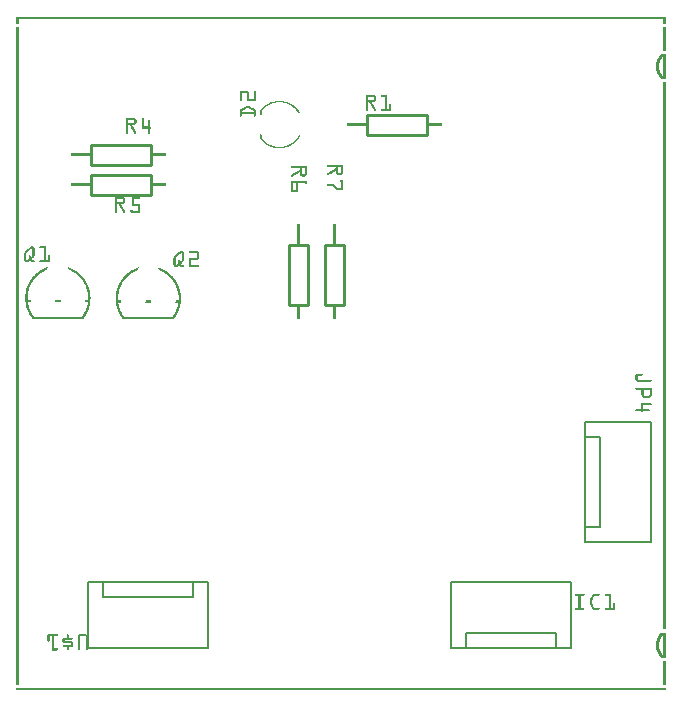
<source format=gto>
G04 MADE WITH FRITZING*
G04 WWW.FRITZING.ORG*
G04 DOUBLE SIDED*
G04 HOLES PLATED*
G04 CONTOUR ON CENTER OF CONTOUR VECTOR*
%ASAXBY*%
%FSLAX23Y23*%
%MOIN*%
%OFA0B0*%
%SFA1.0B1.0*%
%ADD10C,0.010000*%
%ADD11C,0.005000*%
%ADD12C,0.008000*%
%ADD13R,0.001000X0.001000*%
%LNSILK1*%
G90*
G70*
G54D10*
X1093Y1486D02*
X1093Y1286D01*
D02*
X1093Y1286D02*
X1027Y1286D01*
D02*
X1027Y1286D02*
X1027Y1486D01*
D02*
X1027Y1486D02*
X1093Y1486D01*
D02*
X973Y1486D02*
X973Y1286D01*
D02*
X973Y1286D02*
X907Y1286D01*
D02*
X907Y1286D02*
X907Y1486D01*
D02*
X907Y1486D02*
X973Y1486D01*
D02*
X250Y1718D02*
X450Y1718D01*
D02*
X450Y1718D02*
X450Y1652D01*
D02*
X450Y1652D02*
X250Y1652D01*
D02*
X250Y1652D02*
X250Y1718D01*
D02*
X250Y1818D02*
X450Y1818D01*
D02*
X450Y1818D02*
X450Y1752D01*
D02*
X450Y1752D02*
X250Y1752D01*
D02*
X250Y1752D02*
X250Y1818D01*
D02*
X1170Y1918D02*
X1370Y1918D01*
D02*
X1370Y1918D02*
X1370Y1852D01*
D02*
X1370Y1852D02*
X1170Y1852D01*
D02*
X1170Y1852D02*
X1170Y1918D01*
G54D11*
D02*
X2115Y895D02*
X1895Y895D01*
D02*
X2115Y495D02*
X1895Y495D01*
D02*
X2115Y495D02*
X2115Y895D01*
D02*
X1895Y495D02*
X1895Y545D01*
D02*
X1895Y545D02*
X1895Y845D01*
D02*
X1895Y845D02*
X1895Y895D01*
D02*
X1895Y845D02*
X1945Y845D01*
D02*
X1945Y845D02*
X1945Y545D01*
D02*
X1945Y545D02*
X1895Y545D01*
D02*
X640Y140D02*
X640Y360D01*
D02*
X240Y140D02*
X240Y360D01*
D02*
X240Y140D02*
X640Y140D01*
D02*
X240Y360D02*
X290Y360D01*
D02*
X290Y360D02*
X590Y360D01*
D02*
X590Y360D02*
X640Y360D01*
D02*
X590Y360D02*
X590Y310D01*
D02*
X590Y310D02*
X290Y310D01*
D02*
X290Y310D02*
X290Y360D01*
D02*
X1450Y360D02*
X1450Y140D01*
D02*
X1850Y360D02*
X1850Y140D01*
D02*
X1850Y360D02*
X1450Y360D01*
D02*
X1850Y140D02*
X1800Y140D01*
D02*
X1800Y140D02*
X1500Y140D01*
D02*
X1500Y140D02*
X1450Y140D01*
D02*
X1500Y140D02*
X1500Y190D01*
D02*
X1500Y190D02*
X1800Y190D01*
D02*
X1800Y190D02*
X1800Y140D01*
G54D12*
D02*
X358Y1240D02*
X523Y1240D01*
D02*
X56Y1242D02*
X221Y1242D01*
G54D13*
X0Y2244D02*
X2164Y2244D01*
X0Y2243D02*
X2164Y2243D01*
X0Y2242D02*
X2164Y2242D01*
X0Y2241D02*
X2164Y2241D01*
X0Y2240D02*
X2164Y2240D01*
X0Y2239D02*
X2164Y2239D01*
X0Y2238D02*
X2164Y2238D01*
X0Y2237D02*
X2164Y2237D01*
X0Y2236D02*
X7Y2236D01*
X2157Y2236D02*
X2164Y2236D01*
X0Y2235D02*
X7Y2235D01*
X2157Y2235D02*
X2164Y2235D01*
X0Y2234D02*
X7Y2234D01*
X2157Y2234D02*
X2164Y2234D01*
X0Y2233D02*
X7Y2233D01*
X2157Y2233D02*
X2164Y2233D01*
X0Y2232D02*
X7Y2232D01*
X2157Y2232D02*
X2164Y2232D01*
X0Y2231D02*
X7Y2231D01*
X2157Y2231D02*
X2164Y2231D01*
X0Y2230D02*
X7Y2230D01*
X2157Y2230D02*
X2164Y2230D01*
X0Y2229D02*
X7Y2229D01*
X2157Y2229D02*
X2164Y2229D01*
X0Y2228D02*
X7Y2228D01*
X2157Y2228D02*
X2164Y2228D01*
X0Y2227D02*
X7Y2227D01*
X2157Y2227D02*
X2164Y2227D01*
X0Y2226D02*
X7Y2226D01*
X2157Y2226D02*
X2164Y2226D01*
X0Y2225D02*
X7Y2225D01*
X2157Y2225D02*
X2164Y2225D01*
X0Y2224D02*
X7Y2224D01*
X2157Y2224D02*
X2164Y2224D01*
X0Y2223D02*
X7Y2223D01*
X2157Y2223D02*
X2164Y2223D01*
X0Y2211D02*
X7Y2211D01*
X2157Y2211D02*
X2164Y2211D01*
X0Y2210D02*
X7Y2210D01*
X2157Y2210D02*
X2164Y2210D01*
X0Y2209D02*
X7Y2209D01*
X2157Y2209D02*
X2164Y2209D01*
X0Y2208D02*
X7Y2208D01*
X2157Y2208D02*
X2164Y2208D01*
X0Y2207D02*
X7Y2207D01*
X2157Y2207D02*
X2164Y2207D01*
X0Y2206D02*
X7Y2206D01*
X2157Y2206D02*
X2164Y2206D01*
X0Y2205D02*
X7Y2205D01*
X2157Y2205D02*
X2164Y2205D01*
X0Y2204D02*
X7Y2204D01*
X2157Y2204D02*
X2164Y2204D01*
X0Y2203D02*
X7Y2203D01*
X2157Y2203D02*
X2164Y2203D01*
X0Y2202D02*
X7Y2202D01*
X2157Y2202D02*
X2164Y2202D01*
X0Y2201D02*
X7Y2201D01*
X2157Y2201D02*
X2164Y2201D01*
X0Y2200D02*
X7Y2200D01*
X2157Y2200D02*
X2164Y2200D01*
X0Y2199D02*
X7Y2199D01*
X2157Y2199D02*
X2164Y2199D01*
X0Y2198D02*
X7Y2198D01*
X2157Y2198D02*
X2164Y2198D01*
X0Y2197D02*
X7Y2197D01*
X2157Y2197D02*
X2164Y2197D01*
X0Y2196D02*
X7Y2196D01*
X2157Y2196D02*
X2164Y2196D01*
X0Y2195D02*
X7Y2195D01*
X2157Y2195D02*
X2164Y2195D01*
X0Y2194D02*
X7Y2194D01*
X2157Y2194D02*
X2164Y2194D01*
X0Y2193D02*
X7Y2193D01*
X2157Y2193D02*
X2164Y2193D01*
X0Y2192D02*
X7Y2192D01*
X2157Y2192D02*
X2164Y2192D01*
X0Y2191D02*
X7Y2191D01*
X2157Y2191D02*
X2164Y2191D01*
X0Y2190D02*
X7Y2190D01*
X2157Y2190D02*
X2164Y2190D01*
X0Y2189D02*
X7Y2189D01*
X2157Y2189D02*
X2164Y2189D01*
X0Y2188D02*
X7Y2188D01*
X2157Y2188D02*
X2164Y2188D01*
X0Y2187D02*
X7Y2187D01*
X2157Y2187D02*
X2164Y2187D01*
X0Y2186D02*
X7Y2186D01*
X2157Y2186D02*
X2164Y2186D01*
X0Y2185D02*
X7Y2185D01*
X2157Y2185D02*
X2164Y2185D01*
X0Y2184D02*
X7Y2184D01*
X2157Y2184D02*
X2164Y2184D01*
X0Y2183D02*
X7Y2183D01*
X2157Y2183D02*
X2164Y2183D01*
X0Y2182D02*
X7Y2182D01*
X2157Y2182D02*
X2164Y2182D01*
X0Y2181D02*
X7Y2181D01*
X2157Y2181D02*
X2164Y2181D01*
X0Y2180D02*
X7Y2180D01*
X2157Y2180D02*
X2164Y2180D01*
X0Y2179D02*
X7Y2179D01*
X2157Y2179D02*
X2164Y2179D01*
X0Y2178D02*
X7Y2178D01*
X2157Y2178D02*
X2164Y2178D01*
X0Y2177D02*
X7Y2177D01*
X2157Y2177D02*
X2164Y2177D01*
X0Y2176D02*
X7Y2176D01*
X2157Y2176D02*
X2164Y2176D01*
X0Y2175D02*
X7Y2175D01*
X2157Y2175D02*
X2164Y2175D01*
X0Y2174D02*
X7Y2174D01*
X2157Y2174D02*
X2164Y2174D01*
X0Y2173D02*
X7Y2173D01*
X2157Y2173D02*
X2164Y2173D01*
X0Y2172D02*
X7Y2172D01*
X2157Y2172D02*
X2164Y2172D01*
X0Y2171D02*
X7Y2171D01*
X2157Y2171D02*
X2164Y2171D01*
X0Y2170D02*
X7Y2170D01*
X2157Y2170D02*
X2164Y2170D01*
X0Y2169D02*
X7Y2169D01*
X2157Y2169D02*
X2164Y2169D01*
X0Y2168D02*
X7Y2168D01*
X2157Y2168D02*
X2164Y2168D01*
X0Y2167D02*
X7Y2167D01*
X2157Y2167D02*
X2164Y2167D01*
X0Y2166D02*
X7Y2166D01*
X2157Y2166D02*
X2164Y2166D01*
X0Y2165D02*
X7Y2165D01*
X2157Y2165D02*
X2164Y2165D01*
X0Y2164D02*
X7Y2164D01*
X2157Y2164D02*
X2164Y2164D01*
X0Y2163D02*
X7Y2163D01*
X2157Y2163D02*
X2164Y2163D01*
X0Y2162D02*
X7Y2162D01*
X2157Y2162D02*
X2164Y2162D01*
X0Y2161D02*
X7Y2161D01*
X2157Y2161D02*
X2164Y2161D01*
X0Y2160D02*
X7Y2160D01*
X2157Y2160D02*
X2164Y2160D01*
X0Y2159D02*
X7Y2159D01*
X2157Y2159D02*
X2164Y2159D01*
X0Y2158D02*
X7Y2158D01*
X2157Y2158D02*
X2164Y2158D01*
X0Y2157D02*
X7Y2157D01*
X2157Y2157D02*
X2164Y2157D01*
X0Y2156D02*
X7Y2156D01*
X2157Y2156D02*
X2164Y2156D01*
X0Y2155D02*
X7Y2155D01*
X2157Y2155D02*
X2164Y2155D01*
X0Y2154D02*
X7Y2154D01*
X2157Y2154D02*
X2164Y2154D01*
X0Y2153D02*
X7Y2153D01*
X2157Y2153D02*
X2164Y2153D01*
X0Y2152D02*
X7Y2152D01*
X2157Y2152D02*
X2164Y2152D01*
X0Y2151D02*
X7Y2151D01*
X2157Y2151D02*
X2164Y2151D01*
X0Y2150D02*
X7Y2150D01*
X2157Y2150D02*
X2164Y2150D01*
X0Y2149D02*
X7Y2149D01*
X2157Y2149D02*
X2164Y2149D01*
X0Y2148D02*
X7Y2148D01*
X2157Y2148D02*
X2164Y2148D01*
X0Y2147D02*
X7Y2147D01*
X2157Y2147D02*
X2164Y2147D01*
X0Y2146D02*
X7Y2146D01*
X2157Y2146D02*
X2164Y2146D01*
X0Y2145D02*
X7Y2145D01*
X2157Y2145D02*
X2164Y2145D01*
X0Y2144D02*
X7Y2144D01*
X2157Y2144D02*
X2164Y2144D01*
X0Y2143D02*
X7Y2143D01*
X2157Y2143D02*
X2164Y2143D01*
X0Y2142D02*
X7Y2142D01*
X2157Y2142D02*
X2164Y2142D01*
X0Y2141D02*
X7Y2141D01*
X2157Y2141D02*
X2164Y2141D01*
X0Y2140D02*
X7Y2140D01*
X2157Y2140D02*
X2164Y2140D01*
X0Y2139D02*
X7Y2139D01*
X2157Y2139D02*
X2164Y2139D01*
X0Y2138D02*
X7Y2138D01*
X2157Y2138D02*
X2164Y2138D01*
X0Y2137D02*
X7Y2137D01*
X2157Y2137D02*
X2164Y2137D01*
X0Y2136D02*
X7Y2136D01*
X2157Y2136D02*
X2164Y2136D01*
X0Y2135D02*
X7Y2135D01*
X2157Y2135D02*
X2164Y2135D01*
X0Y2134D02*
X7Y2134D01*
X2157Y2134D02*
X2164Y2134D01*
X0Y2133D02*
X7Y2133D01*
X2157Y2133D02*
X2164Y2133D01*
X0Y2132D02*
X7Y2132D01*
X0Y2131D02*
X7Y2131D01*
X0Y2130D02*
X7Y2130D01*
X0Y2129D02*
X7Y2129D01*
X0Y2128D02*
X7Y2128D01*
X0Y2127D02*
X7Y2127D01*
X0Y2126D02*
X7Y2126D01*
X0Y2125D02*
X7Y2125D01*
X0Y2124D02*
X7Y2124D01*
X0Y2123D02*
X7Y2123D01*
X0Y2122D02*
X7Y2122D01*
X0Y2121D02*
X7Y2121D01*
X2150Y2121D02*
X2165Y2121D01*
X0Y2120D02*
X7Y2120D01*
X2149Y2120D02*
X2164Y2120D01*
X0Y2119D02*
X7Y2119D01*
X2148Y2119D02*
X2164Y2119D01*
X0Y2118D02*
X7Y2118D01*
X2147Y2118D02*
X2164Y2118D01*
X0Y2117D02*
X7Y2117D01*
X2146Y2117D02*
X2164Y2117D01*
X0Y2116D02*
X7Y2116D01*
X2145Y2116D02*
X2164Y2116D01*
X0Y2115D02*
X7Y2115D01*
X2144Y2115D02*
X2164Y2115D01*
X0Y2114D02*
X7Y2114D01*
X2144Y2114D02*
X2164Y2114D01*
X0Y2113D02*
X7Y2113D01*
X2143Y2113D02*
X2155Y2113D01*
X2157Y2113D02*
X2164Y2113D01*
X0Y2112D02*
X7Y2112D01*
X2142Y2112D02*
X2154Y2112D01*
X2157Y2112D02*
X2164Y2112D01*
X0Y2111D02*
X7Y2111D01*
X2142Y2111D02*
X2153Y2111D01*
X2157Y2111D02*
X2164Y2111D01*
X0Y2110D02*
X7Y2110D01*
X2141Y2110D02*
X2153Y2110D01*
X2157Y2110D02*
X2164Y2110D01*
X0Y2109D02*
X7Y2109D01*
X2141Y2109D02*
X2152Y2109D01*
X2157Y2109D02*
X2164Y2109D01*
X0Y2108D02*
X7Y2108D01*
X2140Y2108D02*
X2151Y2108D01*
X2157Y2108D02*
X2164Y2108D01*
X0Y2107D02*
X7Y2107D01*
X2139Y2107D02*
X2150Y2107D01*
X2157Y2107D02*
X2164Y2107D01*
X0Y2106D02*
X7Y2106D01*
X2139Y2106D02*
X2150Y2106D01*
X2157Y2106D02*
X2164Y2106D01*
X0Y2105D02*
X7Y2105D01*
X2138Y2105D02*
X2149Y2105D01*
X2157Y2105D02*
X2164Y2105D01*
X0Y2104D02*
X7Y2104D01*
X2138Y2104D02*
X2148Y2104D01*
X2157Y2104D02*
X2164Y2104D01*
X0Y2103D02*
X7Y2103D01*
X2137Y2103D02*
X2148Y2103D01*
X2157Y2103D02*
X2164Y2103D01*
X0Y2102D02*
X7Y2102D01*
X2137Y2102D02*
X2147Y2102D01*
X2157Y2102D02*
X2164Y2102D01*
X0Y2101D02*
X7Y2101D01*
X2137Y2101D02*
X2147Y2101D01*
X2157Y2101D02*
X2164Y2101D01*
X0Y2100D02*
X7Y2100D01*
X2136Y2100D02*
X2146Y2100D01*
X2157Y2100D02*
X2164Y2100D01*
X0Y2099D02*
X7Y2099D01*
X2136Y2099D02*
X2146Y2099D01*
X2157Y2099D02*
X2164Y2099D01*
X0Y2098D02*
X7Y2098D01*
X2136Y2098D02*
X2145Y2098D01*
X2157Y2098D02*
X2164Y2098D01*
X0Y2097D02*
X7Y2097D01*
X2135Y2097D02*
X2145Y2097D01*
X2157Y2097D02*
X2164Y2097D01*
X0Y2096D02*
X7Y2096D01*
X2135Y2096D02*
X2145Y2096D01*
X2157Y2096D02*
X2164Y2096D01*
X0Y2095D02*
X7Y2095D01*
X2135Y2095D02*
X2144Y2095D01*
X2157Y2095D02*
X2164Y2095D01*
X0Y2094D02*
X7Y2094D01*
X2134Y2094D02*
X2144Y2094D01*
X2157Y2094D02*
X2164Y2094D01*
X0Y2093D02*
X7Y2093D01*
X2134Y2093D02*
X2144Y2093D01*
X2157Y2093D02*
X2164Y2093D01*
X0Y2092D02*
X7Y2092D01*
X2134Y2092D02*
X2143Y2092D01*
X2157Y2092D02*
X2164Y2092D01*
X0Y2091D02*
X7Y2091D01*
X2134Y2091D02*
X2143Y2091D01*
X2157Y2091D02*
X2164Y2091D01*
X0Y2090D02*
X7Y2090D01*
X2133Y2090D02*
X2143Y2090D01*
X2157Y2090D02*
X2164Y2090D01*
X0Y2089D02*
X7Y2089D01*
X2133Y2089D02*
X2143Y2089D01*
X2157Y2089D02*
X2164Y2089D01*
X0Y2088D02*
X7Y2088D01*
X2133Y2088D02*
X2143Y2088D01*
X2157Y2088D02*
X2164Y2088D01*
X0Y2087D02*
X7Y2087D01*
X2133Y2087D02*
X2142Y2087D01*
X2157Y2087D02*
X2164Y2087D01*
X0Y2086D02*
X7Y2086D01*
X2133Y2086D02*
X2142Y2086D01*
X2157Y2086D02*
X2164Y2086D01*
X0Y2085D02*
X7Y2085D01*
X2133Y2085D02*
X2142Y2085D01*
X2157Y2085D02*
X2164Y2085D01*
X0Y2084D02*
X7Y2084D01*
X2133Y2084D02*
X2142Y2084D01*
X2157Y2084D02*
X2164Y2084D01*
X0Y2083D02*
X7Y2083D01*
X2133Y2083D02*
X2142Y2083D01*
X2157Y2083D02*
X2164Y2083D01*
X0Y2082D02*
X7Y2082D01*
X2133Y2082D02*
X2142Y2082D01*
X2157Y2082D02*
X2164Y2082D01*
X0Y2081D02*
X7Y2081D01*
X2133Y2081D02*
X2142Y2081D01*
X2157Y2081D02*
X2164Y2081D01*
X0Y2080D02*
X7Y2080D01*
X2132Y2080D02*
X2142Y2080D01*
X2157Y2080D02*
X2164Y2080D01*
X0Y2079D02*
X7Y2079D01*
X2132Y2079D02*
X2142Y2079D01*
X2157Y2079D02*
X2164Y2079D01*
X0Y2078D02*
X7Y2078D01*
X2133Y2078D02*
X2142Y2078D01*
X2157Y2078D02*
X2164Y2078D01*
X0Y2077D02*
X7Y2077D01*
X2133Y2077D02*
X2142Y2077D01*
X2157Y2077D02*
X2164Y2077D01*
X0Y2076D02*
X7Y2076D01*
X2133Y2076D02*
X2142Y2076D01*
X2157Y2076D02*
X2164Y2076D01*
X0Y2075D02*
X7Y2075D01*
X2133Y2075D02*
X2142Y2075D01*
X2157Y2075D02*
X2164Y2075D01*
X0Y2074D02*
X7Y2074D01*
X2133Y2074D02*
X2142Y2074D01*
X2157Y2074D02*
X2164Y2074D01*
X0Y2073D02*
X7Y2073D01*
X2133Y2073D02*
X2142Y2073D01*
X2157Y2073D02*
X2164Y2073D01*
X0Y2072D02*
X7Y2072D01*
X2133Y2072D02*
X2142Y2072D01*
X2157Y2072D02*
X2164Y2072D01*
X0Y2071D02*
X7Y2071D01*
X2133Y2071D02*
X2143Y2071D01*
X2157Y2071D02*
X2164Y2071D01*
X0Y2070D02*
X7Y2070D01*
X2133Y2070D02*
X2143Y2070D01*
X2157Y2070D02*
X2164Y2070D01*
X0Y2069D02*
X7Y2069D01*
X2133Y2069D02*
X2143Y2069D01*
X2157Y2069D02*
X2164Y2069D01*
X0Y2068D02*
X7Y2068D01*
X2134Y2068D02*
X2143Y2068D01*
X2157Y2068D02*
X2164Y2068D01*
X0Y2067D02*
X7Y2067D01*
X2134Y2067D02*
X2143Y2067D01*
X2157Y2067D02*
X2164Y2067D01*
X0Y2066D02*
X7Y2066D01*
X2134Y2066D02*
X2144Y2066D01*
X2157Y2066D02*
X2164Y2066D01*
X0Y2065D02*
X7Y2065D01*
X2134Y2065D02*
X2144Y2065D01*
X2157Y2065D02*
X2164Y2065D01*
X0Y2064D02*
X7Y2064D01*
X2135Y2064D02*
X2144Y2064D01*
X2157Y2064D02*
X2164Y2064D01*
X0Y2063D02*
X7Y2063D01*
X2135Y2063D02*
X2145Y2063D01*
X2157Y2063D02*
X2164Y2063D01*
X0Y2062D02*
X7Y2062D01*
X2135Y2062D02*
X2145Y2062D01*
X2157Y2062D02*
X2164Y2062D01*
X0Y2061D02*
X7Y2061D01*
X2135Y2061D02*
X2145Y2061D01*
X2157Y2061D02*
X2164Y2061D01*
X0Y2060D02*
X7Y2060D01*
X2136Y2060D02*
X2146Y2060D01*
X2157Y2060D02*
X2164Y2060D01*
X0Y2059D02*
X7Y2059D01*
X2136Y2059D02*
X2146Y2059D01*
X2157Y2059D02*
X2164Y2059D01*
X0Y2058D02*
X7Y2058D01*
X2137Y2058D02*
X2147Y2058D01*
X2157Y2058D02*
X2164Y2058D01*
X0Y2057D02*
X7Y2057D01*
X2137Y2057D02*
X2147Y2057D01*
X2157Y2057D02*
X2164Y2057D01*
X0Y2056D02*
X7Y2056D01*
X2137Y2056D02*
X2148Y2056D01*
X2157Y2056D02*
X2164Y2056D01*
X0Y2055D02*
X7Y2055D01*
X2138Y2055D02*
X2148Y2055D01*
X2157Y2055D02*
X2164Y2055D01*
X0Y2054D02*
X7Y2054D01*
X2138Y2054D02*
X2149Y2054D01*
X2157Y2054D02*
X2164Y2054D01*
X0Y2053D02*
X7Y2053D01*
X2139Y2053D02*
X2150Y2053D01*
X2157Y2053D02*
X2164Y2053D01*
X0Y2052D02*
X7Y2052D01*
X2139Y2052D02*
X2150Y2052D01*
X2157Y2052D02*
X2164Y2052D01*
X0Y2051D02*
X7Y2051D01*
X2140Y2051D02*
X2151Y2051D01*
X2157Y2051D02*
X2164Y2051D01*
X0Y2050D02*
X7Y2050D01*
X2140Y2050D02*
X2152Y2050D01*
X2157Y2050D02*
X2164Y2050D01*
X0Y2049D02*
X7Y2049D01*
X2141Y2049D02*
X2152Y2049D01*
X2157Y2049D02*
X2164Y2049D01*
X0Y2048D02*
X7Y2048D01*
X2142Y2048D02*
X2153Y2048D01*
X2157Y2048D02*
X2164Y2048D01*
X0Y2047D02*
X7Y2047D01*
X2142Y2047D02*
X2154Y2047D01*
X2157Y2047D02*
X2164Y2047D01*
X0Y2046D02*
X7Y2046D01*
X2143Y2046D02*
X2155Y2046D01*
X2157Y2046D02*
X2164Y2046D01*
X0Y2045D02*
X7Y2045D01*
X2144Y2045D02*
X2164Y2045D01*
X0Y2044D02*
X7Y2044D01*
X2144Y2044D02*
X2164Y2044D01*
X0Y2043D02*
X7Y2043D01*
X2145Y2043D02*
X2164Y2043D01*
X0Y2042D02*
X7Y2042D01*
X2146Y2042D02*
X2164Y2042D01*
X0Y2041D02*
X7Y2041D01*
X2147Y2041D02*
X2164Y2041D01*
X0Y2040D02*
X7Y2040D01*
X2147Y2040D02*
X2164Y2040D01*
X0Y2039D02*
X7Y2039D01*
X2148Y2039D02*
X2164Y2039D01*
X0Y2038D02*
X7Y2038D01*
X2149Y2038D02*
X2165Y2038D01*
X0Y2037D02*
X7Y2037D01*
X0Y2036D02*
X7Y2036D01*
X0Y2035D02*
X7Y2035D01*
X0Y2034D02*
X7Y2034D01*
X0Y2033D02*
X7Y2033D01*
X0Y2032D02*
X7Y2032D01*
X0Y2031D02*
X7Y2031D01*
X0Y2030D02*
X7Y2030D01*
X0Y2029D02*
X7Y2029D01*
X0Y2028D02*
X7Y2028D01*
X0Y2027D02*
X7Y2027D01*
X0Y2026D02*
X7Y2026D01*
X2157Y2026D02*
X2164Y2026D01*
X0Y2025D02*
X7Y2025D01*
X2157Y2025D02*
X2164Y2025D01*
X0Y2024D02*
X7Y2024D01*
X2157Y2024D02*
X2164Y2024D01*
X0Y2023D02*
X7Y2023D01*
X2157Y2023D02*
X2164Y2023D01*
X0Y2022D02*
X7Y2022D01*
X2157Y2022D02*
X2164Y2022D01*
X0Y2021D02*
X7Y2021D01*
X2157Y2021D02*
X2164Y2021D01*
X0Y2020D02*
X7Y2020D01*
X2157Y2020D02*
X2164Y2020D01*
X0Y2019D02*
X7Y2019D01*
X2157Y2019D02*
X2164Y2019D01*
X0Y2018D02*
X7Y2018D01*
X2157Y2018D02*
X2164Y2018D01*
X0Y2017D02*
X7Y2017D01*
X2157Y2017D02*
X2164Y2017D01*
X0Y2016D02*
X7Y2016D01*
X2157Y2016D02*
X2164Y2016D01*
X0Y2015D02*
X7Y2015D01*
X2157Y2015D02*
X2164Y2015D01*
X0Y2014D02*
X7Y2014D01*
X2157Y2014D02*
X2164Y2014D01*
X0Y2013D02*
X7Y2013D01*
X2157Y2013D02*
X2164Y2013D01*
X0Y2012D02*
X7Y2012D01*
X2157Y2012D02*
X2164Y2012D01*
X0Y2011D02*
X7Y2011D01*
X2157Y2011D02*
X2164Y2011D01*
X0Y2010D02*
X7Y2010D01*
X2157Y2010D02*
X2164Y2010D01*
X0Y2009D02*
X7Y2009D01*
X2157Y2009D02*
X2164Y2009D01*
X0Y2008D02*
X7Y2008D01*
X2157Y2008D02*
X2164Y2008D01*
X0Y2007D02*
X7Y2007D01*
X2157Y2007D02*
X2164Y2007D01*
X0Y2006D02*
X7Y2006D01*
X2157Y2006D02*
X2164Y2006D01*
X0Y2005D02*
X7Y2005D01*
X2157Y2005D02*
X2164Y2005D01*
X0Y2004D02*
X7Y2004D01*
X2157Y2004D02*
X2164Y2004D01*
X0Y2003D02*
X7Y2003D01*
X2157Y2003D02*
X2164Y2003D01*
X0Y2002D02*
X7Y2002D01*
X2157Y2002D02*
X2164Y2002D01*
X0Y2001D02*
X7Y2001D01*
X2157Y2001D02*
X2164Y2001D01*
X0Y2000D02*
X7Y2000D01*
X2157Y2000D02*
X2164Y2000D01*
X0Y1999D02*
X7Y1999D01*
X2157Y1999D02*
X2164Y1999D01*
X0Y1998D02*
X7Y1998D01*
X2157Y1998D02*
X2164Y1998D01*
X0Y1997D02*
X7Y1997D01*
X749Y1997D02*
X770Y1997D01*
X793Y1997D02*
X796Y1997D01*
X2157Y1997D02*
X2164Y1997D01*
X0Y1996D02*
X7Y1996D01*
X747Y1996D02*
X771Y1996D01*
X792Y1996D02*
X797Y1996D01*
X2157Y1996D02*
X2164Y1996D01*
X0Y1995D02*
X7Y1995D01*
X746Y1995D02*
X772Y1995D01*
X792Y1995D02*
X798Y1995D01*
X2157Y1995D02*
X2164Y1995D01*
X0Y1994D02*
X7Y1994D01*
X745Y1994D02*
X773Y1994D01*
X792Y1994D02*
X798Y1994D01*
X2157Y1994D02*
X2164Y1994D01*
X0Y1993D02*
X7Y1993D01*
X745Y1993D02*
X774Y1993D01*
X792Y1993D02*
X798Y1993D01*
X2157Y1993D02*
X2164Y1993D01*
X0Y1992D02*
X7Y1992D01*
X745Y1992D02*
X774Y1992D01*
X792Y1992D02*
X798Y1992D01*
X2157Y1992D02*
X2164Y1992D01*
X0Y1991D02*
X7Y1991D01*
X745Y1991D02*
X774Y1991D01*
X792Y1991D02*
X798Y1991D01*
X2157Y1991D02*
X2164Y1991D01*
X0Y1990D02*
X7Y1990D01*
X745Y1990D02*
X751Y1990D01*
X768Y1990D02*
X774Y1990D01*
X792Y1990D02*
X798Y1990D01*
X2157Y1990D02*
X2164Y1990D01*
X0Y1989D02*
X7Y1989D01*
X745Y1989D02*
X751Y1989D01*
X768Y1989D02*
X774Y1989D01*
X792Y1989D02*
X798Y1989D01*
X2157Y1989D02*
X2164Y1989D01*
X0Y1988D02*
X7Y1988D01*
X745Y1988D02*
X751Y1988D01*
X768Y1988D02*
X774Y1988D01*
X792Y1988D02*
X798Y1988D01*
X2157Y1988D02*
X2164Y1988D01*
X0Y1987D02*
X7Y1987D01*
X745Y1987D02*
X751Y1987D01*
X768Y1987D02*
X774Y1987D01*
X792Y1987D02*
X798Y1987D01*
X2157Y1987D02*
X2164Y1987D01*
X0Y1986D02*
X7Y1986D01*
X745Y1986D02*
X751Y1986D01*
X768Y1986D02*
X774Y1986D01*
X792Y1986D02*
X798Y1986D01*
X2157Y1986D02*
X2164Y1986D01*
X0Y1985D02*
X7Y1985D01*
X745Y1985D02*
X751Y1985D01*
X768Y1985D02*
X774Y1985D01*
X792Y1985D02*
X798Y1985D01*
X1165Y1985D02*
X1189Y1985D01*
X1218Y1985D02*
X1234Y1985D01*
X2157Y1985D02*
X2164Y1985D01*
X0Y1984D02*
X7Y1984D01*
X745Y1984D02*
X751Y1984D01*
X768Y1984D02*
X774Y1984D01*
X792Y1984D02*
X798Y1984D01*
X1165Y1984D02*
X1192Y1984D01*
X1216Y1984D02*
X1235Y1984D01*
X2157Y1984D02*
X2164Y1984D01*
X0Y1983D02*
X7Y1983D01*
X745Y1983D02*
X751Y1983D01*
X768Y1983D02*
X774Y1983D01*
X792Y1983D02*
X798Y1983D01*
X1165Y1983D02*
X1194Y1983D01*
X1215Y1983D02*
X1235Y1983D01*
X2157Y1983D02*
X2164Y1983D01*
X0Y1982D02*
X7Y1982D01*
X745Y1982D02*
X751Y1982D01*
X768Y1982D02*
X774Y1982D01*
X792Y1982D02*
X798Y1982D01*
X1165Y1982D02*
X1195Y1982D01*
X1215Y1982D02*
X1235Y1982D01*
X2157Y1982D02*
X2164Y1982D01*
X0Y1981D02*
X7Y1981D01*
X745Y1981D02*
X751Y1981D01*
X768Y1981D02*
X774Y1981D01*
X792Y1981D02*
X798Y1981D01*
X1165Y1981D02*
X1196Y1981D01*
X1215Y1981D02*
X1235Y1981D01*
X2157Y1981D02*
X2164Y1981D01*
X0Y1980D02*
X7Y1980D01*
X745Y1980D02*
X751Y1980D01*
X768Y1980D02*
X774Y1980D01*
X792Y1980D02*
X798Y1980D01*
X1165Y1980D02*
X1197Y1980D01*
X1215Y1980D02*
X1235Y1980D01*
X2157Y1980D02*
X2164Y1980D01*
X0Y1979D02*
X7Y1979D01*
X745Y1979D02*
X751Y1979D01*
X768Y1979D02*
X774Y1979D01*
X792Y1979D02*
X798Y1979D01*
X1165Y1979D02*
X1197Y1979D01*
X1216Y1979D02*
X1235Y1979D01*
X2157Y1979D02*
X2164Y1979D01*
X0Y1978D02*
X7Y1978D01*
X745Y1978D02*
X751Y1978D01*
X768Y1978D02*
X774Y1978D01*
X792Y1978D02*
X798Y1978D01*
X1165Y1978D02*
X1171Y1978D01*
X1189Y1978D02*
X1198Y1978D01*
X1228Y1978D02*
X1235Y1978D01*
X2157Y1978D02*
X2164Y1978D01*
X0Y1977D02*
X7Y1977D01*
X745Y1977D02*
X751Y1977D01*
X768Y1977D02*
X774Y1977D01*
X792Y1977D02*
X798Y1977D01*
X1165Y1977D02*
X1171Y1977D01*
X1191Y1977D02*
X1198Y1977D01*
X1229Y1977D02*
X1235Y1977D01*
X2157Y1977D02*
X2164Y1977D01*
X0Y1976D02*
X7Y1976D01*
X745Y1976D02*
X751Y1976D01*
X768Y1976D02*
X774Y1976D01*
X792Y1976D02*
X798Y1976D01*
X1165Y1976D02*
X1171Y1976D01*
X1192Y1976D02*
X1198Y1976D01*
X1229Y1976D02*
X1235Y1976D01*
X2157Y1976D02*
X2164Y1976D01*
X0Y1975D02*
X7Y1975D01*
X745Y1975D02*
X751Y1975D01*
X768Y1975D02*
X774Y1975D01*
X792Y1975D02*
X798Y1975D01*
X1165Y1975D02*
X1171Y1975D01*
X1192Y1975D02*
X1198Y1975D01*
X1229Y1975D02*
X1235Y1975D01*
X2157Y1975D02*
X2164Y1975D01*
X0Y1974D02*
X7Y1974D01*
X745Y1974D02*
X751Y1974D01*
X768Y1974D02*
X774Y1974D01*
X792Y1974D02*
X798Y1974D01*
X1165Y1974D02*
X1171Y1974D01*
X1192Y1974D02*
X1198Y1974D01*
X1229Y1974D02*
X1235Y1974D01*
X2157Y1974D02*
X2164Y1974D01*
X0Y1973D02*
X7Y1973D01*
X745Y1973D02*
X751Y1973D01*
X768Y1973D02*
X774Y1973D01*
X792Y1973D02*
X798Y1973D01*
X1165Y1973D02*
X1171Y1973D01*
X1192Y1973D02*
X1198Y1973D01*
X1229Y1973D02*
X1235Y1973D01*
X2157Y1973D02*
X2164Y1973D01*
X0Y1972D02*
X7Y1972D01*
X745Y1972D02*
X751Y1972D01*
X768Y1972D02*
X774Y1972D01*
X792Y1972D02*
X798Y1972D01*
X1165Y1972D02*
X1171Y1972D01*
X1192Y1972D02*
X1198Y1972D01*
X1229Y1972D02*
X1235Y1972D01*
X2157Y1972D02*
X2164Y1972D01*
X0Y1971D02*
X7Y1971D01*
X745Y1971D02*
X751Y1971D01*
X768Y1971D02*
X774Y1971D01*
X792Y1971D02*
X798Y1971D01*
X1165Y1971D02*
X1171Y1971D01*
X1192Y1971D02*
X1198Y1971D01*
X1229Y1971D02*
X1235Y1971D01*
X2157Y1971D02*
X2164Y1971D01*
X0Y1970D02*
X7Y1970D01*
X745Y1970D02*
X751Y1970D01*
X768Y1970D02*
X798Y1970D01*
X1165Y1970D02*
X1171Y1970D01*
X1192Y1970D02*
X1198Y1970D01*
X1229Y1970D02*
X1235Y1970D01*
X2157Y1970D02*
X2164Y1970D01*
X0Y1969D02*
X7Y1969D01*
X745Y1969D02*
X751Y1969D01*
X768Y1969D02*
X798Y1969D01*
X1165Y1969D02*
X1171Y1969D01*
X1192Y1969D02*
X1198Y1969D01*
X1229Y1969D02*
X1235Y1969D01*
X2157Y1969D02*
X2164Y1969D01*
X0Y1968D02*
X7Y1968D01*
X745Y1968D02*
X751Y1968D01*
X768Y1968D02*
X798Y1968D01*
X1165Y1968D02*
X1171Y1968D01*
X1191Y1968D02*
X1198Y1968D01*
X1229Y1968D02*
X1235Y1968D01*
X2157Y1968D02*
X2164Y1968D01*
X0Y1967D02*
X7Y1967D01*
X745Y1967D02*
X751Y1967D01*
X769Y1967D02*
X798Y1967D01*
X1165Y1967D02*
X1198Y1967D01*
X1229Y1967D02*
X1235Y1967D01*
X2157Y1967D02*
X2164Y1967D01*
X0Y1966D02*
X7Y1966D01*
X745Y1966D02*
X750Y1966D01*
X769Y1966D02*
X798Y1966D01*
X1165Y1966D02*
X1197Y1966D01*
X1229Y1966D02*
X1235Y1966D01*
X2157Y1966D02*
X2164Y1966D01*
X0Y1965D02*
X7Y1965D01*
X745Y1965D02*
X750Y1965D01*
X770Y1965D02*
X798Y1965D01*
X1165Y1965D02*
X1196Y1965D01*
X1229Y1965D02*
X1235Y1965D01*
X2157Y1965D02*
X2164Y1965D01*
X0Y1964D02*
X7Y1964D01*
X746Y1964D02*
X749Y1964D01*
X772Y1964D02*
X798Y1964D01*
X866Y1964D02*
X887Y1964D01*
X1165Y1964D02*
X1196Y1964D01*
X1229Y1964D02*
X1235Y1964D01*
X2157Y1964D02*
X2164Y1964D01*
X0Y1963D02*
X7Y1963D01*
X861Y1963D02*
X893Y1963D01*
X1165Y1963D02*
X1195Y1963D01*
X1229Y1963D02*
X1235Y1963D01*
X2157Y1963D02*
X2164Y1963D01*
X0Y1962D02*
X7Y1962D01*
X857Y1962D02*
X897Y1962D01*
X1165Y1962D02*
X1193Y1962D01*
X1229Y1962D02*
X1235Y1962D01*
X2157Y1962D02*
X2164Y1962D01*
X0Y1961D02*
X7Y1961D01*
X853Y1961D02*
X900Y1961D01*
X1165Y1961D02*
X1191Y1961D01*
X1229Y1961D02*
X1235Y1961D01*
X2157Y1961D02*
X2164Y1961D01*
X0Y1960D02*
X7Y1960D01*
X850Y1960D02*
X903Y1960D01*
X1165Y1960D02*
X1171Y1960D01*
X1177Y1960D02*
X1184Y1960D01*
X1229Y1960D02*
X1235Y1960D01*
X2157Y1960D02*
X2164Y1960D01*
X0Y1959D02*
X7Y1959D01*
X847Y1959D02*
X864Y1959D01*
X889Y1959D02*
X906Y1959D01*
X1165Y1959D02*
X1171Y1959D01*
X1177Y1959D02*
X1185Y1959D01*
X1229Y1959D02*
X1235Y1959D01*
X2157Y1959D02*
X2164Y1959D01*
X0Y1958D02*
X7Y1958D01*
X845Y1958D02*
X859Y1958D01*
X894Y1958D02*
X908Y1958D01*
X1165Y1958D02*
X1171Y1958D01*
X1178Y1958D02*
X1185Y1958D01*
X1229Y1958D02*
X1235Y1958D01*
X2157Y1958D02*
X2164Y1958D01*
X0Y1957D02*
X7Y1957D01*
X843Y1957D02*
X855Y1957D01*
X897Y1957D02*
X911Y1957D01*
X1165Y1957D02*
X1171Y1957D01*
X1179Y1957D02*
X1186Y1957D01*
X1229Y1957D02*
X1235Y1957D01*
X2157Y1957D02*
X2164Y1957D01*
X0Y1956D02*
X7Y1956D01*
X841Y1956D02*
X852Y1956D01*
X901Y1956D02*
X912Y1956D01*
X1165Y1956D02*
X1171Y1956D01*
X1179Y1956D02*
X1186Y1956D01*
X1229Y1956D02*
X1235Y1956D01*
X2157Y1956D02*
X2164Y1956D01*
X0Y1955D02*
X7Y1955D01*
X839Y1955D02*
X849Y1955D01*
X903Y1955D02*
X914Y1955D01*
X1165Y1955D02*
X1171Y1955D01*
X1180Y1955D02*
X1187Y1955D01*
X1229Y1955D02*
X1235Y1955D01*
X1244Y1955D02*
X1247Y1955D01*
X2157Y1955D02*
X2164Y1955D01*
X0Y1954D02*
X7Y1954D01*
X837Y1954D02*
X847Y1954D01*
X906Y1954D02*
X916Y1954D01*
X1165Y1954D02*
X1171Y1954D01*
X1180Y1954D02*
X1187Y1954D01*
X1229Y1954D02*
X1235Y1954D01*
X1243Y1954D02*
X1248Y1954D01*
X2157Y1954D02*
X2164Y1954D01*
X0Y1953D02*
X7Y1953D01*
X835Y1953D02*
X845Y1953D01*
X908Y1953D02*
X918Y1953D01*
X1165Y1953D02*
X1171Y1953D01*
X1181Y1953D02*
X1188Y1953D01*
X1229Y1953D02*
X1235Y1953D01*
X1243Y1953D02*
X1248Y1953D01*
X2157Y1953D02*
X2164Y1953D01*
X0Y1952D02*
X7Y1952D01*
X834Y1952D02*
X843Y1952D01*
X910Y1952D02*
X919Y1952D01*
X1165Y1952D02*
X1171Y1952D01*
X1181Y1952D02*
X1189Y1952D01*
X1229Y1952D02*
X1235Y1952D01*
X1243Y1952D02*
X1249Y1952D01*
X2157Y1952D02*
X2164Y1952D01*
X0Y1951D02*
X7Y1951D01*
X832Y1951D02*
X841Y1951D01*
X912Y1951D02*
X921Y1951D01*
X1165Y1951D02*
X1171Y1951D01*
X1182Y1951D02*
X1189Y1951D01*
X1229Y1951D02*
X1235Y1951D01*
X1243Y1951D02*
X1249Y1951D01*
X2157Y1951D02*
X2164Y1951D01*
X0Y1950D02*
X7Y1950D01*
X831Y1950D02*
X839Y1950D01*
X914Y1950D02*
X922Y1950D01*
X1165Y1950D02*
X1171Y1950D01*
X1183Y1950D02*
X1190Y1950D01*
X1229Y1950D02*
X1235Y1950D01*
X1243Y1950D02*
X1249Y1950D01*
X2157Y1950D02*
X2164Y1950D01*
X0Y1949D02*
X7Y1949D01*
X829Y1949D02*
X837Y1949D01*
X916Y1949D02*
X924Y1949D01*
X1165Y1949D02*
X1171Y1949D01*
X1183Y1949D02*
X1190Y1949D01*
X1229Y1949D02*
X1235Y1949D01*
X1243Y1949D02*
X1249Y1949D01*
X2157Y1949D02*
X2164Y1949D01*
X0Y1948D02*
X7Y1948D01*
X828Y1948D02*
X836Y1948D01*
X917Y1948D02*
X925Y1948D01*
X1165Y1948D02*
X1171Y1948D01*
X1184Y1948D02*
X1191Y1948D01*
X1229Y1948D02*
X1235Y1948D01*
X1243Y1948D02*
X1249Y1948D01*
X2157Y1948D02*
X2164Y1948D01*
X0Y1947D02*
X7Y1947D01*
X768Y1947D02*
X774Y1947D01*
X827Y1947D02*
X834Y1947D01*
X919Y1947D02*
X926Y1947D01*
X1165Y1947D02*
X1171Y1947D01*
X1184Y1947D02*
X1192Y1947D01*
X1229Y1947D02*
X1235Y1947D01*
X1243Y1947D02*
X1249Y1947D01*
X2157Y1947D02*
X2164Y1947D01*
X0Y1946D02*
X7Y1946D01*
X765Y1946D02*
X777Y1946D01*
X826Y1946D02*
X833Y1946D01*
X920Y1946D02*
X927Y1946D01*
X1165Y1946D02*
X1171Y1946D01*
X1185Y1946D02*
X1192Y1946D01*
X1229Y1946D02*
X1235Y1946D01*
X1243Y1946D02*
X1249Y1946D01*
X2157Y1946D02*
X2164Y1946D01*
X0Y1945D02*
X7Y1945D01*
X763Y1945D02*
X779Y1945D01*
X824Y1945D02*
X831Y1945D01*
X921Y1945D02*
X929Y1945D01*
X1165Y1945D02*
X1171Y1945D01*
X1186Y1945D02*
X1193Y1945D01*
X1229Y1945D02*
X1235Y1945D01*
X1243Y1945D02*
X1249Y1945D01*
X2157Y1945D02*
X2164Y1945D01*
X0Y1944D02*
X7Y1944D01*
X761Y1944D02*
X781Y1944D01*
X823Y1944D02*
X830Y1944D01*
X923Y1944D02*
X930Y1944D01*
X1165Y1944D02*
X1171Y1944D01*
X1186Y1944D02*
X1193Y1944D01*
X1229Y1944D02*
X1235Y1944D01*
X1243Y1944D02*
X1249Y1944D01*
X2157Y1944D02*
X2164Y1944D01*
X0Y1943D02*
X7Y1943D01*
X759Y1943D02*
X783Y1943D01*
X822Y1943D02*
X829Y1943D01*
X924Y1943D02*
X931Y1943D01*
X1165Y1943D02*
X1171Y1943D01*
X1187Y1943D02*
X1194Y1943D01*
X1229Y1943D02*
X1235Y1943D01*
X1243Y1943D02*
X1249Y1943D01*
X2157Y1943D02*
X2164Y1943D01*
X0Y1942D02*
X7Y1942D01*
X757Y1942D02*
X785Y1942D01*
X821Y1942D02*
X828Y1942D01*
X925Y1942D02*
X932Y1942D01*
X1165Y1942D02*
X1171Y1942D01*
X1187Y1942D02*
X1194Y1942D01*
X1229Y1942D02*
X1235Y1942D01*
X1243Y1942D02*
X1249Y1942D01*
X2157Y1942D02*
X2164Y1942D01*
X0Y1941D02*
X7Y1941D01*
X755Y1941D02*
X787Y1941D01*
X820Y1941D02*
X827Y1941D01*
X926Y1941D02*
X933Y1941D01*
X1165Y1941D02*
X1171Y1941D01*
X1188Y1941D02*
X1195Y1941D01*
X1229Y1941D02*
X1235Y1941D01*
X1243Y1941D02*
X1249Y1941D01*
X2157Y1941D02*
X2164Y1941D01*
X0Y1940D02*
X7Y1940D01*
X753Y1940D02*
X768Y1940D01*
X774Y1940D02*
X789Y1940D01*
X819Y1940D02*
X826Y1940D01*
X927Y1940D02*
X934Y1940D01*
X1165Y1940D02*
X1171Y1940D01*
X1188Y1940D02*
X1196Y1940D01*
X1229Y1940D02*
X1235Y1940D01*
X1243Y1940D02*
X1249Y1940D01*
X2157Y1940D02*
X2164Y1940D01*
X0Y1939D02*
X7Y1939D01*
X751Y1939D02*
X766Y1939D01*
X777Y1939D02*
X791Y1939D01*
X818Y1939D02*
X825Y1939D01*
X928Y1939D02*
X935Y1939D01*
X1165Y1939D02*
X1171Y1939D01*
X1189Y1939D02*
X1196Y1939D01*
X1229Y1939D02*
X1235Y1939D01*
X1243Y1939D02*
X1249Y1939D01*
X2157Y1939D02*
X2164Y1939D01*
X0Y1938D02*
X7Y1938D01*
X749Y1938D02*
X764Y1938D01*
X778Y1938D02*
X793Y1938D01*
X818Y1938D02*
X824Y1938D01*
X929Y1938D02*
X936Y1938D01*
X1165Y1938D02*
X1171Y1938D01*
X1190Y1938D02*
X1197Y1938D01*
X1228Y1938D02*
X1235Y1938D01*
X1242Y1938D02*
X1249Y1938D01*
X2157Y1938D02*
X2164Y1938D01*
X0Y1937D02*
X7Y1937D01*
X748Y1937D02*
X762Y1937D01*
X780Y1937D02*
X794Y1937D01*
X817Y1937D02*
X822Y1937D01*
X930Y1937D02*
X936Y1937D01*
X1165Y1937D02*
X1171Y1937D01*
X1190Y1937D02*
X1197Y1937D01*
X1216Y1937D02*
X1249Y1937D01*
X2157Y1937D02*
X2164Y1937D01*
X0Y1936D02*
X7Y1936D01*
X747Y1936D02*
X760Y1936D01*
X782Y1936D02*
X795Y1936D01*
X816Y1936D02*
X822Y1936D01*
X931Y1936D02*
X937Y1936D01*
X1165Y1936D02*
X1171Y1936D01*
X1191Y1936D02*
X1198Y1936D01*
X1215Y1936D02*
X1249Y1936D01*
X2157Y1936D02*
X2164Y1936D01*
X0Y1935D02*
X7Y1935D01*
X746Y1935D02*
X758Y1935D01*
X784Y1935D02*
X796Y1935D01*
X815Y1935D02*
X821Y1935D01*
X932Y1935D02*
X938Y1935D01*
X1165Y1935D02*
X1171Y1935D01*
X1191Y1935D02*
X1198Y1935D01*
X1215Y1935D02*
X1249Y1935D01*
X2157Y1935D02*
X2164Y1935D01*
X0Y1934D02*
X7Y1934D01*
X746Y1934D02*
X756Y1934D01*
X786Y1934D02*
X796Y1934D01*
X814Y1934D02*
X820Y1934D01*
X933Y1934D02*
X939Y1934D01*
X1165Y1934D02*
X1171Y1934D01*
X1192Y1934D02*
X1198Y1934D01*
X1215Y1934D02*
X1248Y1934D01*
X2157Y1934D02*
X2164Y1934D01*
X0Y1933D02*
X7Y1933D01*
X745Y1933D02*
X754Y1933D01*
X788Y1933D02*
X797Y1933D01*
X813Y1933D02*
X819Y1933D01*
X934Y1933D02*
X940Y1933D01*
X1165Y1933D02*
X1170Y1933D01*
X1193Y1933D02*
X1198Y1933D01*
X1215Y1933D02*
X1248Y1933D01*
X2157Y1933D02*
X2164Y1933D01*
X0Y1932D02*
X7Y1932D01*
X745Y1932D02*
X752Y1932D01*
X790Y1932D02*
X797Y1932D01*
X813Y1932D02*
X818Y1932D01*
X935Y1932D02*
X940Y1932D01*
X1166Y1932D02*
X1170Y1932D01*
X1193Y1932D02*
X1197Y1932D01*
X1216Y1932D02*
X1247Y1932D01*
X2157Y1932D02*
X2164Y1932D01*
X0Y1931D02*
X7Y1931D01*
X745Y1931D02*
X751Y1931D01*
X791Y1931D02*
X797Y1931D01*
X813Y1931D02*
X817Y1931D01*
X936Y1931D02*
X941Y1931D01*
X1195Y1931D02*
X1195Y1931D01*
X1218Y1931D02*
X1245Y1931D01*
X2157Y1931D02*
X2164Y1931D01*
X0Y1930D02*
X7Y1930D01*
X745Y1930D02*
X751Y1930D01*
X792Y1930D02*
X798Y1930D01*
X813Y1930D02*
X817Y1930D01*
X936Y1930D02*
X942Y1930D01*
X2157Y1930D02*
X2164Y1930D01*
X0Y1929D02*
X7Y1929D01*
X745Y1929D02*
X751Y1929D01*
X792Y1929D02*
X798Y1929D01*
X813Y1929D02*
X817Y1929D01*
X937Y1929D02*
X942Y1929D01*
X2157Y1929D02*
X2164Y1929D01*
X0Y1928D02*
X7Y1928D01*
X745Y1928D02*
X751Y1928D01*
X792Y1928D02*
X798Y1928D01*
X813Y1928D02*
X817Y1928D01*
X938Y1928D02*
X943Y1928D01*
X2157Y1928D02*
X2164Y1928D01*
X0Y1927D02*
X7Y1927D01*
X745Y1927D02*
X751Y1927D01*
X792Y1927D02*
X798Y1927D01*
X813Y1927D02*
X817Y1927D01*
X939Y1927D02*
X944Y1927D01*
X2157Y1927D02*
X2164Y1927D01*
X0Y1926D02*
X7Y1926D01*
X745Y1926D02*
X798Y1926D01*
X813Y1926D02*
X817Y1926D01*
X939Y1926D02*
X944Y1926D01*
X2157Y1926D02*
X2164Y1926D01*
X0Y1925D02*
X7Y1925D01*
X745Y1925D02*
X798Y1925D01*
X813Y1925D02*
X817Y1925D01*
X940Y1925D02*
X944Y1925D01*
X2157Y1925D02*
X2164Y1925D01*
X0Y1924D02*
X7Y1924D01*
X745Y1924D02*
X798Y1924D01*
X813Y1924D02*
X817Y1924D01*
X941Y1924D02*
X944Y1924D01*
X2157Y1924D02*
X2164Y1924D01*
X0Y1923D02*
X7Y1923D01*
X745Y1923D02*
X798Y1923D01*
X813Y1923D02*
X817Y1923D01*
X941Y1923D02*
X943Y1923D01*
X2157Y1923D02*
X2164Y1923D01*
X0Y1922D02*
X7Y1922D01*
X745Y1922D02*
X798Y1922D01*
X813Y1922D02*
X817Y1922D01*
X2157Y1922D02*
X2164Y1922D01*
X0Y1921D02*
X7Y1921D01*
X745Y1921D02*
X798Y1921D01*
X813Y1921D02*
X817Y1921D01*
X2157Y1921D02*
X2164Y1921D01*
X0Y1920D02*
X7Y1920D01*
X745Y1920D02*
X798Y1920D01*
X813Y1920D02*
X817Y1920D01*
X2157Y1920D02*
X2164Y1920D01*
X0Y1919D02*
X7Y1919D01*
X745Y1919D02*
X751Y1919D01*
X792Y1919D02*
X798Y1919D01*
X813Y1919D02*
X817Y1919D01*
X2157Y1919D02*
X2164Y1919D01*
X0Y1918D02*
X7Y1918D01*
X745Y1918D02*
X751Y1918D01*
X792Y1918D02*
X798Y1918D01*
X813Y1918D02*
X814Y1918D01*
X2157Y1918D02*
X2164Y1918D01*
X0Y1917D02*
X7Y1917D01*
X745Y1917D02*
X751Y1917D01*
X792Y1917D02*
X798Y1917D01*
X2157Y1917D02*
X2164Y1917D01*
X0Y1916D02*
X7Y1916D01*
X745Y1916D02*
X750Y1916D01*
X792Y1916D02*
X798Y1916D01*
X2157Y1916D02*
X2164Y1916D01*
X0Y1915D02*
X7Y1915D01*
X745Y1915D02*
X750Y1915D01*
X792Y1915D02*
X797Y1915D01*
X2157Y1915D02*
X2164Y1915D01*
X0Y1914D02*
X7Y1914D01*
X746Y1914D02*
X750Y1914D01*
X793Y1914D02*
X797Y1914D01*
X2157Y1914D02*
X2164Y1914D01*
X0Y1913D02*
X7Y1913D01*
X747Y1913D02*
X748Y1913D01*
X794Y1913D02*
X795Y1913D01*
X2157Y1913D02*
X2164Y1913D01*
X0Y1912D02*
X7Y1912D01*
X2157Y1912D02*
X2164Y1912D01*
X0Y1911D02*
X7Y1911D01*
X2157Y1911D02*
X2164Y1911D01*
X0Y1910D02*
X7Y1910D01*
X2157Y1910D02*
X2164Y1910D01*
X0Y1909D02*
X7Y1909D01*
X2157Y1909D02*
X2164Y1909D01*
X0Y1908D02*
X7Y1908D01*
X366Y1908D02*
X392Y1908D01*
X420Y1908D02*
X422Y1908D01*
X2157Y1908D02*
X2164Y1908D01*
X0Y1907D02*
X7Y1907D01*
X366Y1907D02*
X394Y1907D01*
X419Y1907D02*
X423Y1907D01*
X2157Y1907D02*
X2164Y1907D01*
X0Y1906D02*
X7Y1906D01*
X366Y1906D02*
X396Y1906D01*
X418Y1906D02*
X424Y1906D01*
X2157Y1906D02*
X2164Y1906D01*
X0Y1905D02*
X7Y1905D01*
X366Y1905D02*
X397Y1905D01*
X418Y1905D02*
X424Y1905D01*
X2157Y1905D02*
X2164Y1905D01*
X0Y1904D02*
X7Y1904D01*
X366Y1904D02*
X398Y1904D01*
X418Y1904D02*
X424Y1904D01*
X2157Y1904D02*
X2164Y1904D01*
X0Y1903D02*
X7Y1903D01*
X366Y1903D02*
X398Y1903D01*
X418Y1903D02*
X424Y1903D01*
X2157Y1903D02*
X2164Y1903D01*
X0Y1902D02*
X7Y1902D01*
X366Y1902D02*
X399Y1902D01*
X418Y1902D02*
X424Y1902D01*
X441Y1902D02*
X443Y1902D01*
X2157Y1902D02*
X2164Y1902D01*
X0Y1901D02*
X7Y1901D01*
X366Y1901D02*
X372Y1901D01*
X392Y1901D02*
X399Y1901D01*
X418Y1901D02*
X424Y1901D01*
X439Y1901D02*
X444Y1901D01*
X2157Y1901D02*
X2164Y1901D01*
X0Y1900D02*
X7Y1900D01*
X366Y1900D02*
X372Y1900D01*
X393Y1900D02*
X400Y1900D01*
X418Y1900D02*
X424Y1900D01*
X439Y1900D02*
X445Y1900D01*
X2157Y1900D02*
X2164Y1900D01*
X0Y1899D02*
X7Y1899D01*
X366Y1899D02*
X372Y1899D01*
X394Y1899D02*
X400Y1899D01*
X418Y1899D02*
X424Y1899D01*
X439Y1899D02*
X445Y1899D01*
X2157Y1899D02*
X2164Y1899D01*
X0Y1898D02*
X7Y1898D01*
X366Y1898D02*
X372Y1898D01*
X394Y1898D02*
X400Y1898D01*
X418Y1898D02*
X424Y1898D01*
X439Y1898D02*
X445Y1898D01*
X2157Y1898D02*
X2164Y1898D01*
X0Y1897D02*
X7Y1897D01*
X366Y1897D02*
X372Y1897D01*
X394Y1897D02*
X400Y1897D01*
X418Y1897D02*
X424Y1897D01*
X439Y1897D02*
X445Y1897D01*
X2157Y1897D02*
X2164Y1897D01*
X0Y1896D02*
X7Y1896D01*
X366Y1896D02*
X372Y1896D01*
X394Y1896D02*
X400Y1896D01*
X418Y1896D02*
X424Y1896D01*
X439Y1896D02*
X445Y1896D01*
X2157Y1896D02*
X2164Y1896D01*
X0Y1895D02*
X7Y1895D01*
X366Y1895D02*
X372Y1895D01*
X394Y1895D02*
X400Y1895D01*
X418Y1895D02*
X424Y1895D01*
X439Y1895D02*
X445Y1895D01*
X2157Y1895D02*
X2164Y1895D01*
X0Y1894D02*
X7Y1894D01*
X366Y1894D02*
X372Y1894D01*
X394Y1894D02*
X400Y1894D01*
X418Y1894D02*
X424Y1894D01*
X439Y1894D02*
X445Y1894D01*
X2157Y1894D02*
X2164Y1894D01*
X0Y1893D02*
X7Y1893D01*
X366Y1893D02*
X372Y1893D01*
X393Y1893D02*
X400Y1893D01*
X418Y1893D02*
X424Y1893D01*
X439Y1893D02*
X445Y1893D01*
X2157Y1893D02*
X2164Y1893D01*
X0Y1892D02*
X7Y1892D01*
X366Y1892D02*
X372Y1892D01*
X393Y1892D02*
X400Y1892D01*
X418Y1892D02*
X424Y1892D01*
X439Y1892D02*
X445Y1892D01*
X2157Y1892D02*
X2164Y1892D01*
X0Y1891D02*
X7Y1891D01*
X366Y1891D02*
X372Y1891D01*
X391Y1891D02*
X399Y1891D01*
X418Y1891D02*
X424Y1891D01*
X439Y1891D02*
X445Y1891D01*
X2157Y1891D02*
X2164Y1891D01*
X0Y1890D02*
X7Y1890D01*
X366Y1890D02*
X399Y1890D01*
X418Y1890D02*
X424Y1890D01*
X439Y1890D02*
X445Y1890D01*
X1102Y1890D02*
X1169Y1890D01*
X1369Y1890D02*
X1417Y1890D01*
X2157Y1890D02*
X2164Y1890D01*
X0Y1889D02*
X7Y1889D01*
X366Y1889D02*
X398Y1889D01*
X418Y1889D02*
X424Y1889D01*
X439Y1889D02*
X445Y1889D01*
X1102Y1889D02*
X1169Y1889D01*
X1369Y1889D02*
X1417Y1889D01*
X2157Y1889D02*
X2164Y1889D01*
X0Y1888D02*
X7Y1888D01*
X366Y1888D02*
X398Y1888D01*
X418Y1888D02*
X424Y1888D01*
X439Y1888D02*
X445Y1888D01*
X1102Y1888D02*
X1169Y1888D01*
X1369Y1888D02*
X1417Y1888D01*
X2157Y1888D02*
X2164Y1888D01*
X0Y1887D02*
X7Y1887D01*
X366Y1887D02*
X397Y1887D01*
X418Y1887D02*
X424Y1887D01*
X439Y1887D02*
X445Y1887D01*
X1102Y1887D02*
X1169Y1887D01*
X1369Y1887D02*
X1417Y1887D01*
X2157Y1887D02*
X2164Y1887D01*
X0Y1886D02*
X7Y1886D01*
X366Y1886D02*
X396Y1886D01*
X418Y1886D02*
X424Y1886D01*
X439Y1886D02*
X445Y1886D01*
X1103Y1886D02*
X1169Y1886D01*
X1369Y1886D02*
X1417Y1886D01*
X2157Y1886D02*
X2164Y1886D01*
X0Y1885D02*
X7Y1885D01*
X366Y1885D02*
X394Y1885D01*
X418Y1885D02*
X424Y1885D01*
X439Y1885D02*
X445Y1885D01*
X1103Y1885D02*
X1169Y1885D01*
X1369Y1885D02*
X1417Y1885D01*
X2157Y1885D02*
X2164Y1885D01*
X0Y1884D02*
X7Y1884D01*
X366Y1884D02*
X392Y1884D01*
X418Y1884D02*
X424Y1884D01*
X439Y1884D02*
X445Y1884D01*
X1102Y1884D02*
X1169Y1884D01*
X1369Y1884D02*
X1417Y1884D01*
X2157Y1884D02*
X2164Y1884D01*
X0Y1883D02*
X7Y1883D01*
X366Y1883D02*
X372Y1883D01*
X378Y1883D02*
X386Y1883D01*
X418Y1883D02*
X424Y1883D01*
X439Y1883D02*
X445Y1883D01*
X1102Y1883D02*
X1169Y1883D01*
X1369Y1883D02*
X1417Y1883D01*
X2157Y1883D02*
X2164Y1883D01*
X0Y1882D02*
X7Y1882D01*
X366Y1882D02*
X372Y1882D01*
X379Y1882D02*
X386Y1882D01*
X418Y1882D02*
X424Y1882D01*
X439Y1882D02*
X445Y1882D01*
X1102Y1882D02*
X1169Y1882D01*
X1369Y1882D02*
X1417Y1882D01*
X2157Y1882D02*
X2164Y1882D01*
X0Y1881D02*
X7Y1881D01*
X366Y1881D02*
X372Y1881D01*
X380Y1881D02*
X387Y1881D01*
X418Y1881D02*
X424Y1881D01*
X439Y1881D02*
X445Y1881D01*
X1102Y1881D02*
X1168Y1881D01*
X1370Y1881D02*
X1417Y1881D01*
X2157Y1881D02*
X2164Y1881D01*
X0Y1880D02*
X7Y1880D01*
X366Y1880D02*
X372Y1880D01*
X380Y1880D02*
X387Y1880D01*
X418Y1880D02*
X424Y1880D01*
X439Y1880D02*
X445Y1880D01*
X2157Y1880D02*
X2164Y1880D01*
X0Y1879D02*
X7Y1879D01*
X366Y1879D02*
X372Y1879D01*
X381Y1879D02*
X388Y1879D01*
X418Y1879D02*
X445Y1879D01*
X2157Y1879D02*
X2164Y1879D01*
X0Y1878D02*
X7Y1878D01*
X366Y1878D02*
X372Y1878D01*
X381Y1878D02*
X389Y1878D01*
X418Y1878D02*
X447Y1878D01*
X2157Y1878D02*
X2164Y1878D01*
X0Y1877D02*
X7Y1877D01*
X366Y1877D02*
X372Y1877D01*
X382Y1877D02*
X389Y1877D01*
X418Y1877D02*
X448Y1877D01*
X2157Y1877D02*
X2164Y1877D01*
X0Y1876D02*
X7Y1876D01*
X366Y1876D02*
X372Y1876D01*
X383Y1876D02*
X390Y1876D01*
X418Y1876D02*
X448Y1876D01*
X2157Y1876D02*
X2164Y1876D01*
X0Y1875D02*
X7Y1875D01*
X366Y1875D02*
X372Y1875D01*
X383Y1875D02*
X390Y1875D01*
X418Y1875D02*
X448Y1875D01*
X2157Y1875D02*
X2164Y1875D01*
X0Y1874D02*
X7Y1874D01*
X366Y1874D02*
X372Y1874D01*
X384Y1874D02*
X391Y1874D01*
X418Y1874D02*
X448Y1874D01*
X2157Y1874D02*
X2164Y1874D01*
X0Y1873D02*
X7Y1873D01*
X366Y1873D02*
X372Y1873D01*
X384Y1873D02*
X391Y1873D01*
X418Y1873D02*
X447Y1873D01*
X2157Y1873D02*
X2164Y1873D01*
X0Y1872D02*
X7Y1872D01*
X366Y1872D02*
X372Y1872D01*
X385Y1872D02*
X392Y1872D01*
X419Y1872D02*
X445Y1872D01*
X2157Y1872D02*
X2164Y1872D01*
X0Y1871D02*
X7Y1871D01*
X366Y1871D02*
X372Y1871D01*
X385Y1871D02*
X393Y1871D01*
X439Y1871D02*
X445Y1871D01*
X2157Y1871D02*
X2164Y1871D01*
X0Y1870D02*
X7Y1870D01*
X366Y1870D02*
X372Y1870D01*
X386Y1870D02*
X393Y1870D01*
X439Y1870D02*
X445Y1870D01*
X2157Y1870D02*
X2164Y1870D01*
X0Y1869D02*
X7Y1869D01*
X366Y1869D02*
X372Y1869D01*
X387Y1869D02*
X394Y1869D01*
X439Y1869D02*
X445Y1869D01*
X2157Y1869D02*
X2164Y1869D01*
X0Y1868D02*
X7Y1868D01*
X366Y1868D02*
X372Y1868D01*
X387Y1868D02*
X394Y1868D01*
X439Y1868D02*
X445Y1868D01*
X2157Y1868D02*
X2164Y1868D01*
X0Y1867D02*
X7Y1867D01*
X366Y1867D02*
X372Y1867D01*
X388Y1867D02*
X395Y1867D01*
X439Y1867D02*
X445Y1867D01*
X2157Y1867D02*
X2164Y1867D01*
X0Y1866D02*
X7Y1866D01*
X366Y1866D02*
X372Y1866D01*
X388Y1866D02*
X396Y1866D01*
X439Y1866D02*
X445Y1866D01*
X2157Y1866D02*
X2164Y1866D01*
X0Y1865D02*
X7Y1865D01*
X366Y1865D02*
X372Y1865D01*
X389Y1865D02*
X396Y1865D01*
X439Y1865D02*
X445Y1865D01*
X2157Y1865D02*
X2164Y1865D01*
X0Y1864D02*
X7Y1864D01*
X366Y1864D02*
X372Y1864D01*
X390Y1864D02*
X397Y1864D01*
X439Y1864D02*
X445Y1864D01*
X2157Y1864D02*
X2164Y1864D01*
X0Y1863D02*
X7Y1863D01*
X366Y1863D02*
X372Y1863D01*
X390Y1863D02*
X397Y1863D01*
X439Y1863D02*
X445Y1863D01*
X2157Y1863D02*
X2164Y1863D01*
X0Y1862D02*
X7Y1862D01*
X366Y1862D02*
X372Y1862D01*
X391Y1862D02*
X398Y1862D01*
X439Y1862D02*
X445Y1862D01*
X2157Y1862D02*
X2164Y1862D01*
X0Y1861D02*
X7Y1861D01*
X366Y1861D02*
X372Y1861D01*
X391Y1861D02*
X398Y1861D01*
X439Y1861D02*
X445Y1861D01*
X2157Y1861D02*
X2164Y1861D01*
X0Y1860D02*
X7Y1860D01*
X366Y1860D02*
X372Y1860D01*
X392Y1860D02*
X399Y1860D01*
X439Y1860D02*
X445Y1860D01*
X2157Y1860D02*
X2164Y1860D01*
X0Y1859D02*
X7Y1859D01*
X366Y1859D02*
X372Y1859D01*
X392Y1859D02*
X399Y1859D01*
X439Y1859D02*
X445Y1859D01*
X2157Y1859D02*
X2164Y1859D01*
X0Y1858D02*
X7Y1858D01*
X366Y1858D02*
X372Y1858D01*
X393Y1858D02*
X400Y1858D01*
X439Y1858D02*
X445Y1858D01*
X2157Y1858D02*
X2164Y1858D01*
X0Y1857D02*
X7Y1857D01*
X366Y1857D02*
X372Y1857D01*
X394Y1857D02*
X400Y1857D01*
X439Y1857D02*
X445Y1857D01*
X2157Y1857D02*
X2164Y1857D01*
X0Y1856D02*
X7Y1856D01*
X367Y1856D02*
X372Y1856D01*
X394Y1856D02*
X399Y1856D01*
X439Y1856D02*
X444Y1856D01*
X2157Y1856D02*
X2164Y1856D01*
X0Y1855D02*
X7Y1855D01*
X368Y1855D02*
X371Y1855D01*
X395Y1855D02*
X398Y1855D01*
X440Y1855D02*
X443Y1855D01*
X2157Y1855D02*
X2164Y1855D01*
X0Y1854D02*
X7Y1854D01*
X2157Y1854D02*
X2164Y1854D01*
X0Y1853D02*
X7Y1853D01*
X813Y1853D02*
X815Y1853D01*
X2157Y1853D02*
X2164Y1853D01*
X0Y1852D02*
X7Y1852D01*
X813Y1852D02*
X817Y1852D01*
X2157Y1852D02*
X2164Y1852D01*
X0Y1851D02*
X7Y1851D01*
X813Y1851D02*
X817Y1851D01*
X2157Y1851D02*
X2164Y1851D01*
X0Y1850D02*
X7Y1850D01*
X813Y1850D02*
X817Y1850D01*
X2157Y1850D02*
X2164Y1850D01*
X0Y1849D02*
X7Y1849D01*
X813Y1849D02*
X817Y1849D01*
X942Y1849D02*
X944Y1849D01*
X2157Y1849D02*
X2164Y1849D01*
X0Y1848D02*
X7Y1848D01*
X813Y1848D02*
X817Y1848D01*
X941Y1848D02*
X945Y1848D01*
X2157Y1848D02*
X2164Y1848D01*
X0Y1847D02*
X7Y1847D01*
X813Y1847D02*
X817Y1847D01*
X940Y1847D02*
X945Y1847D01*
X2157Y1847D02*
X2164Y1847D01*
X0Y1846D02*
X7Y1846D01*
X813Y1846D02*
X817Y1846D01*
X940Y1846D02*
X945Y1846D01*
X2157Y1846D02*
X2164Y1846D01*
X0Y1845D02*
X7Y1845D01*
X813Y1845D02*
X817Y1845D01*
X939Y1845D02*
X944Y1845D01*
X2157Y1845D02*
X2164Y1845D01*
X0Y1844D02*
X7Y1844D01*
X813Y1844D02*
X817Y1844D01*
X938Y1844D02*
X944Y1844D01*
X2157Y1844D02*
X2164Y1844D01*
X0Y1843D02*
X7Y1843D01*
X813Y1843D02*
X817Y1843D01*
X938Y1843D02*
X943Y1843D01*
X2157Y1843D02*
X2164Y1843D01*
X0Y1842D02*
X7Y1842D01*
X813Y1842D02*
X817Y1842D01*
X937Y1842D02*
X942Y1842D01*
X2157Y1842D02*
X2164Y1842D01*
X0Y1841D02*
X7Y1841D01*
X813Y1841D02*
X817Y1841D01*
X936Y1841D02*
X942Y1841D01*
X2157Y1841D02*
X2164Y1841D01*
X0Y1840D02*
X7Y1840D01*
X813Y1840D02*
X817Y1840D01*
X936Y1840D02*
X941Y1840D01*
X2157Y1840D02*
X2164Y1840D01*
X0Y1839D02*
X7Y1839D01*
X813Y1839D02*
X818Y1839D01*
X935Y1839D02*
X940Y1839D01*
X2157Y1839D02*
X2164Y1839D01*
X0Y1838D02*
X7Y1838D01*
X814Y1838D02*
X819Y1838D01*
X934Y1838D02*
X939Y1838D01*
X2157Y1838D02*
X2164Y1838D01*
X0Y1837D02*
X7Y1837D01*
X814Y1837D02*
X820Y1837D01*
X933Y1837D02*
X939Y1837D01*
X2157Y1837D02*
X2164Y1837D01*
X0Y1836D02*
X7Y1836D01*
X815Y1836D02*
X821Y1836D01*
X932Y1836D02*
X938Y1836D01*
X2157Y1836D02*
X2164Y1836D01*
X0Y1835D02*
X7Y1835D01*
X816Y1835D02*
X822Y1835D01*
X931Y1835D02*
X937Y1835D01*
X2157Y1835D02*
X2164Y1835D01*
X0Y1834D02*
X7Y1834D01*
X817Y1834D02*
X823Y1834D01*
X930Y1834D02*
X936Y1834D01*
X2157Y1834D02*
X2164Y1834D01*
X0Y1833D02*
X7Y1833D01*
X818Y1833D02*
X824Y1833D01*
X929Y1833D02*
X935Y1833D01*
X2157Y1833D02*
X2164Y1833D01*
X0Y1832D02*
X7Y1832D01*
X819Y1832D02*
X825Y1832D01*
X928Y1832D02*
X934Y1832D01*
X2157Y1832D02*
X2164Y1832D01*
X0Y1831D02*
X7Y1831D01*
X819Y1831D02*
X826Y1831D01*
X927Y1831D02*
X934Y1831D01*
X2157Y1831D02*
X2164Y1831D01*
X0Y1830D02*
X7Y1830D01*
X820Y1830D02*
X827Y1830D01*
X926Y1830D02*
X933Y1830D01*
X2157Y1830D02*
X2164Y1830D01*
X0Y1829D02*
X7Y1829D01*
X821Y1829D02*
X828Y1829D01*
X925Y1829D02*
X931Y1829D01*
X2157Y1829D02*
X2164Y1829D01*
X0Y1828D02*
X7Y1828D01*
X822Y1828D02*
X829Y1828D01*
X924Y1828D02*
X930Y1828D01*
X2157Y1828D02*
X2164Y1828D01*
X0Y1827D02*
X7Y1827D01*
X824Y1827D02*
X830Y1827D01*
X923Y1827D02*
X929Y1827D01*
X2157Y1827D02*
X2164Y1827D01*
X0Y1826D02*
X7Y1826D01*
X825Y1826D02*
X832Y1826D01*
X921Y1826D02*
X928Y1826D01*
X2157Y1826D02*
X2164Y1826D01*
X0Y1825D02*
X7Y1825D01*
X826Y1825D02*
X833Y1825D01*
X920Y1825D02*
X927Y1825D01*
X2157Y1825D02*
X2164Y1825D01*
X0Y1824D02*
X7Y1824D01*
X827Y1824D02*
X835Y1824D01*
X918Y1824D02*
X926Y1824D01*
X2157Y1824D02*
X2164Y1824D01*
X0Y1823D02*
X7Y1823D01*
X828Y1823D02*
X836Y1823D01*
X917Y1823D02*
X925Y1823D01*
X2157Y1823D02*
X2164Y1823D01*
X0Y1822D02*
X7Y1822D01*
X830Y1822D02*
X838Y1822D01*
X915Y1822D02*
X923Y1822D01*
X2157Y1822D02*
X2164Y1822D01*
X0Y1821D02*
X7Y1821D01*
X831Y1821D02*
X839Y1821D01*
X914Y1821D02*
X922Y1821D01*
X2157Y1821D02*
X2164Y1821D01*
X0Y1820D02*
X7Y1820D01*
X832Y1820D02*
X841Y1820D01*
X912Y1820D02*
X920Y1820D01*
X2157Y1820D02*
X2164Y1820D01*
X0Y1819D02*
X7Y1819D01*
X834Y1819D02*
X843Y1819D01*
X910Y1819D02*
X919Y1819D01*
X2157Y1819D02*
X2164Y1819D01*
X0Y1818D02*
X7Y1818D01*
X835Y1818D02*
X845Y1818D01*
X908Y1818D02*
X917Y1818D01*
X2157Y1818D02*
X2164Y1818D01*
X0Y1817D02*
X7Y1817D01*
X837Y1817D02*
X848Y1817D01*
X906Y1817D02*
X916Y1817D01*
X2157Y1817D02*
X2164Y1817D01*
X0Y1816D02*
X7Y1816D01*
X839Y1816D02*
X850Y1816D01*
X903Y1816D02*
X914Y1816D01*
X2157Y1816D02*
X2164Y1816D01*
X0Y1815D02*
X7Y1815D01*
X841Y1815D02*
X853Y1815D01*
X900Y1815D02*
X912Y1815D01*
X2157Y1815D02*
X2164Y1815D01*
X0Y1814D02*
X7Y1814D01*
X843Y1814D02*
X856Y1814D01*
X897Y1814D02*
X910Y1814D01*
X2157Y1814D02*
X2164Y1814D01*
X0Y1813D02*
X7Y1813D01*
X845Y1813D02*
X860Y1813D01*
X893Y1813D02*
X908Y1813D01*
X2157Y1813D02*
X2164Y1813D01*
X0Y1812D02*
X7Y1812D01*
X848Y1812D02*
X865Y1812D01*
X888Y1812D02*
X905Y1812D01*
X2157Y1812D02*
X2164Y1812D01*
X0Y1811D02*
X7Y1811D01*
X850Y1811D02*
X903Y1811D01*
X2157Y1811D02*
X2164Y1811D01*
X0Y1810D02*
X7Y1810D01*
X853Y1810D02*
X899Y1810D01*
X2157Y1810D02*
X2164Y1810D01*
X0Y1809D02*
X7Y1809D01*
X857Y1809D02*
X896Y1809D01*
X2157Y1809D02*
X2164Y1809D01*
X0Y1808D02*
X7Y1808D01*
X861Y1808D02*
X891Y1808D01*
X2157Y1808D02*
X2164Y1808D01*
X0Y1807D02*
X7Y1807D01*
X868Y1807D02*
X885Y1807D01*
X2157Y1807D02*
X2164Y1807D01*
X0Y1806D02*
X7Y1806D01*
X2157Y1806D02*
X2164Y1806D01*
X0Y1805D02*
X7Y1805D01*
X2157Y1805D02*
X2164Y1805D01*
X0Y1804D02*
X7Y1804D01*
X2157Y1804D02*
X2164Y1804D01*
X0Y1803D02*
X7Y1803D01*
X2157Y1803D02*
X2164Y1803D01*
X0Y1802D02*
X7Y1802D01*
X2157Y1802D02*
X2164Y1802D01*
X0Y1801D02*
X7Y1801D01*
X2157Y1801D02*
X2164Y1801D01*
X0Y1800D02*
X7Y1800D01*
X2157Y1800D02*
X2164Y1800D01*
X0Y1799D02*
X7Y1799D01*
X2157Y1799D02*
X2164Y1799D01*
X0Y1798D02*
X7Y1798D01*
X2157Y1798D02*
X2164Y1798D01*
X0Y1797D02*
X7Y1797D01*
X2157Y1797D02*
X2164Y1797D01*
X0Y1796D02*
X7Y1796D01*
X2157Y1796D02*
X2164Y1796D01*
X0Y1795D02*
X7Y1795D01*
X2157Y1795D02*
X2164Y1795D01*
X0Y1794D02*
X7Y1794D01*
X2157Y1794D02*
X2164Y1794D01*
X0Y1793D02*
X7Y1793D01*
X2157Y1793D02*
X2164Y1793D01*
X0Y1792D02*
X7Y1792D01*
X2157Y1792D02*
X2164Y1792D01*
X0Y1791D02*
X7Y1791D01*
X2157Y1791D02*
X2164Y1791D01*
X0Y1790D02*
X7Y1790D01*
X182Y1790D02*
X249Y1790D01*
X450Y1790D02*
X497Y1790D01*
X2157Y1790D02*
X2164Y1790D01*
X0Y1789D02*
X7Y1789D01*
X182Y1789D02*
X249Y1789D01*
X450Y1789D02*
X497Y1789D01*
X2157Y1789D02*
X2164Y1789D01*
X0Y1788D02*
X7Y1788D01*
X183Y1788D02*
X249Y1788D01*
X450Y1788D02*
X497Y1788D01*
X2157Y1788D02*
X2164Y1788D01*
X0Y1787D02*
X7Y1787D01*
X183Y1787D02*
X249Y1787D01*
X450Y1787D02*
X497Y1787D01*
X2157Y1787D02*
X2164Y1787D01*
X0Y1786D02*
X7Y1786D01*
X183Y1786D02*
X249Y1786D01*
X450Y1786D02*
X497Y1786D01*
X2157Y1786D02*
X2164Y1786D01*
X0Y1785D02*
X7Y1785D01*
X183Y1785D02*
X249Y1785D01*
X450Y1785D02*
X497Y1785D01*
X2157Y1785D02*
X2164Y1785D01*
X0Y1784D02*
X7Y1784D01*
X183Y1784D02*
X249Y1784D01*
X450Y1784D02*
X497Y1784D01*
X2157Y1784D02*
X2164Y1784D01*
X0Y1783D02*
X7Y1783D01*
X183Y1783D02*
X249Y1783D01*
X450Y1783D02*
X497Y1783D01*
X2157Y1783D02*
X2164Y1783D01*
X0Y1782D02*
X7Y1782D01*
X182Y1782D02*
X249Y1782D01*
X450Y1782D02*
X497Y1782D01*
X2157Y1782D02*
X2164Y1782D01*
X0Y1781D02*
X7Y1781D01*
X182Y1781D02*
X249Y1781D01*
X450Y1781D02*
X497Y1781D01*
X2157Y1781D02*
X2164Y1781D01*
X0Y1780D02*
X7Y1780D01*
X2157Y1780D02*
X2164Y1780D01*
X0Y1779D02*
X7Y1779D01*
X2157Y1779D02*
X2164Y1779D01*
X0Y1778D02*
X7Y1778D01*
X2157Y1778D02*
X2164Y1778D01*
X0Y1777D02*
X7Y1777D01*
X2157Y1777D02*
X2164Y1777D01*
X0Y1776D02*
X7Y1776D01*
X2157Y1776D02*
X2164Y1776D01*
X0Y1775D02*
X7Y1775D01*
X2157Y1775D02*
X2164Y1775D01*
X0Y1774D02*
X7Y1774D01*
X2157Y1774D02*
X2164Y1774D01*
X0Y1773D02*
X7Y1773D01*
X2157Y1773D02*
X2164Y1773D01*
X0Y1772D02*
X7Y1772D01*
X2157Y1772D02*
X2164Y1772D01*
X0Y1771D02*
X7Y1771D01*
X2157Y1771D02*
X2164Y1771D01*
X0Y1770D02*
X7Y1770D01*
X2157Y1770D02*
X2164Y1770D01*
X0Y1769D02*
X7Y1769D01*
X2157Y1769D02*
X2164Y1769D01*
X0Y1768D02*
X7Y1768D01*
X2157Y1768D02*
X2164Y1768D01*
X0Y1767D02*
X7Y1767D01*
X2157Y1767D02*
X2164Y1767D01*
X0Y1766D02*
X7Y1766D01*
X2157Y1766D02*
X2164Y1766D01*
X0Y1765D02*
X7Y1765D01*
X2157Y1765D02*
X2164Y1765D01*
X0Y1764D02*
X7Y1764D01*
X2157Y1764D02*
X2164Y1764D01*
X0Y1763D02*
X7Y1763D01*
X2157Y1763D02*
X2164Y1763D01*
X0Y1762D02*
X7Y1762D01*
X2157Y1762D02*
X2164Y1762D01*
X0Y1761D02*
X7Y1761D01*
X2157Y1761D02*
X2164Y1761D01*
X0Y1760D02*
X7Y1760D01*
X2157Y1760D02*
X2164Y1760D01*
X0Y1759D02*
X7Y1759D01*
X2157Y1759D02*
X2164Y1759D01*
X0Y1758D02*
X7Y1758D01*
X2157Y1758D02*
X2164Y1758D01*
X0Y1757D02*
X7Y1757D01*
X2157Y1757D02*
X2164Y1757D01*
X0Y1756D02*
X7Y1756D01*
X2157Y1756D02*
X2164Y1756D01*
X0Y1755D02*
X7Y1755D01*
X2157Y1755D02*
X2164Y1755D01*
X0Y1754D02*
X7Y1754D01*
X2157Y1754D02*
X2164Y1754D01*
X0Y1753D02*
X7Y1753D01*
X2157Y1753D02*
X2164Y1753D01*
X0Y1752D02*
X7Y1752D01*
X2157Y1752D02*
X2164Y1752D01*
X0Y1751D02*
X7Y1751D01*
X1038Y1751D02*
X1089Y1751D01*
X2157Y1751D02*
X2164Y1751D01*
X0Y1750D02*
X7Y1750D01*
X1037Y1750D02*
X1089Y1750D01*
X2157Y1750D02*
X2164Y1750D01*
X0Y1749D02*
X7Y1749D01*
X1036Y1749D02*
X1089Y1749D01*
X2157Y1749D02*
X2164Y1749D01*
X0Y1748D02*
X7Y1748D01*
X1036Y1748D02*
X1089Y1748D01*
X2157Y1748D02*
X2164Y1748D01*
X0Y1747D02*
X7Y1747D01*
X1036Y1747D02*
X1089Y1747D01*
X2157Y1747D02*
X2164Y1747D01*
X0Y1746D02*
X7Y1746D01*
X917Y1746D02*
X968Y1746D01*
X1036Y1746D02*
X1089Y1746D01*
X2157Y1746D02*
X2164Y1746D01*
X0Y1745D02*
X7Y1745D01*
X916Y1745D02*
X968Y1745D01*
X1037Y1745D02*
X1089Y1745D01*
X2157Y1745D02*
X2164Y1745D01*
X0Y1744D02*
X7Y1744D01*
X915Y1744D02*
X968Y1744D01*
X1065Y1744D02*
X1071Y1744D01*
X1083Y1744D02*
X1089Y1744D01*
X2157Y1744D02*
X2164Y1744D01*
X0Y1743D02*
X7Y1743D01*
X915Y1743D02*
X968Y1743D01*
X1065Y1743D02*
X1071Y1743D01*
X1083Y1743D02*
X1089Y1743D01*
X2157Y1743D02*
X2164Y1743D01*
X0Y1742D02*
X7Y1742D01*
X916Y1742D02*
X968Y1742D01*
X1065Y1742D02*
X1071Y1742D01*
X1083Y1742D02*
X1089Y1742D01*
X2157Y1742D02*
X2164Y1742D01*
X0Y1741D02*
X7Y1741D01*
X916Y1741D02*
X968Y1741D01*
X1065Y1741D02*
X1071Y1741D01*
X1083Y1741D02*
X1089Y1741D01*
X2157Y1741D02*
X2164Y1741D01*
X0Y1740D02*
X7Y1740D01*
X917Y1740D02*
X968Y1740D01*
X1065Y1740D02*
X1071Y1740D01*
X1083Y1740D02*
X1089Y1740D01*
X2157Y1740D02*
X2164Y1740D01*
X0Y1739D02*
X7Y1739D01*
X945Y1739D02*
X951Y1739D01*
X962Y1739D02*
X968Y1739D01*
X1064Y1739D02*
X1071Y1739D01*
X1083Y1739D02*
X1089Y1739D01*
X2157Y1739D02*
X2164Y1739D01*
X0Y1738D02*
X7Y1738D01*
X945Y1738D02*
X951Y1738D01*
X962Y1738D02*
X968Y1738D01*
X1063Y1738D02*
X1071Y1738D01*
X1083Y1738D02*
X1089Y1738D01*
X2157Y1738D02*
X2164Y1738D01*
X0Y1737D02*
X7Y1737D01*
X945Y1737D02*
X951Y1737D01*
X962Y1737D02*
X968Y1737D01*
X1061Y1737D02*
X1071Y1737D01*
X1083Y1737D02*
X1089Y1737D01*
X2157Y1737D02*
X2164Y1737D01*
X0Y1736D02*
X7Y1736D01*
X945Y1736D02*
X951Y1736D01*
X962Y1736D02*
X968Y1736D01*
X1059Y1736D02*
X1071Y1736D01*
X1083Y1736D02*
X1089Y1736D01*
X2157Y1736D02*
X2164Y1736D01*
X0Y1735D02*
X7Y1735D01*
X945Y1735D02*
X951Y1735D01*
X962Y1735D02*
X968Y1735D01*
X1058Y1735D02*
X1071Y1735D01*
X1083Y1735D02*
X1089Y1735D01*
X2157Y1735D02*
X2164Y1735D01*
X0Y1734D02*
X7Y1734D01*
X943Y1734D02*
X951Y1734D01*
X962Y1734D02*
X968Y1734D01*
X1056Y1734D02*
X1071Y1734D01*
X1083Y1734D02*
X1089Y1734D01*
X2157Y1734D02*
X2164Y1734D01*
X0Y1733D02*
X7Y1733D01*
X942Y1733D02*
X951Y1733D01*
X962Y1733D02*
X968Y1733D01*
X1054Y1733D02*
X1071Y1733D01*
X1083Y1733D02*
X1089Y1733D01*
X2157Y1733D02*
X2164Y1733D01*
X0Y1732D02*
X7Y1732D01*
X940Y1732D02*
X951Y1732D01*
X962Y1732D02*
X968Y1732D01*
X1053Y1732D02*
X1071Y1732D01*
X1083Y1732D02*
X1089Y1732D01*
X2157Y1732D02*
X2164Y1732D01*
X0Y1731D02*
X7Y1731D01*
X938Y1731D02*
X951Y1731D01*
X962Y1731D02*
X968Y1731D01*
X1051Y1731D02*
X1071Y1731D01*
X1083Y1731D02*
X1089Y1731D01*
X2157Y1731D02*
X2164Y1731D01*
X0Y1730D02*
X7Y1730D01*
X936Y1730D02*
X951Y1730D01*
X962Y1730D02*
X968Y1730D01*
X1049Y1730D02*
X1062Y1730D01*
X1065Y1730D02*
X1071Y1730D01*
X1083Y1730D02*
X1089Y1730D01*
X2157Y1730D02*
X2164Y1730D01*
X0Y1729D02*
X7Y1729D01*
X935Y1729D02*
X951Y1729D01*
X962Y1729D02*
X968Y1729D01*
X1047Y1729D02*
X1060Y1729D01*
X1065Y1729D02*
X1071Y1729D01*
X1083Y1729D02*
X1089Y1729D01*
X2157Y1729D02*
X2164Y1729D01*
X0Y1728D02*
X7Y1728D01*
X933Y1728D02*
X951Y1728D01*
X962Y1728D02*
X968Y1728D01*
X1046Y1728D02*
X1059Y1728D01*
X1065Y1728D02*
X1071Y1728D01*
X1083Y1728D02*
X1089Y1728D01*
X2157Y1728D02*
X2164Y1728D01*
X0Y1727D02*
X7Y1727D01*
X931Y1727D02*
X951Y1727D01*
X962Y1727D02*
X968Y1727D01*
X1044Y1727D02*
X1057Y1727D01*
X1065Y1727D02*
X1071Y1727D01*
X1083Y1727D02*
X1089Y1727D01*
X2157Y1727D02*
X2164Y1727D01*
X0Y1726D02*
X7Y1726D01*
X930Y1726D02*
X943Y1726D01*
X945Y1726D02*
X951Y1726D01*
X962Y1726D02*
X968Y1726D01*
X1042Y1726D02*
X1055Y1726D01*
X1065Y1726D02*
X1071Y1726D01*
X1083Y1726D02*
X1089Y1726D01*
X2157Y1726D02*
X2164Y1726D01*
X0Y1725D02*
X7Y1725D01*
X928Y1725D02*
X941Y1725D01*
X945Y1725D02*
X951Y1725D01*
X962Y1725D02*
X968Y1725D01*
X1041Y1725D02*
X1054Y1725D01*
X1065Y1725D02*
X1072Y1725D01*
X1082Y1725D02*
X1089Y1725D01*
X2157Y1725D02*
X2164Y1725D01*
X0Y1724D02*
X7Y1724D01*
X926Y1724D02*
X939Y1724D01*
X945Y1724D02*
X951Y1724D01*
X962Y1724D02*
X968Y1724D01*
X1039Y1724D02*
X1052Y1724D01*
X1066Y1724D02*
X1073Y1724D01*
X1081Y1724D02*
X1088Y1724D01*
X2157Y1724D02*
X2164Y1724D01*
X0Y1723D02*
X7Y1723D01*
X924Y1723D02*
X937Y1723D01*
X945Y1723D02*
X951Y1723D01*
X962Y1723D02*
X968Y1723D01*
X1037Y1723D02*
X1050Y1723D01*
X1066Y1723D02*
X1088Y1723D01*
X2157Y1723D02*
X2164Y1723D01*
X0Y1722D02*
X7Y1722D01*
X923Y1722D02*
X936Y1722D01*
X945Y1722D02*
X951Y1722D01*
X962Y1722D02*
X968Y1722D01*
X1036Y1722D02*
X1048Y1722D01*
X1067Y1722D02*
X1087Y1722D01*
X2157Y1722D02*
X2164Y1722D01*
X0Y1721D02*
X7Y1721D01*
X921Y1721D02*
X934Y1721D01*
X945Y1721D02*
X951Y1721D01*
X962Y1721D02*
X968Y1721D01*
X1036Y1721D02*
X1047Y1721D01*
X1067Y1721D02*
X1087Y1721D01*
X2157Y1721D02*
X2164Y1721D01*
X0Y1720D02*
X7Y1720D01*
X919Y1720D02*
X932Y1720D01*
X945Y1720D02*
X952Y1720D01*
X961Y1720D02*
X968Y1720D01*
X1036Y1720D02*
X1045Y1720D01*
X1068Y1720D02*
X1086Y1720D01*
X2157Y1720D02*
X2164Y1720D01*
X0Y1719D02*
X7Y1719D01*
X918Y1719D02*
X931Y1719D01*
X945Y1719D02*
X968Y1719D01*
X1036Y1719D02*
X1043Y1719D01*
X1069Y1719D02*
X1085Y1719D01*
X2157Y1719D02*
X2164Y1719D01*
X0Y1718D02*
X7Y1718D01*
X916Y1718D02*
X929Y1718D01*
X946Y1718D02*
X967Y1718D01*
X1036Y1718D02*
X1042Y1718D01*
X1071Y1718D02*
X1083Y1718D01*
X2157Y1718D02*
X2164Y1718D01*
X0Y1717D02*
X7Y1717D01*
X916Y1717D02*
X927Y1717D01*
X946Y1717D02*
X967Y1717D01*
X1038Y1717D02*
X1040Y1717D01*
X1073Y1717D02*
X1081Y1717D01*
X2157Y1717D02*
X2164Y1717D01*
X0Y1716D02*
X7Y1716D01*
X915Y1716D02*
X925Y1716D01*
X947Y1716D02*
X966Y1716D01*
X2157Y1716D02*
X2164Y1716D01*
X0Y1715D02*
X7Y1715D01*
X915Y1715D02*
X924Y1715D01*
X948Y1715D02*
X965Y1715D01*
X2157Y1715D02*
X2164Y1715D01*
X0Y1714D02*
X7Y1714D01*
X916Y1714D02*
X922Y1714D01*
X949Y1714D02*
X964Y1714D01*
X2157Y1714D02*
X2164Y1714D01*
X0Y1713D02*
X7Y1713D01*
X917Y1713D02*
X920Y1713D01*
X951Y1713D02*
X962Y1713D01*
X2157Y1713D02*
X2164Y1713D01*
X0Y1712D02*
X7Y1712D01*
X2157Y1712D02*
X2164Y1712D01*
X0Y1711D02*
X7Y1711D01*
X2157Y1711D02*
X2164Y1711D01*
X0Y1710D02*
X7Y1710D01*
X2157Y1710D02*
X2164Y1710D01*
X0Y1709D02*
X7Y1709D01*
X2157Y1709D02*
X2164Y1709D01*
X0Y1708D02*
X7Y1708D01*
X2157Y1708D02*
X2164Y1708D01*
X0Y1707D02*
X7Y1707D01*
X2157Y1707D02*
X2164Y1707D01*
X0Y1706D02*
X7Y1706D01*
X2157Y1706D02*
X2164Y1706D01*
X0Y1705D02*
X7Y1705D01*
X2157Y1705D02*
X2164Y1705D01*
X0Y1704D02*
X7Y1704D01*
X2157Y1704D02*
X2164Y1704D01*
X0Y1703D02*
X7Y1703D01*
X2157Y1703D02*
X2164Y1703D01*
X0Y1702D02*
X7Y1702D01*
X2157Y1702D02*
X2164Y1702D01*
X0Y1701D02*
X7Y1701D01*
X2157Y1701D02*
X2164Y1701D01*
X0Y1700D02*
X7Y1700D01*
X1081Y1700D02*
X1088Y1700D01*
X2157Y1700D02*
X2164Y1700D01*
X0Y1699D02*
X7Y1699D01*
X1080Y1699D02*
X1088Y1699D01*
X2157Y1699D02*
X2164Y1699D01*
X0Y1698D02*
X7Y1698D01*
X1080Y1698D02*
X1089Y1698D01*
X2157Y1698D02*
X2164Y1698D01*
X0Y1697D02*
X7Y1697D01*
X1080Y1697D02*
X1089Y1697D01*
X2157Y1697D02*
X2164Y1697D01*
X0Y1696D02*
X7Y1696D01*
X917Y1696D02*
X967Y1696D01*
X1080Y1696D02*
X1089Y1696D01*
X2157Y1696D02*
X2164Y1696D01*
X0Y1695D02*
X7Y1695D01*
X916Y1695D02*
X968Y1695D01*
X1081Y1695D02*
X1089Y1695D01*
X2157Y1695D02*
X2164Y1695D01*
X0Y1694D02*
X7Y1694D01*
X915Y1694D02*
X968Y1694D01*
X1083Y1694D02*
X1089Y1694D01*
X2157Y1694D02*
X2164Y1694D01*
X0Y1693D02*
X7Y1693D01*
X915Y1693D02*
X968Y1693D01*
X1083Y1693D02*
X1089Y1693D01*
X2157Y1693D02*
X2164Y1693D01*
X0Y1692D02*
X7Y1692D01*
X915Y1692D02*
X968Y1692D01*
X1083Y1692D02*
X1089Y1692D01*
X2157Y1692D02*
X2164Y1692D01*
X0Y1691D02*
X7Y1691D01*
X915Y1691D02*
X968Y1691D01*
X1083Y1691D02*
X1089Y1691D01*
X2157Y1691D02*
X2164Y1691D01*
X0Y1690D02*
X7Y1690D01*
X182Y1690D02*
X249Y1690D01*
X450Y1690D02*
X497Y1690D01*
X915Y1690D02*
X968Y1690D01*
X1083Y1690D02*
X1089Y1690D01*
X2157Y1690D02*
X2164Y1690D01*
X0Y1689D02*
X7Y1689D01*
X182Y1689D02*
X249Y1689D01*
X450Y1689D02*
X497Y1689D01*
X915Y1689D02*
X921Y1689D01*
X933Y1689D02*
X939Y1689D01*
X963Y1689D02*
X968Y1689D01*
X1083Y1689D02*
X1089Y1689D01*
X2157Y1689D02*
X2164Y1689D01*
X0Y1688D02*
X7Y1688D01*
X183Y1688D02*
X249Y1688D01*
X450Y1688D02*
X497Y1688D01*
X915Y1688D02*
X921Y1688D01*
X933Y1688D02*
X939Y1688D01*
X963Y1688D02*
X968Y1688D01*
X1083Y1688D02*
X1089Y1688D01*
X2157Y1688D02*
X2164Y1688D01*
X0Y1687D02*
X7Y1687D01*
X183Y1687D02*
X249Y1687D01*
X450Y1687D02*
X497Y1687D01*
X915Y1687D02*
X921Y1687D01*
X933Y1687D02*
X939Y1687D01*
X964Y1687D02*
X967Y1687D01*
X1038Y1687D02*
X1057Y1687D01*
X1083Y1687D02*
X1089Y1687D01*
X2157Y1687D02*
X2164Y1687D01*
X0Y1686D02*
X7Y1686D01*
X183Y1686D02*
X249Y1686D01*
X450Y1686D02*
X497Y1686D01*
X915Y1686D02*
X921Y1686D01*
X933Y1686D02*
X939Y1686D01*
X1037Y1686D02*
X1058Y1686D01*
X1083Y1686D02*
X1089Y1686D01*
X2157Y1686D02*
X2164Y1686D01*
X0Y1685D02*
X7Y1685D01*
X183Y1685D02*
X249Y1685D01*
X450Y1685D02*
X497Y1685D01*
X915Y1685D02*
X921Y1685D01*
X933Y1685D02*
X939Y1685D01*
X1036Y1685D02*
X1059Y1685D01*
X1083Y1685D02*
X1089Y1685D01*
X2157Y1685D02*
X2164Y1685D01*
X0Y1684D02*
X7Y1684D01*
X183Y1684D02*
X249Y1684D01*
X450Y1684D02*
X497Y1684D01*
X915Y1684D02*
X921Y1684D01*
X933Y1684D02*
X939Y1684D01*
X1036Y1684D02*
X1060Y1684D01*
X1083Y1684D02*
X1089Y1684D01*
X2157Y1684D02*
X2164Y1684D01*
X0Y1683D02*
X7Y1683D01*
X183Y1683D02*
X249Y1683D01*
X450Y1683D02*
X497Y1683D01*
X915Y1683D02*
X921Y1683D01*
X933Y1683D02*
X939Y1683D01*
X1036Y1683D02*
X1061Y1683D01*
X1083Y1683D02*
X1089Y1683D01*
X2157Y1683D02*
X2164Y1683D01*
X0Y1682D02*
X7Y1682D01*
X182Y1682D02*
X249Y1682D01*
X450Y1682D02*
X497Y1682D01*
X915Y1682D02*
X921Y1682D01*
X933Y1682D02*
X939Y1682D01*
X1036Y1682D02*
X1062Y1682D01*
X1083Y1682D02*
X1089Y1682D01*
X2157Y1682D02*
X2164Y1682D01*
X0Y1681D02*
X7Y1681D01*
X182Y1681D02*
X249Y1681D01*
X450Y1681D02*
X497Y1681D01*
X915Y1681D02*
X921Y1681D01*
X933Y1681D02*
X939Y1681D01*
X1037Y1681D02*
X1063Y1681D01*
X1083Y1681D02*
X1089Y1681D01*
X2157Y1681D02*
X2164Y1681D01*
X0Y1680D02*
X7Y1680D01*
X915Y1680D02*
X921Y1680D01*
X933Y1680D02*
X939Y1680D01*
X1055Y1680D02*
X1064Y1680D01*
X1083Y1680D02*
X1089Y1680D01*
X2157Y1680D02*
X2164Y1680D01*
X0Y1679D02*
X7Y1679D01*
X915Y1679D02*
X921Y1679D01*
X933Y1679D02*
X939Y1679D01*
X1056Y1679D02*
X1065Y1679D01*
X1083Y1679D02*
X1089Y1679D01*
X2157Y1679D02*
X2164Y1679D01*
X0Y1678D02*
X7Y1678D01*
X915Y1678D02*
X921Y1678D01*
X933Y1678D02*
X939Y1678D01*
X1057Y1678D02*
X1065Y1678D01*
X1083Y1678D02*
X1089Y1678D01*
X2157Y1678D02*
X2164Y1678D01*
X0Y1677D02*
X7Y1677D01*
X915Y1677D02*
X921Y1677D01*
X933Y1677D02*
X939Y1677D01*
X1058Y1677D02*
X1066Y1677D01*
X1083Y1677D02*
X1089Y1677D01*
X2157Y1677D02*
X2164Y1677D01*
X0Y1676D02*
X7Y1676D01*
X915Y1676D02*
X921Y1676D01*
X933Y1676D02*
X939Y1676D01*
X1059Y1676D02*
X1067Y1676D01*
X1083Y1676D02*
X1089Y1676D01*
X2157Y1676D02*
X2164Y1676D01*
X0Y1675D02*
X7Y1675D01*
X915Y1675D02*
X921Y1675D01*
X933Y1675D02*
X939Y1675D01*
X1060Y1675D02*
X1068Y1675D01*
X1083Y1675D02*
X1089Y1675D01*
X2157Y1675D02*
X2164Y1675D01*
X0Y1674D02*
X7Y1674D01*
X915Y1674D02*
X921Y1674D01*
X933Y1674D02*
X939Y1674D01*
X1061Y1674D02*
X1069Y1674D01*
X1083Y1674D02*
X1089Y1674D01*
X2157Y1674D02*
X2164Y1674D01*
X0Y1673D02*
X7Y1673D01*
X915Y1673D02*
X921Y1673D01*
X933Y1673D02*
X939Y1673D01*
X1061Y1673D02*
X1089Y1673D01*
X2157Y1673D02*
X2164Y1673D01*
X0Y1672D02*
X7Y1672D01*
X915Y1672D02*
X921Y1672D01*
X933Y1672D02*
X939Y1672D01*
X1062Y1672D02*
X1089Y1672D01*
X2157Y1672D02*
X2164Y1672D01*
X0Y1671D02*
X7Y1671D01*
X915Y1671D02*
X921Y1671D01*
X933Y1671D02*
X939Y1671D01*
X1063Y1671D02*
X1089Y1671D01*
X2157Y1671D02*
X2164Y1671D01*
X0Y1670D02*
X7Y1670D01*
X915Y1670D02*
X921Y1670D01*
X933Y1670D02*
X939Y1670D01*
X1064Y1670D02*
X1089Y1670D01*
X2157Y1670D02*
X2164Y1670D01*
X0Y1669D02*
X7Y1669D01*
X915Y1669D02*
X922Y1669D01*
X933Y1669D02*
X939Y1669D01*
X1065Y1669D02*
X1089Y1669D01*
X2157Y1669D02*
X2164Y1669D01*
X0Y1668D02*
X7Y1668D01*
X915Y1668D02*
X939Y1668D01*
X1066Y1668D02*
X1089Y1668D01*
X2157Y1668D02*
X2164Y1668D01*
X0Y1667D02*
X7Y1667D01*
X915Y1667D02*
X939Y1667D01*
X1067Y1667D02*
X1089Y1667D01*
X2157Y1667D02*
X2164Y1667D01*
X0Y1666D02*
X7Y1666D01*
X915Y1666D02*
X939Y1666D01*
X2157Y1666D02*
X2164Y1666D01*
X0Y1665D02*
X7Y1665D01*
X915Y1665D02*
X939Y1665D01*
X2157Y1665D02*
X2164Y1665D01*
X0Y1664D02*
X7Y1664D01*
X916Y1664D02*
X939Y1664D01*
X2157Y1664D02*
X2164Y1664D01*
X0Y1663D02*
X7Y1663D01*
X916Y1663D02*
X938Y1663D01*
X2157Y1663D02*
X2164Y1663D01*
X0Y1662D02*
X7Y1662D01*
X918Y1662D02*
X936Y1662D01*
X2157Y1662D02*
X2164Y1662D01*
X0Y1661D02*
X7Y1661D01*
X2157Y1661D02*
X2164Y1661D01*
X0Y1660D02*
X7Y1660D01*
X2157Y1660D02*
X2164Y1660D01*
X0Y1659D02*
X7Y1659D01*
X2157Y1659D02*
X2164Y1659D01*
X0Y1658D02*
X7Y1658D01*
X2157Y1658D02*
X2164Y1658D01*
X0Y1657D02*
X7Y1657D01*
X2157Y1657D02*
X2164Y1657D01*
X0Y1656D02*
X7Y1656D01*
X2157Y1656D02*
X2164Y1656D01*
X0Y1655D02*
X7Y1655D01*
X2157Y1655D02*
X2164Y1655D01*
X0Y1654D02*
X7Y1654D01*
X2157Y1654D02*
X2164Y1654D01*
X0Y1653D02*
X7Y1653D01*
X2157Y1653D02*
X2164Y1653D01*
X0Y1652D02*
X7Y1652D01*
X2157Y1652D02*
X2164Y1652D01*
X0Y1651D02*
X7Y1651D01*
X2157Y1651D02*
X2164Y1651D01*
X0Y1650D02*
X7Y1650D01*
X2157Y1650D02*
X2164Y1650D01*
X0Y1649D02*
X7Y1649D01*
X2157Y1649D02*
X2164Y1649D01*
X0Y1648D02*
X7Y1648D01*
X2157Y1648D02*
X2164Y1648D01*
X0Y1647D02*
X7Y1647D01*
X2157Y1647D02*
X2164Y1647D01*
X0Y1646D02*
X7Y1646D01*
X2157Y1646D02*
X2164Y1646D01*
X0Y1645D02*
X7Y1645D01*
X329Y1645D02*
X354Y1645D01*
X386Y1645D02*
X410Y1645D01*
X2157Y1645D02*
X2164Y1645D01*
X0Y1644D02*
X7Y1644D01*
X329Y1644D02*
X357Y1644D01*
X386Y1644D02*
X412Y1644D01*
X2157Y1644D02*
X2164Y1644D01*
X0Y1643D02*
X7Y1643D01*
X329Y1643D02*
X358Y1643D01*
X386Y1643D02*
X412Y1643D01*
X2157Y1643D02*
X2164Y1643D01*
X0Y1642D02*
X7Y1642D01*
X329Y1642D02*
X359Y1642D01*
X386Y1642D02*
X413Y1642D01*
X2157Y1642D02*
X2164Y1642D01*
X0Y1641D02*
X7Y1641D01*
X329Y1641D02*
X360Y1641D01*
X386Y1641D02*
X413Y1641D01*
X2157Y1641D02*
X2164Y1641D01*
X0Y1640D02*
X7Y1640D01*
X329Y1640D02*
X361Y1640D01*
X386Y1640D02*
X412Y1640D01*
X2157Y1640D02*
X2164Y1640D01*
X0Y1639D02*
X7Y1639D01*
X329Y1639D02*
X361Y1639D01*
X386Y1639D02*
X411Y1639D01*
X2157Y1639D02*
X2164Y1639D01*
X0Y1638D02*
X7Y1638D01*
X329Y1638D02*
X335Y1638D01*
X354Y1638D02*
X362Y1638D01*
X386Y1638D02*
X392Y1638D01*
X2157Y1638D02*
X2164Y1638D01*
X0Y1637D02*
X7Y1637D01*
X329Y1637D02*
X335Y1637D01*
X355Y1637D02*
X362Y1637D01*
X386Y1637D02*
X392Y1637D01*
X2157Y1637D02*
X2164Y1637D01*
X0Y1636D02*
X7Y1636D01*
X329Y1636D02*
X335Y1636D01*
X356Y1636D02*
X362Y1636D01*
X386Y1636D02*
X392Y1636D01*
X2157Y1636D02*
X2164Y1636D01*
X0Y1635D02*
X7Y1635D01*
X329Y1635D02*
X335Y1635D01*
X356Y1635D02*
X362Y1635D01*
X386Y1635D02*
X392Y1635D01*
X2157Y1635D02*
X2164Y1635D01*
X0Y1634D02*
X7Y1634D01*
X329Y1634D02*
X335Y1634D01*
X356Y1634D02*
X362Y1634D01*
X386Y1634D02*
X392Y1634D01*
X2157Y1634D02*
X2164Y1634D01*
X0Y1633D02*
X7Y1633D01*
X329Y1633D02*
X335Y1633D01*
X356Y1633D02*
X362Y1633D01*
X386Y1633D02*
X392Y1633D01*
X2157Y1633D02*
X2164Y1633D01*
X0Y1632D02*
X7Y1632D01*
X329Y1632D02*
X335Y1632D01*
X356Y1632D02*
X362Y1632D01*
X386Y1632D02*
X392Y1632D01*
X2157Y1632D02*
X2164Y1632D01*
X0Y1631D02*
X7Y1631D01*
X329Y1631D02*
X335Y1631D01*
X356Y1631D02*
X362Y1631D01*
X386Y1631D02*
X392Y1631D01*
X2157Y1631D02*
X2164Y1631D01*
X0Y1630D02*
X7Y1630D01*
X329Y1630D02*
X335Y1630D01*
X356Y1630D02*
X362Y1630D01*
X386Y1630D02*
X392Y1630D01*
X2157Y1630D02*
X2164Y1630D01*
X0Y1629D02*
X7Y1629D01*
X329Y1629D02*
X335Y1629D01*
X356Y1629D02*
X362Y1629D01*
X386Y1629D02*
X392Y1629D01*
X2157Y1629D02*
X2164Y1629D01*
X0Y1628D02*
X7Y1628D01*
X329Y1628D02*
X335Y1628D01*
X355Y1628D02*
X362Y1628D01*
X386Y1628D02*
X392Y1628D01*
X2157Y1628D02*
X2164Y1628D01*
X0Y1627D02*
X7Y1627D01*
X329Y1627D02*
X362Y1627D01*
X386Y1627D02*
X392Y1627D01*
X2157Y1627D02*
X2164Y1627D01*
X0Y1626D02*
X7Y1626D01*
X329Y1626D02*
X361Y1626D01*
X386Y1626D02*
X392Y1626D01*
X2157Y1626D02*
X2164Y1626D01*
X0Y1625D02*
X7Y1625D01*
X329Y1625D02*
X361Y1625D01*
X386Y1625D02*
X392Y1625D01*
X2157Y1625D02*
X2164Y1625D01*
X0Y1624D02*
X7Y1624D01*
X329Y1624D02*
X360Y1624D01*
X386Y1624D02*
X392Y1624D01*
X2157Y1624D02*
X2164Y1624D01*
X0Y1623D02*
X7Y1623D01*
X329Y1623D02*
X359Y1623D01*
X386Y1623D02*
X392Y1623D01*
X2157Y1623D02*
X2164Y1623D01*
X0Y1622D02*
X7Y1622D01*
X329Y1622D02*
X357Y1622D01*
X386Y1622D02*
X392Y1622D01*
X2157Y1622D02*
X2164Y1622D01*
X0Y1621D02*
X7Y1621D01*
X329Y1621D02*
X355Y1621D01*
X386Y1621D02*
X408Y1621D01*
X2157Y1621D02*
X2164Y1621D01*
X0Y1620D02*
X7Y1620D01*
X329Y1620D02*
X335Y1620D01*
X341Y1620D02*
X348Y1620D01*
X386Y1620D02*
X410Y1620D01*
X2157Y1620D02*
X2164Y1620D01*
X0Y1619D02*
X7Y1619D01*
X329Y1619D02*
X335Y1619D01*
X342Y1619D02*
X349Y1619D01*
X386Y1619D02*
X411Y1619D01*
X2157Y1619D02*
X2164Y1619D01*
X0Y1618D02*
X7Y1618D01*
X329Y1618D02*
X335Y1618D01*
X342Y1618D02*
X349Y1618D01*
X386Y1618D02*
X412Y1618D01*
X2157Y1618D02*
X2164Y1618D01*
X0Y1617D02*
X7Y1617D01*
X329Y1617D02*
X335Y1617D01*
X343Y1617D02*
X350Y1617D01*
X386Y1617D02*
X412Y1617D01*
X2157Y1617D02*
X2164Y1617D01*
X0Y1616D02*
X7Y1616D01*
X329Y1616D02*
X335Y1616D01*
X343Y1616D02*
X350Y1616D01*
X386Y1616D02*
X412Y1616D01*
X2157Y1616D02*
X2164Y1616D01*
X0Y1615D02*
X7Y1615D01*
X329Y1615D02*
X335Y1615D01*
X344Y1615D02*
X351Y1615D01*
X386Y1615D02*
X413Y1615D01*
X2157Y1615D02*
X2164Y1615D01*
X0Y1614D02*
X7Y1614D01*
X329Y1614D02*
X335Y1614D01*
X344Y1614D02*
X352Y1614D01*
X407Y1614D02*
X413Y1614D01*
X2157Y1614D02*
X2164Y1614D01*
X0Y1613D02*
X7Y1613D01*
X329Y1613D02*
X335Y1613D01*
X345Y1613D02*
X352Y1613D01*
X407Y1613D02*
X413Y1613D01*
X2157Y1613D02*
X2164Y1613D01*
X0Y1612D02*
X7Y1612D01*
X329Y1612D02*
X335Y1612D01*
X346Y1612D02*
X353Y1612D01*
X407Y1612D02*
X413Y1612D01*
X2157Y1612D02*
X2164Y1612D01*
X0Y1611D02*
X7Y1611D01*
X329Y1611D02*
X335Y1611D01*
X346Y1611D02*
X353Y1611D01*
X407Y1611D02*
X413Y1611D01*
X2157Y1611D02*
X2164Y1611D01*
X0Y1610D02*
X7Y1610D01*
X329Y1610D02*
X335Y1610D01*
X347Y1610D02*
X354Y1610D01*
X407Y1610D02*
X413Y1610D01*
X2157Y1610D02*
X2164Y1610D01*
X0Y1609D02*
X7Y1609D01*
X329Y1609D02*
X335Y1609D01*
X347Y1609D02*
X355Y1609D01*
X407Y1609D02*
X413Y1609D01*
X2157Y1609D02*
X2164Y1609D01*
X0Y1608D02*
X7Y1608D01*
X329Y1608D02*
X335Y1608D01*
X348Y1608D02*
X355Y1608D01*
X407Y1608D02*
X413Y1608D01*
X2157Y1608D02*
X2164Y1608D01*
X0Y1607D02*
X7Y1607D01*
X329Y1607D02*
X335Y1607D01*
X349Y1607D02*
X356Y1607D01*
X407Y1607D02*
X413Y1607D01*
X2157Y1607D02*
X2164Y1607D01*
X0Y1606D02*
X7Y1606D01*
X329Y1606D02*
X335Y1606D01*
X349Y1606D02*
X356Y1606D01*
X407Y1606D02*
X413Y1606D01*
X2157Y1606D02*
X2164Y1606D01*
X0Y1605D02*
X7Y1605D01*
X329Y1605D02*
X335Y1605D01*
X350Y1605D02*
X357Y1605D01*
X407Y1605D02*
X413Y1605D01*
X2157Y1605D02*
X2164Y1605D01*
X0Y1604D02*
X7Y1604D01*
X329Y1604D02*
X335Y1604D01*
X350Y1604D02*
X357Y1604D01*
X407Y1604D02*
X413Y1604D01*
X2157Y1604D02*
X2164Y1604D01*
X0Y1603D02*
X7Y1603D01*
X329Y1603D02*
X335Y1603D01*
X351Y1603D02*
X358Y1603D01*
X407Y1603D02*
X413Y1603D01*
X2157Y1603D02*
X2164Y1603D01*
X0Y1602D02*
X7Y1602D01*
X329Y1602D02*
X335Y1602D01*
X351Y1602D02*
X359Y1602D01*
X407Y1602D02*
X413Y1602D01*
X2157Y1602D02*
X2164Y1602D01*
X0Y1601D02*
X7Y1601D01*
X329Y1601D02*
X335Y1601D01*
X352Y1601D02*
X359Y1601D01*
X407Y1601D02*
X413Y1601D01*
X2157Y1601D02*
X2164Y1601D01*
X0Y1600D02*
X7Y1600D01*
X329Y1600D02*
X335Y1600D01*
X353Y1600D02*
X360Y1600D01*
X380Y1600D02*
X384Y1600D01*
X407Y1600D02*
X413Y1600D01*
X2157Y1600D02*
X2164Y1600D01*
X0Y1599D02*
X7Y1599D01*
X329Y1599D02*
X335Y1599D01*
X353Y1599D02*
X360Y1599D01*
X379Y1599D02*
X387Y1599D01*
X407Y1599D02*
X413Y1599D01*
X2157Y1599D02*
X2164Y1599D01*
X0Y1598D02*
X7Y1598D01*
X329Y1598D02*
X335Y1598D01*
X354Y1598D02*
X361Y1598D01*
X379Y1598D02*
X413Y1598D01*
X2157Y1598D02*
X2164Y1598D01*
X0Y1597D02*
X7Y1597D01*
X329Y1597D02*
X335Y1597D01*
X354Y1597D02*
X362Y1597D01*
X379Y1597D02*
X413Y1597D01*
X2157Y1597D02*
X2164Y1597D01*
X0Y1596D02*
X7Y1596D01*
X329Y1596D02*
X335Y1596D01*
X355Y1596D02*
X362Y1596D01*
X379Y1596D02*
X412Y1596D01*
X2157Y1596D02*
X2164Y1596D01*
X0Y1595D02*
X7Y1595D01*
X329Y1595D02*
X335Y1595D01*
X356Y1595D02*
X362Y1595D01*
X380Y1595D02*
X412Y1595D01*
X2157Y1595D02*
X2164Y1595D01*
X0Y1594D02*
X7Y1594D01*
X329Y1594D02*
X335Y1594D01*
X356Y1594D02*
X362Y1594D01*
X382Y1594D02*
X411Y1594D01*
X2157Y1594D02*
X2164Y1594D01*
X0Y1593D02*
X7Y1593D01*
X329Y1593D02*
X334Y1593D01*
X357Y1593D02*
X362Y1593D01*
X384Y1593D02*
X410Y1593D01*
X2157Y1593D02*
X2164Y1593D01*
X0Y1592D02*
X7Y1592D01*
X330Y1592D02*
X334Y1592D01*
X358Y1592D02*
X361Y1592D01*
X386Y1592D02*
X409Y1592D01*
X2157Y1592D02*
X2164Y1592D01*
X0Y1591D02*
X7Y1591D01*
X391Y1591D02*
X406Y1591D01*
X2157Y1591D02*
X2164Y1591D01*
X0Y1590D02*
X7Y1590D01*
X2157Y1590D02*
X2164Y1590D01*
X0Y1589D02*
X7Y1589D01*
X2157Y1589D02*
X2164Y1589D01*
X0Y1588D02*
X7Y1588D01*
X2157Y1588D02*
X2164Y1588D01*
X0Y1587D02*
X7Y1587D01*
X2157Y1587D02*
X2164Y1587D01*
X0Y1586D02*
X7Y1586D01*
X2157Y1586D02*
X2164Y1586D01*
X0Y1585D02*
X7Y1585D01*
X2157Y1585D02*
X2164Y1585D01*
X0Y1584D02*
X7Y1584D01*
X2157Y1584D02*
X2164Y1584D01*
X0Y1583D02*
X7Y1583D01*
X2157Y1583D02*
X2164Y1583D01*
X0Y1582D02*
X7Y1582D01*
X2157Y1582D02*
X2164Y1582D01*
X0Y1581D02*
X7Y1581D01*
X2157Y1581D02*
X2164Y1581D01*
X0Y1580D02*
X7Y1580D01*
X2157Y1580D02*
X2164Y1580D01*
X0Y1579D02*
X7Y1579D01*
X2157Y1579D02*
X2164Y1579D01*
X0Y1578D02*
X7Y1578D01*
X2157Y1578D02*
X2164Y1578D01*
X0Y1577D02*
X7Y1577D01*
X2157Y1577D02*
X2164Y1577D01*
X0Y1576D02*
X7Y1576D01*
X2157Y1576D02*
X2164Y1576D01*
X0Y1575D02*
X7Y1575D01*
X2157Y1575D02*
X2164Y1575D01*
X0Y1574D02*
X7Y1574D01*
X2157Y1574D02*
X2164Y1574D01*
X0Y1573D02*
X7Y1573D01*
X2157Y1573D02*
X2164Y1573D01*
X0Y1572D02*
X7Y1572D01*
X2157Y1572D02*
X2164Y1572D01*
X0Y1571D02*
X7Y1571D01*
X2157Y1571D02*
X2164Y1571D01*
X0Y1570D02*
X7Y1570D01*
X2157Y1570D02*
X2164Y1570D01*
X0Y1569D02*
X7Y1569D01*
X2157Y1569D02*
X2164Y1569D01*
X0Y1568D02*
X7Y1568D01*
X2157Y1568D02*
X2164Y1568D01*
X0Y1567D02*
X7Y1567D01*
X2157Y1567D02*
X2164Y1567D01*
X0Y1566D02*
X7Y1566D01*
X2157Y1566D02*
X2164Y1566D01*
X0Y1565D02*
X7Y1565D01*
X2157Y1565D02*
X2164Y1565D01*
X0Y1564D02*
X7Y1564D01*
X2157Y1564D02*
X2164Y1564D01*
X0Y1563D02*
X7Y1563D01*
X2157Y1563D02*
X2164Y1563D01*
X0Y1562D02*
X7Y1562D01*
X2157Y1562D02*
X2164Y1562D01*
X0Y1561D02*
X7Y1561D01*
X2157Y1561D02*
X2164Y1561D01*
X0Y1560D02*
X7Y1560D01*
X2157Y1560D02*
X2164Y1560D01*
X0Y1559D02*
X7Y1559D01*
X2157Y1559D02*
X2164Y1559D01*
X0Y1558D02*
X7Y1558D01*
X2157Y1558D02*
X2164Y1558D01*
X0Y1557D02*
X7Y1557D01*
X2157Y1557D02*
X2164Y1557D01*
X0Y1556D02*
X7Y1556D01*
X2157Y1556D02*
X2164Y1556D01*
X0Y1555D02*
X7Y1555D01*
X2157Y1555D02*
X2164Y1555D01*
X0Y1554D02*
X7Y1554D01*
X2157Y1554D02*
X2164Y1554D01*
X0Y1553D02*
X7Y1553D01*
X935Y1553D02*
X944Y1553D01*
X1055Y1553D02*
X1064Y1553D01*
X2157Y1553D02*
X2164Y1553D01*
X0Y1552D02*
X7Y1552D01*
X935Y1552D02*
X944Y1552D01*
X1055Y1552D02*
X1064Y1552D01*
X2157Y1552D02*
X2164Y1552D01*
X0Y1551D02*
X7Y1551D01*
X935Y1551D02*
X944Y1551D01*
X1055Y1551D02*
X1064Y1551D01*
X2157Y1551D02*
X2164Y1551D01*
X0Y1550D02*
X7Y1550D01*
X935Y1550D02*
X944Y1550D01*
X1055Y1550D02*
X1064Y1550D01*
X2157Y1550D02*
X2164Y1550D01*
X0Y1549D02*
X7Y1549D01*
X935Y1549D02*
X944Y1549D01*
X1055Y1549D02*
X1064Y1549D01*
X2157Y1549D02*
X2164Y1549D01*
X0Y1548D02*
X7Y1548D01*
X935Y1548D02*
X944Y1548D01*
X1055Y1548D02*
X1064Y1548D01*
X2157Y1548D02*
X2164Y1548D01*
X0Y1547D02*
X7Y1547D01*
X935Y1547D02*
X944Y1547D01*
X1055Y1547D02*
X1064Y1547D01*
X2157Y1547D02*
X2164Y1547D01*
X0Y1546D02*
X7Y1546D01*
X935Y1546D02*
X944Y1546D01*
X1055Y1546D02*
X1064Y1546D01*
X2157Y1546D02*
X2164Y1546D01*
X0Y1545D02*
X7Y1545D01*
X935Y1545D02*
X944Y1545D01*
X1055Y1545D02*
X1064Y1545D01*
X2157Y1545D02*
X2164Y1545D01*
X0Y1544D02*
X7Y1544D01*
X935Y1544D02*
X944Y1544D01*
X1055Y1544D02*
X1064Y1544D01*
X2157Y1544D02*
X2164Y1544D01*
X0Y1543D02*
X7Y1543D01*
X935Y1543D02*
X944Y1543D01*
X1055Y1543D02*
X1064Y1543D01*
X2157Y1543D02*
X2164Y1543D01*
X0Y1542D02*
X7Y1542D01*
X935Y1542D02*
X944Y1542D01*
X1055Y1542D02*
X1064Y1542D01*
X2157Y1542D02*
X2164Y1542D01*
X0Y1541D02*
X7Y1541D01*
X935Y1541D02*
X944Y1541D01*
X1055Y1541D02*
X1064Y1541D01*
X2157Y1541D02*
X2164Y1541D01*
X0Y1540D02*
X7Y1540D01*
X935Y1540D02*
X944Y1540D01*
X1055Y1540D02*
X1064Y1540D01*
X2157Y1540D02*
X2164Y1540D01*
X0Y1539D02*
X7Y1539D01*
X935Y1539D02*
X944Y1539D01*
X1055Y1539D02*
X1064Y1539D01*
X2157Y1539D02*
X2164Y1539D01*
X0Y1538D02*
X7Y1538D01*
X935Y1538D02*
X944Y1538D01*
X1055Y1538D02*
X1064Y1538D01*
X2157Y1538D02*
X2164Y1538D01*
X0Y1537D02*
X7Y1537D01*
X935Y1537D02*
X944Y1537D01*
X1055Y1537D02*
X1064Y1537D01*
X2157Y1537D02*
X2164Y1537D01*
X0Y1536D02*
X7Y1536D01*
X935Y1536D02*
X944Y1536D01*
X1055Y1536D02*
X1064Y1536D01*
X2157Y1536D02*
X2164Y1536D01*
X0Y1535D02*
X7Y1535D01*
X935Y1535D02*
X944Y1535D01*
X1055Y1535D02*
X1064Y1535D01*
X2157Y1535D02*
X2164Y1535D01*
X0Y1534D02*
X7Y1534D01*
X935Y1534D02*
X944Y1534D01*
X1055Y1534D02*
X1064Y1534D01*
X2157Y1534D02*
X2164Y1534D01*
X0Y1533D02*
X7Y1533D01*
X935Y1533D02*
X944Y1533D01*
X1055Y1533D02*
X1064Y1533D01*
X2157Y1533D02*
X2164Y1533D01*
X0Y1532D02*
X7Y1532D01*
X935Y1532D02*
X944Y1532D01*
X1055Y1532D02*
X1064Y1532D01*
X2157Y1532D02*
X2164Y1532D01*
X0Y1531D02*
X7Y1531D01*
X935Y1531D02*
X944Y1531D01*
X1055Y1531D02*
X1064Y1531D01*
X2157Y1531D02*
X2164Y1531D01*
X0Y1530D02*
X7Y1530D01*
X935Y1530D02*
X944Y1530D01*
X1055Y1530D02*
X1064Y1530D01*
X2157Y1530D02*
X2164Y1530D01*
X0Y1529D02*
X7Y1529D01*
X935Y1529D02*
X944Y1529D01*
X1055Y1529D02*
X1064Y1529D01*
X2157Y1529D02*
X2164Y1529D01*
X0Y1528D02*
X7Y1528D01*
X935Y1528D02*
X944Y1528D01*
X1055Y1528D02*
X1064Y1528D01*
X2157Y1528D02*
X2164Y1528D01*
X0Y1527D02*
X7Y1527D01*
X935Y1527D02*
X944Y1527D01*
X1055Y1527D02*
X1064Y1527D01*
X2157Y1527D02*
X2164Y1527D01*
X0Y1526D02*
X7Y1526D01*
X935Y1526D02*
X944Y1526D01*
X1055Y1526D02*
X1064Y1526D01*
X2157Y1526D02*
X2164Y1526D01*
X0Y1525D02*
X7Y1525D01*
X935Y1525D02*
X944Y1525D01*
X1055Y1525D02*
X1064Y1525D01*
X2157Y1525D02*
X2164Y1525D01*
X0Y1524D02*
X7Y1524D01*
X935Y1524D02*
X944Y1524D01*
X1055Y1524D02*
X1064Y1524D01*
X2157Y1524D02*
X2164Y1524D01*
X0Y1523D02*
X7Y1523D01*
X935Y1523D02*
X944Y1523D01*
X1055Y1523D02*
X1064Y1523D01*
X2157Y1523D02*
X2164Y1523D01*
X0Y1522D02*
X7Y1522D01*
X935Y1522D02*
X944Y1522D01*
X1055Y1522D02*
X1064Y1522D01*
X2157Y1522D02*
X2164Y1522D01*
X0Y1521D02*
X7Y1521D01*
X935Y1521D02*
X944Y1521D01*
X1055Y1521D02*
X1064Y1521D01*
X2157Y1521D02*
X2164Y1521D01*
X0Y1520D02*
X7Y1520D01*
X935Y1520D02*
X944Y1520D01*
X1055Y1520D02*
X1064Y1520D01*
X2157Y1520D02*
X2164Y1520D01*
X0Y1519D02*
X7Y1519D01*
X935Y1519D02*
X944Y1519D01*
X1055Y1519D02*
X1064Y1519D01*
X2157Y1519D02*
X2164Y1519D01*
X0Y1518D02*
X7Y1518D01*
X935Y1518D02*
X944Y1518D01*
X1055Y1518D02*
X1064Y1518D01*
X2157Y1518D02*
X2164Y1518D01*
X0Y1517D02*
X7Y1517D01*
X935Y1517D02*
X944Y1517D01*
X1055Y1517D02*
X1064Y1517D01*
X2157Y1517D02*
X2164Y1517D01*
X0Y1516D02*
X7Y1516D01*
X935Y1516D02*
X944Y1516D01*
X1055Y1516D02*
X1064Y1516D01*
X2157Y1516D02*
X2164Y1516D01*
X0Y1515D02*
X7Y1515D01*
X935Y1515D02*
X944Y1515D01*
X1055Y1515D02*
X1064Y1515D01*
X2157Y1515D02*
X2164Y1515D01*
X0Y1514D02*
X7Y1514D01*
X935Y1514D02*
X944Y1514D01*
X1055Y1514D02*
X1064Y1514D01*
X2157Y1514D02*
X2164Y1514D01*
X0Y1513D02*
X7Y1513D01*
X935Y1513D02*
X944Y1513D01*
X1055Y1513D02*
X1064Y1513D01*
X2157Y1513D02*
X2164Y1513D01*
X0Y1512D02*
X7Y1512D01*
X935Y1512D02*
X944Y1512D01*
X1055Y1512D02*
X1064Y1512D01*
X2157Y1512D02*
X2164Y1512D01*
X0Y1511D02*
X7Y1511D01*
X935Y1511D02*
X944Y1511D01*
X1055Y1511D02*
X1064Y1511D01*
X2157Y1511D02*
X2164Y1511D01*
X0Y1510D02*
X7Y1510D01*
X935Y1510D02*
X944Y1510D01*
X1055Y1510D02*
X1064Y1510D01*
X2157Y1510D02*
X2164Y1510D01*
X0Y1509D02*
X7Y1509D01*
X935Y1509D02*
X944Y1509D01*
X1055Y1509D02*
X1064Y1509D01*
X2157Y1509D02*
X2164Y1509D01*
X0Y1508D02*
X7Y1508D01*
X935Y1508D02*
X944Y1508D01*
X1055Y1508D02*
X1064Y1508D01*
X2157Y1508D02*
X2164Y1508D01*
X0Y1507D02*
X7Y1507D01*
X935Y1507D02*
X944Y1507D01*
X1055Y1507D02*
X1064Y1507D01*
X2157Y1507D02*
X2164Y1507D01*
X0Y1506D02*
X7Y1506D01*
X935Y1506D02*
X944Y1506D01*
X1055Y1506D02*
X1064Y1506D01*
X2157Y1506D02*
X2164Y1506D01*
X0Y1505D02*
X7Y1505D01*
X935Y1505D02*
X944Y1505D01*
X1055Y1505D02*
X1064Y1505D01*
X2157Y1505D02*
X2164Y1505D01*
X0Y1504D02*
X7Y1504D01*
X935Y1504D02*
X944Y1504D01*
X1055Y1504D02*
X1064Y1504D01*
X2157Y1504D02*
X2164Y1504D01*
X0Y1503D02*
X7Y1503D01*
X935Y1503D02*
X944Y1503D01*
X1055Y1503D02*
X1064Y1503D01*
X2157Y1503D02*
X2164Y1503D01*
X0Y1502D02*
X7Y1502D01*
X935Y1502D02*
X944Y1502D01*
X1055Y1502D02*
X1064Y1502D01*
X2157Y1502D02*
X2164Y1502D01*
X0Y1501D02*
X7Y1501D01*
X935Y1501D02*
X944Y1501D01*
X1055Y1501D02*
X1064Y1501D01*
X2157Y1501D02*
X2164Y1501D01*
X0Y1500D02*
X7Y1500D01*
X935Y1500D02*
X944Y1500D01*
X1055Y1500D02*
X1064Y1500D01*
X2157Y1500D02*
X2164Y1500D01*
X0Y1499D02*
X7Y1499D01*
X935Y1499D02*
X944Y1499D01*
X1055Y1499D02*
X1064Y1499D01*
X2157Y1499D02*
X2164Y1499D01*
X0Y1498D02*
X7Y1498D01*
X935Y1498D02*
X944Y1498D01*
X1055Y1498D02*
X1064Y1498D01*
X2157Y1498D02*
X2164Y1498D01*
X0Y1497D02*
X7Y1497D01*
X935Y1497D02*
X944Y1497D01*
X1055Y1497D02*
X1064Y1497D01*
X2157Y1497D02*
X2164Y1497D01*
X0Y1496D02*
X7Y1496D01*
X935Y1496D02*
X944Y1496D01*
X1055Y1496D02*
X1064Y1496D01*
X2157Y1496D02*
X2164Y1496D01*
X0Y1495D02*
X7Y1495D01*
X935Y1495D02*
X944Y1495D01*
X1055Y1495D02*
X1064Y1495D01*
X2157Y1495D02*
X2164Y1495D01*
X0Y1494D02*
X7Y1494D01*
X935Y1494D02*
X944Y1494D01*
X1055Y1494D02*
X1064Y1494D01*
X2157Y1494D02*
X2164Y1494D01*
X0Y1493D02*
X7Y1493D01*
X935Y1493D02*
X944Y1493D01*
X1055Y1493D02*
X1064Y1493D01*
X2157Y1493D02*
X2164Y1493D01*
X0Y1492D02*
X7Y1492D01*
X935Y1492D02*
X944Y1492D01*
X1055Y1492D02*
X1064Y1492D01*
X2157Y1492D02*
X2164Y1492D01*
X0Y1491D02*
X7Y1491D01*
X935Y1491D02*
X944Y1491D01*
X1055Y1491D02*
X1064Y1491D01*
X2157Y1491D02*
X2164Y1491D01*
X0Y1490D02*
X7Y1490D01*
X935Y1490D02*
X944Y1490D01*
X1055Y1490D02*
X1064Y1490D01*
X2157Y1490D02*
X2164Y1490D01*
X0Y1489D02*
X7Y1489D01*
X935Y1489D02*
X944Y1489D01*
X1055Y1489D02*
X1064Y1489D01*
X2157Y1489D02*
X2164Y1489D01*
X0Y1488D02*
X7Y1488D01*
X935Y1488D02*
X944Y1488D01*
X1055Y1488D02*
X1064Y1488D01*
X2157Y1488D02*
X2164Y1488D01*
X0Y1487D02*
X7Y1487D01*
X935Y1487D02*
X944Y1487D01*
X1055Y1487D02*
X1064Y1487D01*
X2157Y1487D02*
X2164Y1487D01*
X0Y1486D02*
X7Y1486D01*
X2157Y1486D02*
X2164Y1486D01*
X0Y1485D02*
X7Y1485D01*
X2157Y1485D02*
X2164Y1485D01*
X0Y1484D02*
X7Y1484D01*
X2157Y1484D02*
X2164Y1484D01*
X0Y1483D02*
X7Y1483D01*
X2157Y1483D02*
X2164Y1483D01*
X0Y1482D02*
X7Y1482D01*
X2157Y1482D02*
X2164Y1482D01*
X0Y1481D02*
X7Y1481D01*
X2157Y1481D02*
X2164Y1481D01*
X0Y1480D02*
X7Y1480D01*
X51Y1480D02*
X54Y1480D01*
X79Y1480D02*
X97Y1480D01*
X2157Y1480D02*
X2164Y1480D01*
X0Y1479D02*
X7Y1479D01*
X48Y1479D02*
X56Y1479D01*
X78Y1479D02*
X97Y1479D01*
X2157Y1479D02*
X2164Y1479D01*
X0Y1478D02*
X7Y1478D01*
X47Y1478D02*
X58Y1478D01*
X77Y1478D02*
X97Y1478D01*
X2157Y1478D02*
X2164Y1478D01*
X0Y1477D02*
X7Y1477D01*
X46Y1477D02*
X59Y1477D01*
X77Y1477D02*
X97Y1477D01*
X2157Y1477D02*
X2164Y1477D01*
X0Y1476D02*
X7Y1476D01*
X45Y1476D02*
X59Y1476D01*
X77Y1476D02*
X97Y1476D01*
X2157Y1476D02*
X2164Y1476D01*
X0Y1475D02*
X7Y1475D01*
X44Y1475D02*
X60Y1475D01*
X78Y1475D02*
X97Y1475D01*
X2157Y1475D02*
X2164Y1475D01*
X0Y1474D02*
X7Y1474D01*
X42Y1474D02*
X60Y1474D01*
X79Y1474D02*
X97Y1474D01*
X2157Y1474D02*
X2164Y1474D01*
X0Y1473D02*
X7Y1473D01*
X41Y1473D02*
X51Y1473D01*
X53Y1473D02*
X60Y1473D01*
X91Y1473D02*
X97Y1473D01*
X2157Y1473D02*
X2164Y1473D01*
X0Y1472D02*
X7Y1472D01*
X40Y1472D02*
X50Y1472D01*
X54Y1472D02*
X60Y1472D01*
X91Y1472D02*
X97Y1472D01*
X2157Y1472D02*
X2164Y1472D01*
X0Y1471D02*
X7Y1471D01*
X39Y1471D02*
X49Y1471D01*
X54Y1471D02*
X61Y1471D01*
X91Y1471D02*
X97Y1471D01*
X2157Y1471D02*
X2164Y1471D01*
X0Y1470D02*
X7Y1470D01*
X38Y1470D02*
X48Y1470D01*
X54Y1470D02*
X61Y1470D01*
X91Y1470D02*
X97Y1470D01*
X2157Y1470D02*
X2164Y1470D01*
X0Y1469D02*
X7Y1469D01*
X36Y1469D02*
X46Y1469D01*
X54Y1469D02*
X61Y1469D01*
X91Y1469D02*
X97Y1469D01*
X2157Y1469D02*
X2164Y1469D01*
X0Y1468D02*
X7Y1468D01*
X35Y1468D02*
X45Y1468D01*
X54Y1468D02*
X61Y1468D01*
X91Y1468D02*
X97Y1468D01*
X2157Y1468D02*
X2164Y1468D01*
X0Y1467D02*
X7Y1467D01*
X34Y1467D02*
X44Y1467D01*
X54Y1467D02*
X61Y1467D01*
X91Y1467D02*
X97Y1467D01*
X2157Y1467D02*
X2164Y1467D01*
X0Y1466D02*
X7Y1466D01*
X33Y1466D02*
X43Y1466D01*
X54Y1466D02*
X61Y1466D01*
X91Y1466D02*
X97Y1466D01*
X2157Y1466D02*
X2164Y1466D01*
X0Y1465D02*
X7Y1465D01*
X32Y1465D02*
X42Y1465D01*
X54Y1465D02*
X61Y1465D01*
X91Y1465D02*
X97Y1465D01*
X2157Y1465D02*
X2164Y1465D01*
X0Y1464D02*
X7Y1464D01*
X31Y1464D02*
X40Y1464D01*
X54Y1464D02*
X61Y1464D01*
X91Y1464D02*
X97Y1464D01*
X547Y1464D02*
X553Y1464D01*
X576Y1464D02*
X604Y1464D01*
X2157Y1464D02*
X2164Y1464D01*
X0Y1463D02*
X7Y1463D01*
X30Y1463D02*
X39Y1463D01*
X54Y1463D02*
X61Y1463D01*
X91Y1463D02*
X97Y1463D01*
X545Y1463D02*
X554Y1463D01*
X575Y1463D02*
X606Y1463D01*
X2157Y1463D02*
X2164Y1463D01*
X0Y1462D02*
X7Y1462D01*
X29Y1462D02*
X38Y1462D01*
X54Y1462D02*
X61Y1462D01*
X91Y1462D02*
X97Y1462D01*
X544Y1462D02*
X556Y1462D01*
X575Y1462D02*
X607Y1462D01*
X2157Y1462D02*
X2164Y1462D01*
X0Y1461D02*
X7Y1461D01*
X29Y1461D02*
X37Y1461D01*
X54Y1461D02*
X61Y1461D01*
X91Y1461D02*
X97Y1461D01*
X543Y1461D02*
X556Y1461D01*
X575Y1461D02*
X607Y1461D01*
X2157Y1461D02*
X2164Y1461D01*
X0Y1460D02*
X7Y1460D01*
X28Y1460D02*
X36Y1460D01*
X54Y1460D02*
X61Y1460D01*
X91Y1460D02*
X97Y1460D01*
X542Y1460D02*
X557Y1460D01*
X575Y1460D02*
X608Y1460D01*
X2157Y1460D02*
X2164Y1460D01*
X0Y1459D02*
X7Y1459D01*
X28Y1459D02*
X35Y1459D01*
X54Y1459D02*
X61Y1459D01*
X91Y1459D02*
X97Y1459D01*
X540Y1459D02*
X557Y1459D01*
X575Y1459D02*
X608Y1459D01*
X2157Y1459D02*
X2164Y1459D01*
X0Y1458D02*
X7Y1458D01*
X27Y1458D02*
X34Y1458D01*
X54Y1458D02*
X61Y1458D01*
X91Y1458D02*
X97Y1458D01*
X539Y1458D02*
X558Y1458D01*
X577Y1458D02*
X608Y1458D01*
X2157Y1458D02*
X2164Y1458D01*
X0Y1457D02*
X7Y1457D01*
X27Y1457D02*
X33Y1457D01*
X54Y1457D02*
X61Y1457D01*
X91Y1457D02*
X97Y1457D01*
X538Y1457D02*
X548Y1457D01*
X552Y1457D02*
X558Y1457D01*
X602Y1457D02*
X608Y1457D01*
X2157Y1457D02*
X2164Y1457D01*
X0Y1456D02*
X7Y1456D01*
X27Y1456D02*
X33Y1456D01*
X54Y1456D02*
X61Y1456D01*
X91Y1456D02*
X97Y1456D01*
X537Y1456D02*
X547Y1456D01*
X552Y1456D02*
X558Y1456D01*
X602Y1456D02*
X608Y1456D01*
X2157Y1456D02*
X2164Y1456D01*
X0Y1455D02*
X7Y1455D01*
X27Y1455D02*
X33Y1455D01*
X54Y1455D02*
X61Y1455D01*
X91Y1455D02*
X97Y1455D01*
X536Y1455D02*
X546Y1455D01*
X552Y1455D02*
X558Y1455D01*
X602Y1455D02*
X608Y1455D01*
X2157Y1455D02*
X2164Y1455D01*
X0Y1454D02*
X7Y1454D01*
X27Y1454D02*
X33Y1454D01*
X54Y1454D02*
X61Y1454D01*
X91Y1454D02*
X97Y1454D01*
X534Y1454D02*
X544Y1454D01*
X552Y1454D02*
X558Y1454D01*
X602Y1454D02*
X608Y1454D01*
X2157Y1454D02*
X2164Y1454D01*
X0Y1453D02*
X7Y1453D01*
X27Y1453D02*
X33Y1453D01*
X54Y1453D02*
X61Y1453D01*
X91Y1453D02*
X97Y1453D01*
X533Y1453D02*
X543Y1453D01*
X552Y1453D02*
X558Y1453D01*
X602Y1453D02*
X608Y1453D01*
X2157Y1453D02*
X2164Y1453D01*
X0Y1452D02*
X7Y1452D01*
X27Y1452D02*
X33Y1452D01*
X54Y1452D02*
X60Y1452D01*
X91Y1452D02*
X97Y1452D01*
X532Y1452D02*
X542Y1452D01*
X552Y1452D02*
X558Y1452D01*
X602Y1452D02*
X608Y1452D01*
X2157Y1452D02*
X2164Y1452D01*
X0Y1451D02*
X7Y1451D01*
X27Y1451D02*
X33Y1451D01*
X54Y1451D02*
X60Y1451D01*
X91Y1451D02*
X97Y1451D01*
X531Y1451D02*
X541Y1451D01*
X552Y1451D02*
X558Y1451D01*
X602Y1451D02*
X608Y1451D01*
X2157Y1451D02*
X2164Y1451D01*
X0Y1450D02*
X7Y1450D01*
X27Y1450D02*
X33Y1450D01*
X42Y1450D02*
X45Y1450D01*
X54Y1450D02*
X60Y1450D01*
X91Y1450D02*
X97Y1450D01*
X106Y1450D02*
X109Y1450D01*
X530Y1450D02*
X540Y1450D01*
X552Y1450D02*
X558Y1450D01*
X602Y1450D02*
X608Y1450D01*
X2157Y1450D02*
X2164Y1450D01*
X0Y1449D02*
X7Y1449D01*
X27Y1449D02*
X33Y1449D01*
X41Y1449D02*
X46Y1449D01*
X54Y1449D02*
X60Y1449D01*
X91Y1449D02*
X97Y1449D01*
X105Y1449D02*
X110Y1449D01*
X529Y1449D02*
X538Y1449D01*
X552Y1449D02*
X558Y1449D01*
X602Y1449D02*
X608Y1449D01*
X2157Y1449D02*
X2164Y1449D01*
X0Y1448D02*
X7Y1448D01*
X27Y1448D02*
X33Y1448D01*
X41Y1448D02*
X47Y1448D01*
X53Y1448D02*
X60Y1448D01*
X91Y1448D02*
X97Y1448D01*
X105Y1448D02*
X111Y1448D01*
X528Y1448D02*
X537Y1448D01*
X552Y1448D02*
X558Y1448D01*
X602Y1448D02*
X608Y1448D01*
X2157Y1448D02*
X2164Y1448D01*
X0Y1447D02*
X7Y1447D01*
X27Y1447D02*
X33Y1447D01*
X41Y1447D02*
X47Y1447D01*
X52Y1447D02*
X59Y1447D01*
X91Y1447D02*
X97Y1447D01*
X105Y1447D02*
X111Y1447D01*
X527Y1447D02*
X536Y1447D01*
X552Y1447D02*
X558Y1447D01*
X602Y1447D02*
X608Y1447D01*
X2157Y1447D02*
X2164Y1447D01*
X0Y1446D02*
X7Y1446D01*
X27Y1446D02*
X33Y1446D01*
X41Y1446D02*
X47Y1446D01*
X51Y1446D02*
X59Y1446D01*
X91Y1446D02*
X97Y1446D01*
X105Y1446D02*
X111Y1446D01*
X526Y1446D02*
X535Y1446D01*
X552Y1446D02*
X558Y1446D01*
X602Y1446D02*
X608Y1446D01*
X2157Y1446D02*
X2164Y1446D01*
X0Y1445D02*
X7Y1445D01*
X27Y1445D02*
X33Y1445D01*
X41Y1445D02*
X48Y1445D01*
X50Y1445D02*
X58Y1445D01*
X91Y1445D02*
X97Y1445D01*
X105Y1445D02*
X111Y1445D01*
X526Y1445D02*
X534Y1445D01*
X552Y1445D02*
X558Y1445D01*
X602Y1445D02*
X608Y1445D01*
X2157Y1445D02*
X2164Y1445D01*
X0Y1444D02*
X7Y1444D01*
X27Y1444D02*
X33Y1444D01*
X42Y1444D02*
X58Y1444D01*
X91Y1444D02*
X97Y1444D01*
X105Y1444D02*
X111Y1444D01*
X525Y1444D02*
X533Y1444D01*
X552Y1444D02*
X558Y1444D01*
X602Y1444D02*
X608Y1444D01*
X2157Y1444D02*
X2164Y1444D01*
X0Y1443D02*
X7Y1443D01*
X27Y1443D02*
X33Y1443D01*
X42Y1443D02*
X57Y1443D01*
X91Y1443D02*
X97Y1443D01*
X105Y1443D02*
X111Y1443D01*
X525Y1443D02*
X532Y1443D01*
X552Y1443D02*
X558Y1443D01*
X602Y1443D02*
X608Y1443D01*
X2157Y1443D02*
X2164Y1443D01*
X0Y1442D02*
X7Y1442D01*
X27Y1442D02*
X33Y1442D01*
X42Y1442D02*
X56Y1442D01*
X91Y1442D02*
X97Y1442D01*
X105Y1442D02*
X111Y1442D01*
X525Y1442D02*
X531Y1442D01*
X552Y1442D02*
X558Y1442D01*
X602Y1442D02*
X608Y1442D01*
X2157Y1442D02*
X2164Y1442D01*
X0Y1441D02*
X7Y1441D01*
X27Y1441D02*
X33Y1441D01*
X43Y1441D02*
X55Y1441D01*
X91Y1441D02*
X97Y1441D01*
X105Y1441D02*
X111Y1441D01*
X525Y1441D02*
X531Y1441D01*
X552Y1441D02*
X558Y1441D01*
X580Y1441D02*
X608Y1441D01*
X2157Y1441D02*
X2164Y1441D01*
X0Y1440D02*
X7Y1440D01*
X27Y1440D02*
X33Y1440D01*
X43Y1440D02*
X54Y1440D01*
X91Y1440D02*
X97Y1440D01*
X105Y1440D02*
X111Y1440D01*
X524Y1440D02*
X530Y1440D01*
X552Y1440D02*
X558Y1440D01*
X578Y1440D02*
X608Y1440D01*
X2157Y1440D02*
X2164Y1440D01*
X0Y1439D02*
X7Y1439D01*
X27Y1439D02*
X33Y1439D01*
X43Y1439D02*
X53Y1439D01*
X91Y1439D02*
X97Y1439D01*
X105Y1439D02*
X111Y1439D01*
X524Y1439D02*
X530Y1439D01*
X552Y1439D02*
X558Y1439D01*
X576Y1439D02*
X608Y1439D01*
X2157Y1439D02*
X2164Y1439D01*
X0Y1438D02*
X7Y1438D01*
X27Y1438D02*
X33Y1438D01*
X42Y1438D02*
X52Y1438D01*
X91Y1438D02*
X97Y1438D01*
X105Y1438D02*
X111Y1438D01*
X524Y1438D02*
X530Y1438D01*
X552Y1438D02*
X558Y1438D01*
X576Y1438D02*
X607Y1438D01*
X2157Y1438D02*
X2164Y1438D01*
X0Y1437D02*
X7Y1437D01*
X27Y1437D02*
X33Y1437D01*
X40Y1437D02*
X51Y1437D01*
X91Y1437D02*
X97Y1437D01*
X105Y1437D02*
X111Y1437D01*
X524Y1437D02*
X530Y1437D01*
X552Y1437D02*
X558Y1437D01*
X575Y1437D02*
X607Y1437D01*
X2157Y1437D02*
X2164Y1437D01*
X0Y1436D02*
X7Y1436D01*
X27Y1436D02*
X33Y1436D01*
X39Y1436D02*
X51Y1436D01*
X91Y1436D02*
X97Y1436D01*
X105Y1436D02*
X111Y1436D01*
X524Y1436D02*
X530Y1436D01*
X552Y1436D02*
X558Y1436D01*
X575Y1436D02*
X606Y1436D01*
X2157Y1436D02*
X2164Y1436D01*
X0Y1435D02*
X7Y1435D01*
X27Y1435D02*
X33Y1435D01*
X38Y1435D02*
X52Y1435D01*
X91Y1435D02*
X97Y1435D01*
X105Y1435D02*
X111Y1435D01*
X524Y1435D02*
X530Y1435D01*
X540Y1435D02*
X542Y1435D01*
X552Y1435D02*
X558Y1435D01*
X575Y1435D02*
X604Y1435D01*
X2157Y1435D02*
X2164Y1435D01*
X0Y1434D02*
X7Y1434D01*
X27Y1434D02*
X33Y1434D01*
X37Y1434D02*
X52Y1434D01*
X91Y1434D02*
X97Y1434D01*
X105Y1434D02*
X111Y1434D01*
X524Y1434D02*
X530Y1434D01*
X539Y1434D02*
X543Y1434D01*
X551Y1434D02*
X558Y1434D01*
X575Y1434D02*
X581Y1434D01*
X2157Y1434D02*
X2164Y1434D01*
X0Y1433D02*
X7Y1433D01*
X27Y1433D02*
X58Y1433D01*
X80Y1433D02*
X111Y1433D01*
X524Y1433D02*
X530Y1433D01*
X538Y1433D02*
X544Y1433D01*
X551Y1433D02*
X557Y1433D01*
X575Y1433D02*
X581Y1433D01*
X2157Y1433D02*
X2164Y1433D01*
X0Y1432D02*
X7Y1432D01*
X27Y1432D02*
X44Y1432D01*
X46Y1432D02*
X59Y1432D01*
X78Y1432D02*
X111Y1432D01*
X524Y1432D02*
X530Y1432D01*
X538Y1432D02*
X544Y1432D01*
X550Y1432D02*
X557Y1432D01*
X575Y1432D02*
X581Y1432D01*
X2157Y1432D02*
X2164Y1432D01*
X0Y1431D02*
X7Y1431D01*
X28Y1431D02*
X43Y1431D01*
X47Y1431D02*
X60Y1431D01*
X77Y1431D02*
X111Y1431D01*
X524Y1431D02*
X530Y1431D01*
X538Y1431D02*
X545Y1431D01*
X549Y1431D02*
X557Y1431D01*
X575Y1431D02*
X581Y1431D01*
X2157Y1431D02*
X2164Y1431D01*
X0Y1430D02*
X7Y1430D01*
X28Y1430D02*
X42Y1430D01*
X47Y1430D02*
X60Y1430D01*
X77Y1430D02*
X111Y1430D01*
X524Y1430D02*
X530Y1430D01*
X538Y1430D02*
X545Y1430D01*
X548Y1430D02*
X556Y1430D01*
X575Y1430D02*
X581Y1430D01*
X2157Y1430D02*
X2164Y1430D01*
X0Y1429D02*
X7Y1429D01*
X29Y1429D02*
X41Y1429D01*
X48Y1429D02*
X60Y1429D01*
X77Y1429D02*
X111Y1429D01*
X524Y1429D02*
X530Y1429D01*
X539Y1429D02*
X556Y1429D01*
X575Y1429D02*
X581Y1429D01*
X2157Y1429D02*
X2164Y1429D01*
X0Y1428D02*
X7Y1428D01*
X30Y1428D02*
X40Y1428D01*
X48Y1428D02*
X60Y1428D01*
X78Y1428D02*
X110Y1428D01*
X524Y1428D02*
X530Y1428D01*
X539Y1428D02*
X555Y1428D01*
X575Y1428D02*
X581Y1428D01*
X2157Y1428D02*
X2164Y1428D01*
X0Y1427D02*
X7Y1427D01*
X32Y1427D02*
X38Y1427D01*
X48Y1427D02*
X59Y1427D01*
X78Y1427D02*
X109Y1427D01*
X524Y1427D02*
X530Y1427D01*
X540Y1427D02*
X554Y1427D01*
X575Y1427D02*
X581Y1427D01*
X2157Y1427D02*
X2164Y1427D01*
X0Y1426D02*
X7Y1426D01*
X524Y1426D02*
X530Y1426D01*
X540Y1426D02*
X553Y1426D01*
X575Y1426D02*
X581Y1426D01*
X2157Y1426D02*
X2164Y1426D01*
X0Y1425D02*
X7Y1425D01*
X524Y1425D02*
X530Y1425D01*
X540Y1425D02*
X552Y1425D01*
X575Y1425D02*
X581Y1425D01*
X2157Y1425D02*
X2164Y1425D01*
X0Y1424D02*
X7Y1424D01*
X524Y1424D02*
X530Y1424D01*
X541Y1424D02*
X551Y1424D01*
X575Y1424D02*
X581Y1424D01*
X2157Y1424D02*
X2164Y1424D01*
X0Y1423D02*
X7Y1423D01*
X524Y1423D02*
X530Y1423D01*
X540Y1423D02*
X550Y1423D01*
X575Y1423D02*
X581Y1423D01*
X2157Y1423D02*
X2164Y1423D01*
X0Y1422D02*
X7Y1422D01*
X524Y1422D02*
X530Y1422D01*
X538Y1422D02*
X548Y1422D01*
X575Y1422D02*
X581Y1422D01*
X2157Y1422D02*
X2164Y1422D01*
X0Y1421D02*
X7Y1421D01*
X524Y1421D02*
X530Y1421D01*
X537Y1421D02*
X549Y1421D01*
X575Y1421D02*
X581Y1421D01*
X2157Y1421D02*
X2164Y1421D01*
X0Y1420D02*
X7Y1420D01*
X524Y1420D02*
X530Y1420D01*
X536Y1420D02*
X549Y1420D01*
X575Y1420D02*
X581Y1420D01*
X2157Y1420D02*
X2164Y1420D01*
X0Y1419D02*
X7Y1419D01*
X524Y1419D02*
X530Y1419D01*
X535Y1419D02*
X549Y1419D01*
X575Y1419D02*
X581Y1419D01*
X2157Y1419D02*
X2164Y1419D01*
X0Y1418D02*
X7Y1418D01*
X524Y1418D02*
X531Y1418D01*
X534Y1418D02*
X550Y1418D01*
X575Y1418D02*
X581Y1418D01*
X2157Y1418D02*
X2164Y1418D01*
X0Y1417D02*
X7Y1417D01*
X525Y1417D02*
X556Y1417D01*
X575Y1417D02*
X606Y1417D01*
X2157Y1417D02*
X2164Y1417D01*
X0Y1416D02*
X7Y1416D01*
X525Y1416D02*
X541Y1416D01*
X544Y1416D02*
X557Y1416D01*
X575Y1416D02*
X607Y1416D01*
X2157Y1416D02*
X2164Y1416D01*
X0Y1415D02*
X7Y1415D01*
X525Y1415D02*
X540Y1415D01*
X544Y1415D02*
X558Y1415D01*
X575Y1415D02*
X608Y1415D01*
X2157Y1415D02*
X2164Y1415D01*
X0Y1414D02*
X7Y1414D01*
X526Y1414D02*
X539Y1414D01*
X545Y1414D02*
X558Y1414D01*
X575Y1414D02*
X608Y1414D01*
X2157Y1414D02*
X2164Y1414D01*
X0Y1413D02*
X7Y1413D01*
X527Y1413D02*
X538Y1413D01*
X545Y1413D02*
X558Y1413D01*
X575Y1413D02*
X608Y1413D01*
X2157Y1413D02*
X2164Y1413D01*
X0Y1412D02*
X7Y1412D01*
X528Y1412D02*
X536Y1412D01*
X546Y1412D02*
X557Y1412D01*
X575Y1412D02*
X607Y1412D01*
X2157Y1412D02*
X2164Y1412D01*
X0Y1411D02*
X7Y1411D01*
X171Y1411D02*
X171Y1411D01*
X530Y1411D02*
X534Y1411D01*
X546Y1411D02*
X556Y1411D01*
X575Y1411D02*
X606Y1411D01*
X2157Y1411D02*
X2164Y1411D01*
X0Y1410D02*
X7Y1410D01*
X103Y1410D02*
X106Y1410D01*
X170Y1410D02*
X173Y1410D01*
X2157Y1410D02*
X2164Y1410D01*
X0Y1409D02*
X7Y1409D01*
X100Y1409D02*
X106Y1409D01*
X171Y1409D02*
X176Y1409D01*
X406Y1409D02*
X407Y1409D01*
X472Y1409D02*
X473Y1409D01*
X2157Y1409D02*
X2164Y1409D01*
X0Y1408D02*
X7Y1408D01*
X98Y1408D02*
X105Y1408D01*
X172Y1408D02*
X179Y1408D01*
X403Y1408D02*
X407Y1408D01*
X472Y1408D02*
X476Y1408D01*
X2157Y1408D02*
X2164Y1408D01*
X0Y1407D02*
X7Y1407D01*
X95Y1407D02*
X104Y1407D01*
X172Y1407D02*
X181Y1407D01*
X400Y1407D02*
X407Y1407D01*
X473Y1407D02*
X479Y1407D01*
X2157Y1407D02*
X2164Y1407D01*
X0Y1406D02*
X7Y1406D01*
X93Y1406D02*
X103Y1406D01*
X173Y1406D02*
X183Y1406D01*
X398Y1406D02*
X406Y1406D01*
X473Y1406D02*
X481Y1406D01*
X2157Y1406D02*
X2164Y1406D01*
X0Y1405D02*
X7Y1405D01*
X91Y1405D02*
X103Y1405D01*
X174Y1405D02*
X185Y1405D01*
X395Y1405D02*
X405Y1405D01*
X474Y1405D02*
X484Y1405D01*
X2157Y1405D02*
X2164Y1405D01*
X0Y1404D02*
X7Y1404D01*
X89Y1404D02*
X102Y1404D01*
X174Y1404D02*
X187Y1404D01*
X393Y1404D02*
X404Y1404D01*
X475Y1404D02*
X486Y1404D01*
X2157Y1404D02*
X2164Y1404D01*
X0Y1403D02*
X7Y1403D01*
X87Y1403D02*
X101Y1403D01*
X175Y1403D02*
X189Y1403D01*
X391Y1403D02*
X404Y1403D01*
X476Y1403D02*
X488Y1403D01*
X2157Y1403D02*
X2164Y1403D01*
X0Y1402D02*
X7Y1402D01*
X85Y1402D02*
X101Y1402D01*
X176Y1402D02*
X191Y1402D01*
X389Y1402D02*
X403Y1402D01*
X476Y1402D02*
X490Y1402D01*
X2157Y1402D02*
X2164Y1402D01*
X0Y1401D02*
X7Y1401D01*
X84Y1401D02*
X100Y1401D01*
X176Y1401D02*
X193Y1401D01*
X388Y1401D02*
X403Y1401D01*
X477Y1401D02*
X492Y1401D01*
X2157Y1401D02*
X2164Y1401D01*
X0Y1400D02*
X7Y1400D01*
X82Y1400D02*
X98Y1400D01*
X178Y1400D02*
X195Y1400D01*
X386Y1400D02*
X402Y1400D01*
X477Y1400D02*
X493Y1400D01*
X2157Y1400D02*
X2164Y1400D01*
X0Y1399D02*
X7Y1399D01*
X80Y1399D02*
X96Y1399D01*
X181Y1399D02*
X196Y1399D01*
X384Y1399D02*
X401Y1399D01*
X478Y1399D02*
X495Y1399D01*
X2157Y1399D02*
X2164Y1399D01*
X0Y1398D02*
X7Y1398D01*
X79Y1398D02*
X94Y1398D01*
X183Y1398D02*
X198Y1398D01*
X383Y1398D02*
X398Y1398D01*
X481Y1398D02*
X497Y1398D01*
X2157Y1398D02*
X2164Y1398D01*
X0Y1397D02*
X7Y1397D01*
X77Y1397D02*
X92Y1397D01*
X185Y1397D02*
X199Y1397D01*
X381Y1397D02*
X396Y1397D01*
X483Y1397D02*
X498Y1397D01*
X2157Y1397D02*
X2164Y1397D01*
X0Y1396D02*
X7Y1396D01*
X76Y1396D02*
X90Y1396D01*
X187Y1396D02*
X201Y1396D01*
X379Y1396D02*
X394Y1396D01*
X485Y1396D02*
X500Y1396D01*
X2157Y1396D02*
X2164Y1396D01*
X0Y1395D02*
X7Y1395D01*
X74Y1395D02*
X88Y1395D01*
X188Y1395D02*
X202Y1395D01*
X378Y1395D02*
X392Y1395D01*
X487Y1395D02*
X501Y1395D01*
X2157Y1395D02*
X2164Y1395D01*
X0Y1394D02*
X7Y1394D01*
X73Y1394D02*
X86Y1394D01*
X190Y1394D02*
X203Y1394D01*
X377Y1394D02*
X390Y1394D01*
X489Y1394D02*
X503Y1394D01*
X2157Y1394D02*
X2164Y1394D01*
X0Y1393D02*
X7Y1393D01*
X72Y1393D02*
X84Y1393D01*
X192Y1393D02*
X205Y1393D01*
X375Y1393D02*
X388Y1393D01*
X491Y1393D02*
X504Y1393D01*
X2157Y1393D02*
X2164Y1393D01*
X0Y1392D02*
X7Y1392D01*
X71Y1392D02*
X83Y1392D01*
X193Y1392D02*
X206Y1392D01*
X374Y1392D02*
X387Y1392D01*
X493Y1392D02*
X505Y1392D01*
X2157Y1392D02*
X2164Y1392D01*
X0Y1391D02*
X7Y1391D01*
X69Y1391D02*
X81Y1391D01*
X195Y1391D02*
X207Y1391D01*
X373Y1391D02*
X385Y1391D01*
X494Y1391D02*
X507Y1391D01*
X2157Y1391D02*
X2164Y1391D01*
X0Y1390D02*
X7Y1390D01*
X68Y1390D02*
X80Y1390D01*
X196Y1390D02*
X208Y1390D01*
X371Y1390D02*
X384Y1390D01*
X496Y1390D02*
X508Y1390D01*
X2157Y1390D02*
X2164Y1390D01*
X0Y1389D02*
X7Y1389D01*
X67Y1389D02*
X79Y1389D01*
X198Y1389D02*
X209Y1389D01*
X370Y1389D02*
X382Y1389D01*
X497Y1389D02*
X509Y1389D01*
X2157Y1389D02*
X2164Y1389D01*
X0Y1388D02*
X7Y1388D01*
X66Y1388D02*
X77Y1388D01*
X199Y1388D02*
X211Y1388D01*
X369Y1388D02*
X381Y1388D01*
X499Y1388D02*
X510Y1388D01*
X2157Y1388D02*
X2164Y1388D01*
X0Y1387D02*
X7Y1387D01*
X65Y1387D02*
X76Y1387D01*
X201Y1387D02*
X212Y1387D01*
X368Y1387D02*
X379Y1387D01*
X500Y1387D02*
X511Y1387D01*
X2157Y1387D02*
X2164Y1387D01*
X0Y1386D02*
X7Y1386D01*
X64Y1386D02*
X75Y1386D01*
X202Y1386D02*
X213Y1386D01*
X367Y1386D02*
X378Y1386D01*
X501Y1386D02*
X513Y1386D01*
X2157Y1386D02*
X2164Y1386D01*
X0Y1385D02*
X7Y1385D01*
X63Y1385D02*
X73Y1385D01*
X203Y1385D02*
X214Y1385D01*
X366Y1385D02*
X377Y1385D01*
X503Y1385D02*
X514Y1385D01*
X2157Y1385D02*
X2164Y1385D01*
X0Y1384D02*
X7Y1384D01*
X62Y1384D02*
X72Y1384D01*
X204Y1384D02*
X215Y1384D01*
X365Y1384D02*
X375Y1384D01*
X504Y1384D02*
X515Y1384D01*
X2157Y1384D02*
X2164Y1384D01*
X0Y1383D02*
X7Y1383D01*
X61Y1383D02*
X71Y1383D01*
X205Y1383D02*
X216Y1383D01*
X364Y1383D02*
X374Y1383D01*
X505Y1383D02*
X516Y1383D01*
X2157Y1383D02*
X2164Y1383D01*
X0Y1382D02*
X7Y1382D01*
X60Y1382D02*
X70Y1382D01*
X207Y1382D02*
X217Y1382D01*
X363Y1382D02*
X373Y1382D01*
X506Y1382D02*
X517Y1382D01*
X2157Y1382D02*
X2164Y1382D01*
X0Y1381D02*
X7Y1381D01*
X59Y1381D02*
X69Y1381D01*
X208Y1381D02*
X218Y1381D01*
X362Y1381D02*
X372Y1381D01*
X507Y1381D02*
X518Y1381D01*
X2157Y1381D02*
X2164Y1381D01*
X0Y1380D02*
X7Y1380D01*
X58Y1380D02*
X68Y1380D01*
X209Y1380D02*
X219Y1380D01*
X361Y1380D02*
X371Y1380D01*
X509Y1380D02*
X519Y1380D01*
X2157Y1380D02*
X2164Y1380D01*
X0Y1379D02*
X7Y1379D01*
X57Y1379D02*
X67Y1379D01*
X210Y1379D02*
X219Y1379D01*
X360Y1379D02*
X370Y1379D01*
X510Y1379D02*
X520Y1379D01*
X2157Y1379D02*
X2164Y1379D01*
X0Y1378D02*
X7Y1378D01*
X56Y1378D02*
X66Y1378D01*
X211Y1378D02*
X220Y1378D01*
X359Y1378D02*
X369Y1378D01*
X511Y1378D02*
X520Y1378D01*
X2157Y1378D02*
X2164Y1378D01*
X0Y1377D02*
X7Y1377D01*
X55Y1377D02*
X65Y1377D01*
X212Y1377D02*
X221Y1377D01*
X358Y1377D02*
X368Y1377D01*
X512Y1377D02*
X521Y1377D01*
X2157Y1377D02*
X2164Y1377D01*
X0Y1376D02*
X7Y1376D01*
X54Y1376D02*
X64Y1376D01*
X213Y1376D02*
X222Y1376D01*
X357Y1376D02*
X367Y1376D01*
X513Y1376D02*
X522Y1376D01*
X2157Y1376D02*
X2164Y1376D01*
X0Y1375D02*
X7Y1375D01*
X54Y1375D02*
X63Y1375D01*
X214Y1375D02*
X223Y1375D01*
X356Y1375D02*
X366Y1375D01*
X514Y1375D02*
X523Y1375D01*
X2157Y1375D02*
X2164Y1375D01*
X0Y1374D02*
X7Y1374D01*
X53Y1374D02*
X62Y1374D01*
X214Y1374D02*
X224Y1374D01*
X355Y1374D02*
X365Y1374D01*
X515Y1374D02*
X524Y1374D01*
X2157Y1374D02*
X2164Y1374D01*
X0Y1373D02*
X7Y1373D01*
X52Y1373D02*
X61Y1373D01*
X215Y1373D02*
X224Y1373D01*
X355Y1373D02*
X364Y1373D01*
X515Y1373D02*
X525Y1373D01*
X2157Y1373D02*
X2164Y1373D01*
X0Y1372D02*
X7Y1372D01*
X51Y1372D02*
X60Y1372D01*
X216Y1372D02*
X225Y1372D01*
X354Y1372D02*
X363Y1372D01*
X516Y1372D02*
X525Y1372D01*
X2157Y1372D02*
X2164Y1372D01*
X0Y1371D02*
X7Y1371D01*
X51Y1371D02*
X59Y1371D01*
X217Y1371D02*
X226Y1371D01*
X353Y1371D02*
X362Y1371D01*
X517Y1371D02*
X526Y1371D01*
X2157Y1371D02*
X2164Y1371D01*
X0Y1370D02*
X7Y1370D01*
X50Y1370D02*
X59Y1370D01*
X218Y1370D02*
X227Y1370D01*
X352Y1370D02*
X361Y1370D01*
X518Y1370D02*
X527Y1370D01*
X2157Y1370D02*
X2164Y1370D01*
X0Y1369D02*
X7Y1369D01*
X49Y1369D02*
X58Y1369D01*
X219Y1369D02*
X227Y1369D01*
X352Y1369D02*
X360Y1369D01*
X519Y1369D02*
X528Y1369D01*
X2157Y1369D02*
X2164Y1369D01*
X0Y1368D02*
X7Y1368D01*
X48Y1368D02*
X57Y1368D01*
X219Y1368D02*
X228Y1368D01*
X351Y1368D02*
X360Y1368D01*
X520Y1368D02*
X528Y1368D01*
X2157Y1368D02*
X2164Y1368D01*
X0Y1367D02*
X7Y1367D01*
X48Y1367D02*
X56Y1367D01*
X220Y1367D02*
X229Y1367D01*
X350Y1367D02*
X359Y1367D01*
X520Y1367D02*
X529Y1367D01*
X2157Y1367D02*
X2164Y1367D01*
X0Y1366D02*
X7Y1366D01*
X47Y1366D02*
X56Y1366D01*
X221Y1366D02*
X229Y1366D01*
X350Y1366D02*
X358Y1366D01*
X521Y1366D02*
X530Y1366D01*
X2157Y1366D02*
X2164Y1366D01*
X0Y1365D02*
X7Y1365D01*
X46Y1365D02*
X55Y1365D01*
X222Y1365D02*
X230Y1365D01*
X349Y1365D02*
X357Y1365D01*
X522Y1365D02*
X530Y1365D01*
X2157Y1365D02*
X2164Y1365D01*
X0Y1364D02*
X7Y1364D01*
X46Y1364D02*
X54Y1364D01*
X222Y1364D02*
X231Y1364D01*
X348Y1364D02*
X357Y1364D01*
X523Y1364D02*
X531Y1364D01*
X2157Y1364D02*
X2164Y1364D01*
X0Y1363D02*
X7Y1363D01*
X45Y1363D02*
X54Y1363D01*
X223Y1363D02*
X231Y1363D01*
X348Y1363D02*
X356Y1363D01*
X523Y1363D02*
X532Y1363D01*
X2157Y1363D02*
X2164Y1363D01*
X0Y1362D02*
X7Y1362D01*
X45Y1362D02*
X53Y1362D01*
X223Y1362D02*
X232Y1362D01*
X347Y1362D02*
X355Y1362D01*
X524Y1362D02*
X532Y1362D01*
X2157Y1362D02*
X2164Y1362D01*
X0Y1361D02*
X7Y1361D01*
X44Y1361D02*
X52Y1361D01*
X224Y1361D02*
X232Y1361D01*
X346Y1361D02*
X355Y1361D01*
X525Y1361D02*
X533Y1361D01*
X2157Y1361D02*
X2164Y1361D01*
X0Y1360D02*
X7Y1360D01*
X44Y1360D02*
X52Y1360D01*
X225Y1360D02*
X233Y1360D01*
X346Y1360D02*
X354Y1360D01*
X525Y1360D02*
X533Y1360D01*
X2157Y1360D02*
X2164Y1360D01*
X0Y1359D02*
X7Y1359D01*
X43Y1359D02*
X51Y1359D01*
X225Y1359D02*
X233Y1359D01*
X345Y1359D02*
X353Y1359D01*
X526Y1359D02*
X534Y1359D01*
X2157Y1359D02*
X2164Y1359D01*
X0Y1358D02*
X7Y1358D01*
X42Y1358D02*
X50Y1358D01*
X226Y1358D02*
X234Y1358D01*
X345Y1358D02*
X353Y1358D01*
X527Y1358D02*
X535Y1358D01*
X2157Y1358D02*
X2164Y1358D01*
X0Y1357D02*
X7Y1357D01*
X42Y1357D02*
X50Y1357D01*
X226Y1357D02*
X235Y1357D01*
X344Y1357D02*
X352Y1357D01*
X527Y1357D02*
X535Y1357D01*
X2157Y1357D02*
X2164Y1357D01*
X0Y1356D02*
X7Y1356D01*
X41Y1356D02*
X49Y1356D01*
X227Y1356D02*
X235Y1356D01*
X344Y1356D02*
X352Y1356D01*
X528Y1356D02*
X536Y1356D01*
X2157Y1356D02*
X2164Y1356D01*
X0Y1355D02*
X7Y1355D01*
X41Y1355D02*
X49Y1355D01*
X228Y1355D02*
X235Y1355D01*
X343Y1355D02*
X351Y1355D01*
X528Y1355D02*
X536Y1355D01*
X2157Y1355D02*
X2164Y1355D01*
X0Y1354D02*
X7Y1354D01*
X40Y1354D02*
X48Y1354D01*
X228Y1354D02*
X236Y1354D01*
X343Y1354D02*
X350Y1354D01*
X529Y1354D02*
X537Y1354D01*
X2157Y1354D02*
X2164Y1354D01*
X0Y1353D02*
X7Y1353D01*
X40Y1353D02*
X48Y1353D01*
X229Y1353D02*
X236Y1353D01*
X342Y1353D02*
X350Y1353D01*
X529Y1353D02*
X537Y1353D01*
X2157Y1353D02*
X2164Y1353D01*
X0Y1352D02*
X7Y1352D01*
X39Y1352D02*
X47Y1352D01*
X229Y1352D02*
X237Y1352D01*
X342Y1352D02*
X349Y1352D01*
X530Y1352D02*
X538Y1352D01*
X2157Y1352D02*
X2164Y1352D01*
X0Y1351D02*
X7Y1351D01*
X39Y1351D02*
X47Y1351D01*
X230Y1351D02*
X237Y1351D01*
X341Y1351D02*
X349Y1351D01*
X530Y1351D02*
X538Y1351D01*
X2157Y1351D02*
X2164Y1351D01*
X0Y1350D02*
X7Y1350D01*
X39Y1350D02*
X46Y1350D01*
X230Y1350D02*
X238Y1350D01*
X341Y1350D02*
X348Y1350D01*
X531Y1350D02*
X539Y1350D01*
X2157Y1350D02*
X2164Y1350D01*
X0Y1349D02*
X7Y1349D01*
X38Y1349D02*
X46Y1349D01*
X231Y1349D02*
X238Y1349D01*
X340Y1349D02*
X348Y1349D01*
X531Y1349D02*
X539Y1349D01*
X2157Y1349D02*
X2164Y1349D01*
X0Y1348D02*
X7Y1348D01*
X38Y1348D02*
X45Y1348D01*
X231Y1348D02*
X239Y1348D01*
X340Y1348D02*
X347Y1348D01*
X532Y1348D02*
X539Y1348D01*
X2157Y1348D02*
X2164Y1348D01*
X0Y1347D02*
X7Y1347D01*
X37Y1347D02*
X45Y1347D01*
X231Y1347D02*
X239Y1347D01*
X339Y1347D02*
X347Y1347D01*
X532Y1347D02*
X540Y1347D01*
X2157Y1347D02*
X2164Y1347D01*
X0Y1346D02*
X7Y1346D01*
X37Y1346D02*
X45Y1346D01*
X232Y1346D02*
X239Y1346D01*
X339Y1346D02*
X347Y1346D01*
X533Y1346D02*
X540Y1346D01*
X2157Y1346D02*
X2164Y1346D01*
X0Y1345D02*
X7Y1345D01*
X37Y1345D02*
X44Y1345D01*
X232Y1345D02*
X240Y1345D01*
X339Y1345D02*
X346Y1345D01*
X533Y1345D02*
X541Y1345D01*
X2157Y1345D02*
X2164Y1345D01*
X0Y1344D02*
X7Y1344D01*
X36Y1344D02*
X44Y1344D01*
X233Y1344D02*
X240Y1344D01*
X338Y1344D02*
X346Y1344D01*
X534Y1344D02*
X541Y1344D01*
X2157Y1344D02*
X2164Y1344D01*
X0Y1343D02*
X7Y1343D01*
X36Y1343D02*
X43Y1343D01*
X233Y1343D02*
X241Y1343D01*
X338Y1343D02*
X345Y1343D01*
X534Y1343D02*
X541Y1343D01*
X2157Y1343D02*
X2164Y1343D01*
X0Y1342D02*
X7Y1342D01*
X35Y1342D02*
X43Y1342D01*
X233Y1342D02*
X241Y1342D01*
X337Y1342D02*
X345Y1342D01*
X534Y1342D02*
X542Y1342D01*
X2157Y1342D02*
X2164Y1342D01*
X0Y1341D02*
X7Y1341D01*
X35Y1341D02*
X43Y1341D01*
X234Y1341D02*
X241Y1341D01*
X337Y1341D02*
X345Y1341D01*
X535Y1341D02*
X542Y1341D01*
X2157Y1341D02*
X2164Y1341D01*
X0Y1340D02*
X7Y1340D01*
X35Y1340D02*
X42Y1340D01*
X234Y1340D02*
X242Y1340D01*
X337Y1340D02*
X344Y1340D01*
X535Y1340D02*
X543Y1340D01*
X2157Y1340D02*
X2164Y1340D01*
X0Y1339D02*
X7Y1339D01*
X34Y1339D02*
X42Y1339D01*
X234Y1339D02*
X242Y1339D01*
X336Y1339D02*
X344Y1339D01*
X535Y1339D02*
X543Y1339D01*
X2157Y1339D02*
X2164Y1339D01*
X0Y1338D02*
X7Y1338D01*
X34Y1338D02*
X42Y1338D01*
X235Y1338D02*
X242Y1338D01*
X336Y1338D02*
X344Y1338D01*
X536Y1338D02*
X543Y1338D01*
X2157Y1338D02*
X2164Y1338D01*
X0Y1337D02*
X7Y1337D01*
X34Y1337D02*
X41Y1337D01*
X235Y1337D02*
X242Y1337D01*
X336Y1337D02*
X343Y1337D01*
X536Y1337D02*
X543Y1337D01*
X2157Y1337D02*
X2164Y1337D01*
X0Y1336D02*
X7Y1336D01*
X34Y1336D02*
X41Y1336D01*
X235Y1336D02*
X243Y1336D01*
X336Y1336D02*
X343Y1336D01*
X536Y1336D02*
X544Y1336D01*
X2157Y1336D02*
X2164Y1336D01*
X0Y1335D02*
X7Y1335D01*
X33Y1335D02*
X41Y1335D01*
X236Y1335D02*
X243Y1335D01*
X335Y1335D02*
X343Y1335D01*
X537Y1335D02*
X544Y1335D01*
X2157Y1335D02*
X2164Y1335D01*
X0Y1334D02*
X7Y1334D01*
X33Y1334D02*
X40Y1334D01*
X236Y1334D02*
X243Y1334D01*
X335Y1334D02*
X342Y1334D01*
X537Y1334D02*
X544Y1334D01*
X2157Y1334D02*
X2164Y1334D01*
X0Y1333D02*
X7Y1333D01*
X33Y1333D02*
X40Y1333D01*
X236Y1333D02*
X244Y1333D01*
X335Y1333D02*
X342Y1333D01*
X537Y1333D02*
X545Y1333D01*
X2157Y1333D02*
X2164Y1333D01*
X0Y1332D02*
X7Y1332D01*
X33Y1332D02*
X40Y1332D01*
X237Y1332D02*
X244Y1332D01*
X334Y1332D02*
X342Y1332D01*
X538Y1332D02*
X545Y1332D01*
X2157Y1332D02*
X2164Y1332D01*
X0Y1331D02*
X7Y1331D01*
X32Y1331D02*
X40Y1331D01*
X237Y1331D02*
X244Y1331D01*
X334Y1331D02*
X341Y1331D01*
X538Y1331D02*
X545Y1331D01*
X2157Y1331D02*
X2164Y1331D01*
X0Y1330D02*
X7Y1330D01*
X32Y1330D02*
X39Y1330D01*
X237Y1330D02*
X244Y1330D01*
X334Y1330D02*
X341Y1330D01*
X538Y1330D02*
X545Y1330D01*
X2157Y1330D02*
X2164Y1330D01*
X0Y1329D02*
X7Y1329D01*
X32Y1329D02*
X39Y1329D01*
X237Y1329D02*
X244Y1329D01*
X334Y1329D02*
X341Y1329D01*
X538Y1329D02*
X546Y1329D01*
X2157Y1329D02*
X2164Y1329D01*
X0Y1328D02*
X7Y1328D01*
X32Y1328D02*
X39Y1328D01*
X237Y1328D02*
X245Y1328D01*
X334Y1328D02*
X341Y1328D01*
X539Y1328D02*
X546Y1328D01*
X2157Y1328D02*
X2164Y1328D01*
X0Y1327D02*
X7Y1327D01*
X32Y1327D02*
X39Y1327D01*
X238Y1327D02*
X245Y1327D01*
X333Y1327D02*
X340Y1327D01*
X539Y1327D02*
X546Y1327D01*
X2157Y1327D02*
X2164Y1327D01*
X0Y1326D02*
X7Y1326D01*
X31Y1326D02*
X38Y1326D01*
X238Y1326D02*
X245Y1326D01*
X333Y1326D02*
X340Y1326D01*
X539Y1326D02*
X546Y1326D01*
X2157Y1326D02*
X2164Y1326D01*
X0Y1325D02*
X7Y1325D01*
X31Y1325D02*
X38Y1325D01*
X238Y1325D02*
X245Y1325D01*
X333Y1325D02*
X340Y1325D01*
X539Y1325D02*
X546Y1325D01*
X2157Y1325D02*
X2164Y1325D01*
X0Y1324D02*
X7Y1324D01*
X31Y1324D02*
X38Y1324D01*
X238Y1324D02*
X245Y1324D01*
X333Y1324D02*
X340Y1324D01*
X539Y1324D02*
X547Y1324D01*
X2157Y1324D02*
X2164Y1324D01*
X0Y1323D02*
X7Y1323D01*
X31Y1323D02*
X38Y1323D01*
X238Y1323D02*
X245Y1323D01*
X333Y1323D02*
X340Y1323D01*
X540Y1323D02*
X547Y1323D01*
X2157Y1323D02*
X2164Y1323D01*
X0Y1322D02*
X7Y1322D01*
X31Y1322D02*
X38Y1322D01*
X239Y1322D02*
X246Y1322D01*
X332Y1322D02*
X340Y1322D01*
X540Y1322D02*
X547Y1322D01*
X2157Y1322D02*
X2164Y1322D01*
X0Y1321D02*
X7Y1321D01*
X31Y1321D02*
X38Y1321D01*
X239Y1321D02*
X246Y1321D01*
X332Y1321D02*
X339Y1321D01*
X540Y1321D02*
X547Y1321D01*
X2157Y1321D02*
X2164Y1321D01*
X0Y1320D02*
X7Y1320D01*
X31Y1320D02*
X38Y1320D01*
X239Y1320D02*
X246Y1320D01*
X332Y1320D02*
X339Y1320D01*
X540Y1320D02*
X547Y1320D01*
X2157Y1320D02*
X2164Y1320D01*
X0Y1319D02*
X7Y1319D01*
X30Y1319D02*
X37Y1319D01*
X239Y1319D02*
X246Y1319D01*
X332Y1319D02*
X339Y1319D01*
X540Y1319D02*
X547Y1319D01*
X2157Y1319D02*
X2164Y1319D01*
X0Y1318D02*
X7Y1318D01*
X30Y1318D02*
X37Y1318D01*
X239Y1318D02*
X246Y1318D01*
X332Y1318D02*
X339Y1318D01*
X540Y1318D02*
X547Y1318D01*
X2157Y1318D02*
X2164Y1318D01*
X0Y1317D02*
X7Y1317D01*
X30Y1317D02*
X37Y1317D01*
X239Y1317D02*
X246Y1317D01*
X332Y1317D02*
X339Y1317D01*
X541Y1317D02*
X547Y1317D01*
X2157Y1317D02*
X2164Y1317D01*
X0Y1316D02*
X7Y1316D01*
X30Y1316D02*
X37Y1316D01*
X239Y1316D02*
X246Y1316D01*
X332Y1316D02*
X339Y1316D01*
X541Y1316D02*
X548Y1316D01*
X2157Y1316D02*
X2164Y1316D01*
X0Y1315D02*
X7Y1315D01*
X30Y1315D02*
X37Y1315D01*
X239Y1315D02*
X246Y1315D01*
X332Y1315D02*
X339Y1315D01*
X541Y1315D02*
X548Y1315D01*
X2157Y1315D02*
X2164Y1315D01*
X0Y1314D02*
X7Y1314D01*
X30Y1314D02*
X37Y1314D01*
X239Y1314D02*
X246Y1314D01*
X332Y1314D02*
X338Y1314D01*
X541Y1314D02*
X548Y1314D01*
X2157Y1314D02*
X2164Y1314D01*
X0Y1313D02*
X7Y1313D01*
X30Y1313D02*
X37Y1313D01*
X240Y1313D02*
X246Y1313D01*
X331Y1313D02*
X338Y1313D01*
X541Y1313D02*
X548Y1313D01*
X2157Y1313D02*
X2164Y1313D01*
X0Y1312D02*
X7Y1312D01*
X30Y1312D02*
X37Y1312D01*
X240Y1312D02*
X246Y1312D01*
X331Y1312D02*
X338Y1312D01*
X541Y1312D02*
X548Y1312D01*
X2157Y1312D02*
X2164Y1312D01*
X0Y1311D02*
X7Y1311D01*
X30Y1311D02*
X37Y1311D01*
X240Y1311D02*
X246Y1311D01*
X331Y1311D02*
X338Y1311D01*
X541Y1311D02*
X548Y1311D01*
X2157Y1311D02*
X2164Y1311D01*
X0Y1310D02*
X7Y1310D01*
X30Y1310D02*
X37Y1310D01*
X240Y1310D02*
X247Y1310D01*
X331Y1310D02*
X338Y1310D01*
X541Y1310D02*
X548Y1310D01*
X2157Y1310D02*
X2164Y1310D01*
X0Y1309D02*
X7Y1309D01*
X30Y1309D02*
X37Y1309D01*
X240Y1309D02*
X247Y1309D01*
X331Y1309D02*
X338Y1309D01*
X541Y1309D02*
X548Y1309D01*
X2157Y1309D02*
X2164Y1309D01*
X0Y1308D02*
X7Y1308D01*
X30Y1308D02*
X37Y1308D01*
X240Y1308D02*
X247Y1308D01*
X331Y1308D02*
X338Y1308D01*
X541Y1308D02*
X548Y1308D01*
X2157Y1308D02*
X2164Y1308D01*
X0Y1307D02*
X7Y1307D01*
X30Y1307D02*
X37Y1307D01*
X240Y1307D02*
X247Y1307D01*
X331Y1307D02*
X338Y1307D01*
X541Y1307D02*
X548Y1307D01*
X2157Y1307D02*
X2164Y1307D01*
X0Y1306D02*
X7Y1306D01*
X30Y1306D02*
X37Y1306D01*
X240Y1306D02*
X247Y1306D01*
X331Y1306D02*
X338Y1306D01*
X541Y1306D02*
X548Y1306D01*
X2157Y1306D02*
X2164Y1306D01*
X0Y1305D02*
X7Y1305D01*
X30Y1305D02*
X37Y1305D01*
X240Y1305D02*
X247Y1305D01*
X331Y1305D02*
X338Y1305D01*
X541Y1305D02*
X548Y1305D01*
X2157Y1305D02*
X2164Y1305D01*
X0Y1304D02*
X7Y1304D01*
X30Y1304D02*
X37Y1304D01*
X240Y1304D02*
X246Y1304D01*
X331Y1304D02*
X338Y1304D01*
X541Y1304D02*
X548Y1304D01*
X2157Y1304D02*
X2164Y1304D01*
X0Y1303D02*
X7Y1303D01*
X30Y1303D02*
X37Y1303D01*
X240Y1303D02*
X246Y1303D01*
X331Y1303D02*
X338Y1303D01*
X541Y1303D02*
X548Y1303D01*
X2157Y1303D02*
X2164Y1303D01*
X0Y1302D02*
X7Y1302D01*
X30Y1302D02*
X37Y1302D01*
X240Y1302D02*
X246Y1302D01*
X331Y1302D02*
X338Y1302D01*
X541Y1302D02*
X548Y1302D01*
X2157Y1302D02*
X2164Y1302D01*
X0Y1301D02*
X7Y1301D01*
X30Y1301D02*
X46Y1301D01*
X130Y1301D02*
X146Y1301D01*
X230Y1301D02*
X246Y1301D01*
X331Y1301D02*
X338Y1301D01*
X541Y1301D02*
X548Y1301D01*
X2157Y1301D02*
X2164Y1301D01*
X0Y1300D02*
X7Y1300D01*
X30Y1300D02*
X46Y1300D01*
X130Y1300D02*
X146Y1300D01*
X230Y1300D02*
X246Y1300D01*
X331Y1300D02*
X338Y1300D01*
X541Y1300D02*
X548Y1300D01*
X2157Y1300D02*
X2164Y1300D01*
X0Y1299D02*
X7Y1299D01*
X30Y1299D02*
X47Y1299D01*
X130Y1299D02*
X147Y1299D01*
X230Y1299D02*
X246Y1299D01*
X331Y1299D02*
X348Y1299D01*
X432Y1299D02*
X448Y1299D01*
X532Y1299D02*
X548Y1299D01*
X2157Y1299D02*
X2164Y1299D01*
X0Y1298D02*
X7Y1298D01*
X30Y1298D02*
X47Y1298D01*
X130Y1298D02*
X147Y1298D01*
X230Y1298D02*
X246Y1298D01*
X332Y1298D02*
X348Y1298D01*
X431Y1298D02*
X448Y1298D01*
X531Y1298D02*
X548Y1298D01*
X2157Y1298D02*
X2164Y1298D01*
X0Y1297D02*
X7Y1297D01*
X30Y1297D02*
X47Y1297D01*
X129Y1297D02*
X147Y1297D01*
X229Y1297D02*
X246Y1297D01*
X332Y1297D02*
X348Y1297D01*
X431Y1297D02*
X448Y1297D01*
X531Y1297D02*
X548Y1297D01*
X2157Y1297D02*
X2164Y1297D01*
X0Y1296D02*
X7Y1296D01*
X30Y1296D02*
X47Y1296D01*
X129Y1296D02*
X147Y1296D01*
X229Y1296D02*
X246Y1296D01*
X332Y1296D02*
X348Y1296D01*
X431Y1296D02*
X448Y1296D01*
X531Y1296D02*
X548Y1296D01*
X2157Y1296D02*
X2164Y1296D01*
X0Y1295D02*
X7Y1295D01*
X31Y1295D02*
X48Y1295D01*
X129Y1295D02*
X148Y1295D01*
X229Y1295D02*
X246Y1295D01*
X332Y1295D02*
X349Y1295D01*
X431Y1295D02*
X449Y1295D01*
X531Y1295D02*
X548Y1295D01*
X2157Y1295D02*
X2164Y1295D01*
X0Y1294D02*
X7Y1294D01*
X31Y1294D02*
X48Y1294D01*
X129Y1294D02*
X148Y1294D01*
X229Y1294D02*
X246Y1294D01*
X332Y1294D02*
X349Y1294D01*
X430Y1294D02*
X449Y1294D01*
X530Y1294D02*
X547Y1294D01*
X2157Y1294D02*
X2164Y1294D01*
X0Y1293D02*
X7Y1293D01*
X31Y1293D02*
X38Y1293D01*
X239Y1293D02*
X246Y1293D01*
X332Y1293D02*
X349Y1293D01*
X430Y1293D02*
X449Y1293D01*
X530Y1293D02*
X547Y1293D01*
X2157Y1293D02*
X2164Y1293D01*
X0Y1292D02*
X7Y1292D01*
X31Y1292D02*
X38Y1292D01*
X239Y1292D02*
X245Y1292D01*
X332Y1292D02*
X349Y1292D01*
X430Y1292D02*
X449Y1292D01*
X530Y1292D02*
X547Y1292D01*
X2157Y1292D02*
X2164Y1292D01*
X0Y1291D02*
X7Y1291D01*
X31Y1291D02*
X38Y1291D01*
X238Y1291D02*
X245Y1291D01*
X332Y1291D02*
X339Y1291D01*
X540Y1291D02*
X547Y1291D01*
X2157Y1291D02*
X2164Y1291D01*
X0Y1290D02*
X7Y1290D01*
X31Y1290D02*
X38Y1290D01*
X238Y1290D02*
X245Y1290D01*
X332Y1290D02*
X339Y1290D01*
X540Y1290D02*
X547Y1290D01*
X2157Y1290D02*
X2164Y1290D01*
X0Y1289D02*
X7Y1289D01*
X31Y1289D02*
X38Y1289D01*
X238Y1289D02*
X245Y1289D01*
X333Y1289D02*
X339Y1289D01*
X540Y1289D02*
X547Y1289D01*
X2157Y1289D02*
X2164Y1289D01*
X0Y1288D02*
X7Y1288D01*
X32Y1288D02*
X38Y1288D01*
X238Y1288D02*
X245Y1288D01*
X333Y1288D02*
X340Y1288D01*
X540Y1288D02*
X547Y1288D01*
X2157Y1288D02*
X2164Y1288D01*
X0Y1287D02*
X7Y1287D01*
X32Y1287D02*
X39Y1287D01*
X238Y1287D02*
X245Y1287D01*
X333Y1287D02*
X340Y1287D01*
X540Y1287D02*
X546Y1287D01*
X2157Y1287D02*
X2164Y1287D01*
X0Y1286D02*
X7Y1286D01*
X32Y1286D02*
X39Y1286D01*
X238Y1286D02*
X244Y1286D01*
X333Y1286D02*
X340Y1286D01*
X539Y1286D02*
X546Y1286D01*
X935Y1286D02*
X944Y1286D01*
X1055Y1286D02*
X1064Y1286D01*
X2157Y1286D02*
X2164Y1286D01*
X0Y1285D02*
X7Y1285D01*
X32Y1285D02*
X39Y1285D01*
X237Y1285D02*
X244Y1285D01*
X333Y1285D02*
X340Y1285D01*
X539Y1285D02*
X546Y1285D01*
X935Y1285D02*
X944Y1285D01*
X1055Y1285D02*
X1064Y1285D01*
X2157Y1285D02*
X2164Y1285D01*
X0Y1284D02*
X7Y1284D01*
X32Y1284D02*
X39Y1284D01*
X237Y1284D02*
X244Y1284D01*
X333Y1284D02*
X340Y1284D01*
X539Y1284D02*
X546Y1284D01*
X935Y1284D02*
X944Y1284D01*
X1055Y1284D02*
X1064Y1284D01*
X2157Y1284D02*
X2164Y1284D01*
X0Y1283D02*
X7Y1283D01*
X33Y1283D02*
X40Y1283D01*
X237Y1283D02*
X244Y1283D01*
X334Y1283D02*
X341Y1283D01*
X539Y1283D02*
X546Y1283D01*
X935Y1283D02*
X944Y1283D01*
X1055Y1283D02*
X1064Y1283D01*
X2157Y1283D02*
X2164Y1283D01*
X0Y1282D02*
X7Y1282D01*
X33Y1282D02*
X40Y1282D01*
X237Y1282D02*
X244Y1282D01*
X334Y1282D02*
X341Y1282D01*
X538Y1282D02*
X545Y1282D01*
X935Y1282D02*
X944Y1282D01*
X1055Y1282D02*
X1064Y1282D01*
X2157Y1282D02*
X2164Y1282D01*
X0Y1281D02*
X7Y1281D01*
X33Y1281D02*
X40Y1281D01*
X236Y1281D02*
X243Y1281D01*
X334Y1281D02*
X341Y1281D01*
X538Y1281D02*
X545Y1281D01*
X935Y1281D02*
X944Y1281D01*
X1055Y1281D02*
X1064Y1281D01*
X2157Y1281D02*
X2164Y1281D01*
X0Y1280D02*
X7Y1280D01*
X33Y1280D02*
X40Y1280D01*
X236Y1280D02*
X243Y1280D01*
X334Y1280D02*
X341Y1280D01*
X538Y1280D02*
X545Y1280D01*
X935Y1280D02*
X944Y1280D01*
X1055Y1280D02*
X1064Y1280D01*
X2157Y1280D02*
X2164Y1280D01*
X0Y1279D02*
X7Y1279D01*
X34Y1279D02*
X41Y1279D01*
X236Y1279D02*
X243Y1279D01*
X335Y1279D02*
X342Y1279D01*
X538Y1279D02*
X545Y1279D01*
X935Y1279D02*
X944Y1279D01*
X1055Y1279D02*
X1064Y1279D01*
X2157Y1279D02*
X2164Y1279D01*
X0Y1278D02*
X7Y1278D01*
X34Y1278D02*
X41Y1278D01*
X235Y1278D02*
X243Y1278D01*
X335Y1278D02*
X342Y1278D01*
X537Y1278D02*
X544Y1278D01*
X935Y1278D02*
X944Y1278D01*
X1055Y1278D02*
X1064Y1278D01*
X2157Y1278D02*
X2164Y1278D01*
X0Y1277D02*
X7Y1277D01*
X34Y1277D02*
X41Y1277D01*
X235Y1277D02*
X242Y1277D01*
X335Y1277D02*
X342Y1277D01*
X537Y1277D02*
X544Y1277D01*
X935Y1277D02*
X944Y1277D01*
X1055Y1277D02*
X1064Y1277D01*
X2157Y1277D02*
X2164Y1277D01*
X0Y1276D02*
X7Y1276D01*
X34Y1276D02*
X42Y1276D01*
X235Y1276D02*
X242Y1276D01*
X335Y1276D02*
X343Y1276D01*
X537Y1276D02*
X544Y1276D01*
X935Y1276D02*
X944Y1276D01*
X1055Y1276D02*
X1064Y1276D01*
X2157Y1276D02*
X2164Y1276D01*
X0Y1275D02*
X7Y1275D01*
X35Y1275D02*
X42Y1275D01*
X234Y1275D02*
X242Y1275D01*
X336Y1275D02*
X343Y1275D01*
X536Y1275D02*
X544Y1275D01*
X935Y1275D02*
X944Y1275D01*
X1055Y1275D02*
X1064Y1275D01*
X2157Y1275D02*
X2164Y1275D01*
X0Y1274D02*
X7Y1274D01*
X35Y1274D02*
X42Y1274D01*
X234Y1274D02*
X241Y1274D01*
X336Y1274D02*
X343Y1274D01*
X536Y1274D02*
X543Y1274D01*
X935Y1274D02*
X944Y1274D01*
X1055Y1274D02*
X1064Y1274D01*
X2157Y1274D02*
X2164Y1274D01*
X0Y1273D02*
X7Y1273D01*
X35Y1273D02*
X43Y1273D01*
X234Y1273D02*
X241Y1273D01*
X336Y1273D02*
X344Y1273D01*
X536Y1273D02*
X543Y1273D01*
X935Y1273D02*
X944Y1273D01*
X1055Y1273D02*
X1064Y1273D01*
X2157Y1273D02*
X2164Y1273D01*
X0Y1272D02*
X7Y1272D01*
X36Y1272D02*
X43Y1272D01*
X233Y1272D02*
X241Y1272D01*
X337Y1272D02*
X344Y1272D01*
X535Y1272D02*
X543Y1272D01*
X935Y1272D02*
X944Y1272D01*
X1055Y1272D02*
X1064Y1272D01*
X2157Y1272D02*
X2164Y1272D01*
X0Y1271D02*
X7Y1271D01*
X36Y1271D02*
X43Y1271D01*
X233Y1271D02*
X240Y1271D01*
X337Y1271D02*
X344Y1271D01*
X535Y1271D02*
X542Y1271D01*
X935Y1271D02*
X944Y1271D01*
X1055Y1271D02*
X1064Y1271D01*
X2157Y1271D02*
X2164Y1271D01*
X0Y1270D02*
X7Y1270D01*
X36Y1270D02*
X44Y1270D01*
X233Y1270D02*
X240Y1270D01*
X337Y1270D02*
X345Y1270D01*
X535Y1270D02*
X542Y1270D01*
X935Y1270D02*
X944Y1270D01*
X1055Y1270D02*
X1064Y1270D01*
X2157Y1270D02*
X2164Y1270D01*
X0Y1269D02*
X7Y1269D01*
X37Y1269D02*
X44Y1269D01*
X232Y1269D02*
X240Y1269D01*
X338Y1269D02*
X345Y1269D01*
X534Y1269D02*
X542Y1269D01*
X935Y1269D02*
X944Y1269D01*
X1055Y1269D02*
X1064Y1269D01*
X2157Y1269D02*
X2164Y1269D01*
X0Y1268D02*
X7Y1268D01*
X37Y1268D02*
X45Y1268D01*
X232Y1268D02*
X239Y1268D01*
X338Y1268D02*
X345Y1268D01*
X534Y1268D02*
X541Y1268D01*
X935Y1268D02*
X944Y1268D01*
X1055Y1268D02*
X1064Y1268D01*
X2157Y1268D02*
X2164Y1268D01*
X0Y1267D02*
X7Y1267D01*
X37Y1267D02*
X45Y1267D01*
X231Y1267D02*
X239Y1267D01*
X338Y1267D02*
X346Y1267D01*
X533Y1267D02*
X541Y1267D01*
X935Y1267D02*
X944Y1267D01*
X1055Y1267D02*
X1064Y1267D01*
X2157Y1267D02*
X2164Y1267D01*
X0Y1266D02*
X7Y1266D01*
X38Y1266D02*
X45Y1266D01*
X231Y1266D02*
X238Y1266D01*
X339Y1266D02*
X346Y1266D01*
X533Y1266D02*
X541Y1266D01*
X935Y1266D02*
X944Y1266D01*
X1055Y1266D02*
X1064Y1266D01*
X2157Y1266D02*
X2164Y1266D01*
X0Y1265D02*
X7Y1265D01*
X38Y1265D02*
X46Y1265D01*
X231Y1265D02*
X238Y1265D01*
X339Y1265D02*
X347Y1265D01*
X533Y1265D02*
X540Y1265D01*
X935Y1265D02*
X944Y1265D01*
X1055Y1265D02*
X1064Y1265D01*
X2157Y1265D02*
X2164Y1265D01*
X0Y1264D02*
X7Y1264D01*
X39Y1264D02*
X46Y1264D01*
X230Y1264D02*
X238Y1264D01*
X340Y1264D02*
X347Y1264D01*
X532Y1264D02*
X540Y1264D01*
X935Y1264D02*
X944Y1264D01*
X1055Y1264D02*
X1064Y1264D01*
X2157Y1264D02*
X2164Y1264D01*
X0Y1263D02*
X7Y1263D01*
X39Y1263D02*
X47Y1263D01*
X230Y1263D02*
X237Y1263D01*
X340Y1263D02*
X348Y1263D01*
X532Y1263D02*
X539Y1263D01*
X935Y1263D02*
X944Y1263D01*
X1055Y1263D02*
X1064Y1263D01*
X2157Y1263D02*
X2164Y1263D01*
X0Y1262D02*
X7Y1262D01*
X40Y1262D02*
X47Y1262D01*
X229Y1262D02*
X237Y1262D01*
X340Y1262D02*
X348Y1262D01*
X531Y1262D02*
X539Y1262D01*
X935Y1262D02*
X944Y1262D01*
X1055Y1262D02*
X1064Y1262D01*
X2157Y1262D02*
X2164Y1262D01*
X0Y1261D02*
X7Y1261D01*
X40Y1261D02*
X48Y1261D01*
X229Y1261D02*
X236Y1261D01*
X341Y1261D02*
X349Y1261D01*
X531Y1261D02*
X539Y1261D01*
X935Y1261D02*
X944Y1261D01*
X1055Y1261D02*
X1064Y1261D01*
X2157Y1261D02*
X2164Y1261D01*
X0Y1260D02*
X7Y1260D01*
X41Y1260D02*
X48Y1260D01*
X228Y1260D02*
X236Y1260D01*
X341Y1260D02*
X349Y1260D01*
X530Y1260D02*
X538Y1260D01*
X935Y1260D02*
X944Y1260D01*
X1055Y1260D02*
X1064Y1260D01*
X2157Y1260D02*
X2164Y1260D01*
X0Y1259D02*
X7Y1259D01*
X41Y1259D02*
X49Y1259D01*
X227Y1259D02*
X235Y1259D01*
X342Y1259D02*
X350Y1259D01*
X530Y1259D02*
X538Y1259D01*
X935Y1259D02*
X944Y1259D01*
X1055Y1259D02*
X1064Y1259D01*
X2157Y1259D02*
X2164Y1259D01*
X0Y1258D02*
X7Y1258D01*
X41Y1258D02*
X49Y1258D01*
X227Y1258D02*
X235Y1258D01*
X342Y1258D02*
X350Y1258D01*
X529Y1258D02*
X537Y1258D01*
X935Y1258D02*
X944Y1258D01*
X1055Y1258D02*
X1064Y1258D01*
X2157Y1258D02*
X2164Y1258D01*
X0Y1257D02*
X7Y1257D01*
X42Y1257D02*
X50Y1257D01*
X226Y1257D02*
X234Y1257D01*
X343Y1257D02*
X351Y1257D01*
X529Y1257D02*
X537Y1257D01*
X935Y1257D02*
X944Y1257D01*
X1055Y1257D02*
X1064Y1257D01*
X2157Y1257D02*
X2164Y1257D01*
X0Y1256D02*
X7Y1256D01*
X42Y1256D02*
X51Y1256D01*
X226Y1256D02*
X234Y1256D01*
X343Y1256D02*
X351Y1256D01*
X528Y1256D02*
X536Y1256D01*
X935Y1256D02*
X944Y1256D01*
X1055Y1256D02*
X1064Y1256D01*
X2157Y1256D02*
X2164Y1256D01*
X0Y1255D02*
X7Y1255D01*
X43Y1255D02*
X51Y1255D01*
X225Y1255D02*
X233Y1255D01*
X344Y1255D02*
X352Y1255D01*
X528Y1255D02*
X536Y1255D01*
X935Y1255D02*
X944Y1255D01*
X1055Y1255D02*
X1064Y1255D01*
X2157Y1255D02*
X2164Y1255D01*
X0Y1254D02*
X7Y1254D01*
X44Y1254D02*
X52Y1254D01*
X225Y1254D02*
X233Y1254D01*
X344Y1254D02*
X352Y1254D01*
X527Y1254D02*
X535Y1254D01*
X935Y1254D02*
X944Y1254D01*
X1055Y1254D02*
X1064Y1254D01*
X2157Y1254D02*
X2164Y1254D01*
X0Y1253D02*
X7Y1253D01*
X44Y1253D02*
X52Y1253D01*
X224Y1253D02*
X232Y1253D01*
X345Y1253D02*
X353Y1253D01*
X526Y1253D02*
X535Y1253D01*
X935Y1253D02*
X944Y1253D01*
X1055Y1253D02*
X1064Y1253D01*
X2157Y1253D02*
X2164Y1253D01*
X0Y1252D02*
X7Y1252D01*
X45Y1252D02*
X53Y1252D01*
X223Y1252D02*
X232Y1252D01*
X345Y1252D02*
X354Y1252D01*
X526Y1252D02*
X534Y1252D01*
X935Y1252D02*
X944Y1252D01*
X1055Y1252D02*
X1064Y1252D01*
X2157Y1252D02*
X2164Y1252D01*
X0Y1251D02*
X7Y1251D01*
X45Y1251D02*
X54Y1251D01*
X223Y1251D02*
X231Y1251D01*
X346Y1251D02*
X354Y1251D01*
X525Y1251D02*
X533Y1251D01*
X935Y1251D02*
X944Y1251D01*
X1055Y1251D02*
X1064Y1251D01*
X2157Y1251D02*
X2164Y1251D01*
X0Y1250D02*
X7Y1250D01*
X46Y1250D02*
X54Y1250D01*
X222Y1250D02*
X230Y1250D01*
X346Y1250D02*
X355Y1250D01*
X524Y1250D02*
X533Y1250D01*
X935Y1250D02*
X944Y1250D01*
X1055Y1250D02*
X1064Y1250D01*
X2157Y1250D02*
X2164Y1250D01*
X0Y1249D02*
X7Y1249D01*
X47Y1249D02*
X55Y1249D01*
X221Y1249D02*
X230Y1249D01*
X347Y1249D02*
X356Y1249D01*
X524Y1249D02*
X532Y1249D01*
X935Y1249D02*
X944Y1249D01*
X1055Y1249D02*
X1064Y1249D01*
X2157Y1249D02*
X2164Y1249D01*
X0Y1248D02*
X7Y1248D01*
X47Y1248D02*
X56Y1248D01*
X221Y1248D02*
X229Y1248D01*
X348Y1248D02*
X356Y1248D01*
X523Y1248D02*
X532Y1248D01*
X935Y1248D02*
X944Y1248D01*
X1055Y1248D02*
X1064Y1248D01*
X2157Y1248D02*
X2164Y1248D01*
X0Y1247D02*
X7Y1247D01*
X48Y1247D02*
X57Y1247D01*
X220Y1247D02*
X229Y1247D01*
X348Y1247D02*
X357Y1247D01*
X522Y1247D02*
X531Y1247D01*
X935Y1247D02*
X944Y1247D01*
X1055Y1247D02*
X1064Y1247D01*
X2157Y1247D02*
X2164Y1247D01*
X0Y1246D02*
X7Y1246D01*
X48Y1246D02*
X57Y1246D01*
X219Y1246D02*
X228Y1246D01*
X349Y1246D02*
X358Y1246D01*
X522Y1246D02*
X530Y1246D01*
X935Y1246D02*
X944Y1246D01*
X1055Y1246D02*
X1064Y1246D01*
X2157Y1246D02*
X2164Y1246D01*
X0Y1245D02*
X7Y1245D01*
X49Y1245D02*
X58Y1245D01*
X218Y1245D02*
X227Y1245D01*
X350Y1245D02*
X358Y1245D01*
X521Y1245D02*
X530Y1245D01*
X935Y1245D02*
X944Y1245D01*
X1055Y1245D02*
X1064Y1245D01*
X2157Y1245D02*
X2164Y1245D01*
X0Y1244D02*
X7Y1244D01*
X50Y1244D02*
X58Y1244D01*
X219Y1244D02*
X227Y1244D01*
X350Y1244D02*
X359Y1244D01*
X520Y1244D02*
X529Y1244D01*
X935Y1244D02*
X944Y1244D01*
X1055Y1244D02*
X1064Y1244D01*
X2157Y1244D02*
X2164Y1244D01*
X0Y1243D02*
X7Y1243D01*
X51Y1243D02*
X56Y1243D01*
X220Y1243D02*
X226Y1243D01*
X351Y1243D02*
X360Y1243D01*
X520Y1243D02*
X528Y1243D01*
X935Y1243D02*
X944Y1243D01*
X1055Y1243D02*
X1064Y1243D01*
X2157Y1243D02*
X2164Y1243D01*
X0Y1242D02*
X7Y1242D01*
X51Y1242D02*
X55Y1242D01*
X221Y1242D02*
X225Y1242D01*
X352Y1242D02*
X358Y1242D01*
X521Y1242D02*
X528Y1242D01*
X935Y1242D02*
X944Y1242D01*
X1055Y1242D02*
X1064Y1242D01*
X2157Y1242D02*
X2164Y1242D01*
X0Y1241D02*
X7Y1241D01*
X52Y1241D02*
X54Y1241D01*
X223Y1241D02*
X224Y1241D01*
X352Y1241D02*
X357Y1241D01*
X522Y1241D02*
X527Y1241D01*
X935Y1241D02*
X944Y1241D01*
X1055Y1241D02*
X1064Y1241D01*
X2157Y1241D02*
X2164Y1241D01*
X0Y1240D02*
X7Y1240D01*
X53Y1240D02*
X53Y1240D01*
X224Y1240D02*
X224Y1240D01*
X353Y1240D02*
X356Y1240D01*
X523Y1240D02*
X526Y1240D01*
X935Y1240D02*
X944Y1240D01*
X1055Y1240D02*
X1064Y1240D01*
X2157Y1240D02*
X2164Y1240D01*
X0Y1239D02*
X7Y1239D01*
X354Y1239D02*
X355Y1239D01*
X525Y1239D02*
X525Y1239D01*
X935Y1239D02*
X944Y1239D01*
X1055Y1239D02*
X1064Y1239D01*
X2157Y1239D02*
X2164Y1239D01*
X0Y1238D02*
X7Y1238D01*
X935Y1238D02*
X937Y1238D01*
X942Y1238D02*
X944Y1238D01*
X1055Y1238D02*
X1057Y1238D01*
X1062Y1238D02*
X1064Y1238D01*
X2157Y1238D02*
X2164Y1238D01*
X0Y1237D02*
X7Y1237D01*
X2157Y1237D02*
X2164Y1237D01*
X0Y1236D02*
X7Y1236D01*
X2157Y1236D02*
X2164Y1236D01*
X0Y1235D02*
X7Y1235D01*
X2157Y1235D02*
X2164Y1235D01*
X0Y1234D02*
X7Y1234D01*
X2157Y1234D02*
X2164Y1234D01*
X0Y1233D02*
X7Y1233D01*
X2157Y1233D02*
X2164Y1233D01*
X0Y1232D02*
X7Y1232D01*
X2157Y1232D02*
X2164Y1232D01*
X0Y1231D02*
X7Y1231D01*
X2157Y1231D02*
X2164Y1231D01*
X0Y1230D02*
X7Y1230D01*
X2157Y1230D02*
X2164Y1230D01*
X0Y1229D02*
X7Y1229D01*
X2157Y1229D02*
X2164Y1229D01*
X0Y1228D02*
X7Y1228D01*
X2157Y1228D02*
X2164Y1228D01*
X0Y1227D02*
X7Y1227D01*
X2157Y1227D02*
X2164Y1227D01*
X0Y1226D02*
X7Y1226D01*
X2157Y1226D02*
X2164Y1226D01*
X0Y1225D02*
X7Y1225D01*
X2157Y1225D02*
X2164Y1225D01*
X0Y1224D02*
X7Y1224D01*
X2157Y1224D02*
X2164Y1224D01*
X0Y1223D02*
X7Y1223D01*
X2157Y1223D02*
X2164Y1223D01*
X0Y1222D02*
X7Y1222D01*
X2157Y1222D02*
X2164Y1222D01*
X0Y1221D02*
X7Y1221D01*
X2157Y1221D02*
X2164Y1221D01*
X0Y1220D02*
X7Y1220D01*
X2157Y1220D02*
X2164Y1220D01*
X0Y1219D02*
X7Y1219D01*
X2157Y1219D02*
X2164Y1219D01*
X0Y1218D02*
X7Y1218D01*
X2157Y1218D02*
X2164Y1218D01*
X0Y1217D02*
X7Y1217D01*
X2157Y1217D02*
X2164Y1217D01*
X0Y1216D02*
X7Y1216D01*
X2157Y1216D02*
X2164Y1216D01*
X0Y1215D02*
X7Y1215D01*
X2157Y1215D02*
X2164Y1215D01*
X0Y1214D02*
X7Y1214D01*
X2157Y1214D02*
X2164Y1214D01*
X0Y1213D02*
X7Y1213D01*
X2157Y1213D02*
X2164Y1213D01*
X0Y1212D02*
X7Y1212D01*
X2157Y1212D02*
X2164Y1212D01*
X0Y1211D02*
X7Y1211D01*
X2157Y1211D02*
X2164Y1211D01*
X0Y1210D02*
X7Y1210D01*
X2157Y1210D02*
X2164Y1210D01*
X0Y1209D02*
X7Y1209D01*
X2157Y1209D02*
X2164Y1209D01*
X0Y1208D02*
X7Y1208D01*
X2157Y1208D02*
X2164Y1208D01*
X0Y1207D02*
X7Y1207D01*
X2157Y1207D02*
X2164Y1207D01*
X0Y1206D02*
X7Y1206D01*
X2157Y1206D02*
X2164Y1206D01*
X0Y1205D02*
X7Y1205D01*
X2157Y1205D02*
X2164Y1205D01*
X0Y1204D02*
X7Y1204D01*
X2157Y1204D02*
X2164Y1204D01*
X0Y1203D02*
X7Y1203D01*
X2157Y1203D02*
X2164Y1203D01*
X0Y1202D02*
X7Y1202D01*
X2157Y1202D02*
X2164Y1202D01*
X0Y1201D02*
X7Y1201D01*
X2157Y1201D02*
X2164Y1201D01*
X0Y1200D02*
X7Y1200D01*
X2157Y1200D02*
X2164Y1200D01*
X0Y1199D02*
X7Y1199D01*
X2157Y1199D02*
X2164Y1199D01*
X0Y1198D02*
X7Y1198D01*
X2157Y1198D02*
X2164Y1198D01*
X0Y1197D02*
X7Y1197D01*
X2157Y1197D02*
X2164Y1197D01*
X0Y1196D02*
X7Y1196D01*
X2157Y1196D02*
X2164Y1196D01*
X0Y1195D02*
X7Y1195D01*
X2157Y1195D02*
X2164Y1195D01*
X0Y1194D02*
X7Y1194D01*
X2157Y1194D02*
X2164Y1194D01*
X0Y1193D02*
X7Y1193D01*
X2157Y1193D02*
X2164Y1193D01*
X0Y1192D02*
X7Y1192D01*
X2157Y1192D02*
X2164Y1192D01*
X0Y1191D02*
X7Y1191D01*
X2157Y1191D02*
X2164Y1191D01*
X0Y1190D02*
X7Y1190D01*
X2157Y1190D02*
X2164Y1190D01*
X0Y1189D02*
X7Y1189D01*
X2157Y1189D02*
X2164Y1189D01*
X0Y1188D02*
X7Y1188D01*
X2157Y1188D02*
X2164Y1188D01*
X0Y1187D02*
X7Y1187D01*
X2157Y1187D02*
X2164Y1187D01*
X0Y1186D02*
X7Y1186D01*
X2157Y1186D02*
X2164Y1186D01*
X0Y1185D02*
X7Y1185D01*
X2157Y1185D02*
X2164Y1185D01*
X0Y1184D02*
X7Y1184D01*
X2157Y1184D02*
X2164Y1184D01*
X0Y1183D02*
X7Y1183D01*
X2157Y1183D02*
X2164Y1183D01*
X0Y1182D02*
X7Y1182D01*
X2157Y1182D02*
X2164Y1182D01*
X0Y1181D02*
X7Y1181D01*
X2157Y1181D02*
X2164Y1181D01*
X0Y1180D02*
X7Y1180D01*
X2157Y1180D02*
X2164Y1180D01*
X0Y1179D02*
X7Y1179D01*
X2157Y1179D02*
X2164Y1179D01*
X0Y1178D02*
X7Y1178D01*
X2157Y1178D02*
X2164Y1178D01*
X0Y1177D02*
X7Y1177D01*
X2157Y1177D02*
X2164Y1177D01*
X0Y1176D02*
X7Y1176D01*
X2157Y1176D02*
X2164Y1176D01*
X0Y1175D02*
X7Y1175D01*
X2157Y1175D02*
X2164Y1175D01*
X0Y1174D02*
X7Y1174D01*
X2157Y1174D02*
X2164Y1174D01*
X0Y1173D02*
X7Y1173D01*
X2157Y1173D02*
X2164Y1173D01*
X0Y1172D02*
X7Y1172D01*
X2157Y1172D02*
X2164Y1172D01*
X0Y1171D02*
X7Y1171D01*
X2157Y1171D02*
X2164Y1171D01*
X0Y1170D02*
X7Y1170D01*
X2157Y1170D02*
X2164Y1170D01*
X0Y1169D02*
X7Y1169D01*
X2157Y1169D02*
X2164Y1169D01*
X0Y1168D02*
X7Y1168D01*
X2157Y1168D02*
X2164Y1168D01*
X0Y1167D02*
X7Y1167D01*
X2157Y1167D02*
X2164Y1167D01*
X0Y1166D02*
X7Y1166D01*
X2157Y1166D02*
X2164Y1166D01*
X0Y1165D02*
X7Y1165D01*
X2157Y1165D02*
X2164Y1165D01*
X0Y1164D02*
X7Y1164D01*
X2157Y1164D02*
X2164Y1164D01*
X0Y1163D02*
X7Y1163D01*
X2157Y1163D02*
X2164Y1163D01*
X0Y1162D02*
X7Y1162D01*
X2157Y1162D02*
X2164Y1162D01*
X0Y1161D02*
X7Y1161D01*
X2157Y1161D02*
X2164Y1161D01*
X0Y1160D02*
X7Y1160D01*
X2157Y1160D02*
X2164Y1160D01*
X0Y1159D02*
X7Y1159D01*
X2157Y1159D02*
X2164Y1159D01*
X0Y1158D02*
X7Y1158D01*
X2157Y1158D02*
X2164Y1158D01*
X0Y1157D02*
X7Y1157D01*
X2157Y1157D02*
X2164Y1157D01*
X0Y1156D02*
X7Y1156D01*
X2157Y1156D02*
X2164Y1156D01*
X0Y1155D02*
X7Y1155D01*
X2157Y1155D02*
X2164Y1155D01*
X0Y1154D02*
X7Y1154D01*
X2157Y1154D02*
X2164Y1154D01*
X0Y1153D02*
X7Y1153D01*
X2157Y1153D02*
X2164Y1153D01*
X0Y1152D02*
X7Y1152D01*
X2157Y1152D02*
X2164Y1152D01*
X0Y1151D02*
X7Y1151D01*
X2157Y1151D02*
X2164Y1151D01*
X0Y1150D02*
X7Y1150D01*
X2157Y1150D02*
X2164Y1150D01*
X0Y1149D02*
X7Y1149D01*
X2157Y1149D02*
X2164Y1149D01*
X0Y1148D02*
X7Y1148D01*
X2157Y1148D02*
X2164Y1148D01*
X0Y1147D02*
X7Y1147D01*
X2157Y1147D02*
X2164Y1147D01*
X0Y1146D02*
X7Y1146D01*
X2157Y1146D02*
X2164Y1146D01*
X0Y1145D02*
X7Y1145D01*
X2157Y1145D02*
X2164Y1145D01*
X0Y1144D02*
X7Y1144D01*
X2157Y1144D02*
X2164Y1144D01*
X0Y1143D02*
X7Y1143D01*
X2157Y1143D02*
X2164Y1143D01*
X0Y1142D02*
X7Y1142D01*
X2157Y1142D02*
X2164Y1142D01*
X0Y1141D02*
X7Y1141D01*
X2157Y1141D02*
X2164Y1141D01*
X0Y1140D02*
X7Y1140D01*
X2157Y1140D02*
X2164Y1140D01*
X0Y1139D02*
X7Y1139D01*
X2157Y1139D02*
X2164Y1139D01*
X0Y1138D02*
X7Y1138D01*
X2157Y1138D02*
X2164Y1138D01*
X0Y1137D02*
X7Y1137D01*
X2157Y1137D02*
X2164Y1137D01*
X0Y1136D02*
X7Y1136D01*
X2157Y1136D02*
X2164Y1136D01*
X0Y1135D02*
X7Y1135D01*
X2157Y1135D02*
X2164Y1135D01*
X0Y1134D02*
X7Y1134D01*
X2157Y1134D02*
X2164Y1134D01*
X0Y1133D02*
X7Y1133D01*
X2157Y1133D02*
X2164Y1133D01*
X0Y1132D02*
X7Y1132D01*
X2157Y1132D02*
X2164Y1132D01*
X0Y1131D02*
X7Y1131D01*
X2157Y1131D02*
X2164Y1131D01*
X0Y1130D02*
X7Y1130D01*
X2157Y1130D02*
X2164Y1130D01*
X0Y1129D02*
X7Y1129D01*
X2157Y1129D02*
X2164Y1129D01*
X0Y1128D02*
X7Y1128D01*
X2157Y1128D02*
X2164Y1128D01*
X0Y1127D02*
X7Y1127D01*
X2157Y1127D02*
X2164Y1127D01*
X0Y1126D02*
X7Y1126D01*
X2157Y1126D02*
X2164Y1126D01*
X0Y1125D02*
X7Y1125D01*
X2157Y1125D02*
X2164Y1125D01*
X0Y1124D02*
X7Y1124D01*
X2157Y1124D02*
X2164Y1124D01*
X0Y1123D02*
X7Y1123D01*
X2157Y1123D02*
X2164Y1123D01*
X0Y1122D02*
X7Y1122D01*
X2157Y1122D02*
X2164Y1122D01*
X0Y1121D02*
X7Y1121D01*
X2157Y1121D02*
X2164Y1121D01*
X0Y1120D02*
X7Y1120D01*
X2157Y1120D02*
X2164Y1120D01*
X0Y1119D02*
X7Y1119D01*
X2157Y1119D02*
X2164Y1119D01*
X0Y1118D02*
X7Y1118D01*
X2157Y1118D02*
X2164Y1118D01*
X0Y1117D02*
X7Y1117D01*
X2157Y1117D02*
X2164Y1117D01*
X0Y1116D02*
X7Y1116D01*
X2157Y1116D02*
X2164Y1116D01*
X0Y1115D02*
X7Y1115D01*
X2157Y1115D02*
X2164Y1115D01*
X0Y1114D02*
X7Y1114D01*
X2157Y1114D02*
X2164Y1114D01*
X0Y1113D02*
X7Y1113D01*
X2157Y1113D02*
X2164Y1113D01*
X0Y1112D02*
X7Y1112D01*
X2157Y1112D02*
X2164Y1112D01*
X0Y1111D02*
X7Y1111D01*
X2157Y1111D02*
X2164Y1111D01*
X0Y1110D02*
X7Y1110D01*
X2157Y1110D02*
X2164Y1110D01*
X0Y1109D02*
X7Y1109D01*
X2157Y1109D02*
X2164Y1109D01*
X0Y1108D02*
X7Y1108D01*
X2157Y1108D02*
X2164Y1108D01*
X0Y1107D02*
X7Y1107D01*
X2157Y1107D02*
X2164Y1107D01*
X0Y1106D02*
X7Y1106D01*
X2157Y1106D02*
X2164Y1106D01*
X0Y1105D02*
X7Y1105D01*
X2157Y1105D02*
X2164Y1105D01*
X0Y1104D02*
X7Y1104D01*
X2157Y1104D02*
X2164Y1104D01*
X0Y1103D02*
X7Y1103D01*
X2157Y1103D02*
X2164Y1103D01*
X0Y1102D02*
X7Y1102D01*
X2157Y1102D02*
X2164Y1102D01*
X0Y1101D02*
X7Y1101D01*
X2157Y1101D02*
X2164Y1101D01*
X0Y1100D02*
X7Y1100D01*
X2157Y1100D02*
X2164Y1100D01*
X0Y1099D02*
X7Y1099D01*
X2157Y1099D02*
X2164Y1099D01*
X0Y1098D02*
X7Y1098D01*
X2157Y1098D02*
X2164Y1098D01*
X0Y1097D02*
X7Y1097D01*
X2157Y1097D02*
X2164Y1097D01*
X0Y1096D02*
X7Y1096D01*
X2157Y1096D02*
X2164Y1096D01*
X0Y1095D02*
X7Y1095D01*
X2157Y1095D02*
X2164Y1095D01*
X0Y1094D02*
X7Y1094D01*
X2157Y1094D02*
X2164Y1094D01*
X0Y1093D02*
X7Y1093D01*
X2157Y1093D02*
X2164Y1093D01*
X0Y1092D02*
X7Y1092D01*
X2157Y1092D02*
X2164Y1092D01*
X0Y1091D02*
X7Y1091D01*
X2157Y1091D02*
X2164Y1091D01*
X0Y1090D02*
X7Y1090D01*
X2157Y1090D02*
X2164Y1090D01*
X0Y1089D02*
X7Y1089D01*
X2157Y1089D02*
X2164Y1089D01*
X0Y1088D02*
X7Y1088D01*
X2157Y1088D02*
X2164Y1088D01*
X0Y1087D02*
X7Y1087D01*
X2157Y1087D02*
X2164Y1087D01*
X0Y1086D02*
X7Y1086D01*
X2157Y1086D02*
X2164Y1086D01*
X0Y1085D02*
X7Y1085D01*
X2157Y1085D02*
X2164Y1085D01*
X0Y1084D02*
X7Y1084D01*
X2157Y1084D02*
X2164Y1084D01*
X0Y1083D02*
X7Y1083D01*
X2157Y1083D02*
X2164Y1083D01*
X0Y1082D02*
X7Y1082D01*
X2157Y1082D02*
X2164Y1082D01*
X0Y1081D02*
X7Y1081D01*
X2157Y1081D02*
X2164Y1081D01*
X0Y1080D02*
X7Y1080D01*
X2157Y1080D02*
X2164Y1080D01*
X0Y1079D02*
X7Y1079D01*
X2157Y1079D02*
X2164Y1079D01*
X0Y1078D02*
X7Y1078D01*
X2157Y1078D02*
X2164Y1078D01*
X0Y1077D02*
X7Y1077D01*
X2157Y1077D02*
X2164Y1077D01*
X0Y1076D02*
X7Y1076D01*
X2157Y1076D02*
X2164Y1076D01*
X0Y1075D02*
X7Y1075D01*
X2157Y1075D02*
X2164Y1075D01*
X0Y1074D02*
X7Y1074D01*
X2157Y1074D02*
X2164Y1074D01*
X0Y1073D02*
X7Y1073D01*
X2157Y1073D02*
X2164Y1073D01*
X0Y1072D02*
X7Y1072D01*
X2157Y1072D02*
X2164Y1072D01*
X0Y1071D02*
X7Y1071D01*
X2157Y1071D02*
X2164Y1071D01*
X0Y1070D02*
X7Y1070D01*
X2157Y1070D02*
X2164Y1070D01*
X0Y1069D02*
X7Y1069D01*
X2157Y1069D02*
X2164Y1069D01*
X0Y1068D02*
X7Y1068D01*
X2157Y1068D02*
X2164Y1068D01*
X0Y1067D02*
X7Y1067D01*
X2157Y1067D02*
X2164Y1067D01*
X0Y1066D02*
X7Y1066D01*
X2157Y1066D02*
X2164Y1066D01*
X0Y1065D02*
X7Y1065D01*
X2157Y1065D02*
X2164Y1065D01*
X0Y1064D02*
X7Y1064D01*
X2157Y1064D02*
X2164Y1064D01*
X0Y1063D02*
X7Y1063D01*
X2157Y1063D02*
X2164Y1063D01*
X0Y1062D02*
X7Y1062D01*
X2157Y1062D02*
X2164Y1062D01*
X0Y1061D02*
X7Y1061D01*
X2157Y1061D02*
X2164Y1061D01*
X0Y1060D02*
X7Y1060D01*
X2157Y1060D02*
X2164Y1060D01*
X0Y1059D02*
X7Y1059D01*
X2157Y1059D02*
X2164Y1059D01*
X0Y1058D02*
X7Y1058D01*
X2157Y1058D02*
X2164Y1058D01*
X0Y1057D02*
X7Y1057D01*
X2157Y1057D02*
X2164Y1057D01*
X0Y1056D02*
X7Y1056D01*
X2157Y1056D02*
X2164Y1056D01*
X0Y1055D02*
X7Y1055D01*
X2070Y1055D02*
X2086Y1055D01*
X2157Y1055D02*
X2164Y1055D01*
X0Y1054D02*
X7Y1054D01*
X2068Y1054D02*
X2087Y1054D01*
X2157Y1054D02*
X2164Y1054D01*
X0Y1053D02*
X7Y1053D01*
X2067Y1053D02*
X2087Y1053D01*
X2157Y1053D02*
X2164Y1053D01*
X0Y1052D02*
X7Y1052D01*
X2066Y1052D02*
X2087Y1052D01*
X2157Y1052D02*
X2164Y1052D01*
X0Y1051D02*
X7Y1051D01*
X2066Y1051D02*
X2087Y1051D01*
X2157Y1051D02*
X2164Y1051D01*
X0Y1050D02*
X7Y1050D01*
X2065Y1050D02*
X2087Y1050D01*
X2157Y1050D02*
X2164Y1050D01*
X0Y1049D02*
X7Y1049D01*
X2064Y1049D02*
X2085Y1049D01*
X2157Y1049D02*
X2164Y1049D01*
X0Y1048D02*
X7Y1048D01*
X2064Y1048D02*
X2071Y1048D01*
X2157Y1048D02*
X2164Y1048D01*
X0Y1047D02*
X7Y1047D01*
X2064Y1047D02*
X2070Y1047D01*
X2157Y1047D02*
X2164Y1047D01*
X0Y1046D02*
X7Y1046D01*
X2064Y1046D02*
X2070Y1046D01*
X2157Y1046D02*
X2164Y1046D01*
X0Y1045D02*
X7Y1045D01*
X2064Y1045D02*
X2070Y1045D01*
X2157Y1045D02*
X2164Y1045D01*
X0Y1044D02*
X7Y1044D01*
X2064Y1044D02*
X2070Y1044D01*
X2157Y1044D02*
X2164Y1044D01*
X0Y1043D02*
X7Y1043D01*
X2064Y1043D02*
X2070Y1043D01*
X2157Y1043D02*
X2164Y1043D01*
X0Y1042D02*
X7Y1042D01*
X2064Y1042D02*
X2070Y1042D01*
X2157Y1042D02*
X2164Y1042D01*
X0Y1041D02*
X7Y1041D01*
X2064Y1041D02*
X2070Y1041D01*
X2157Y1041D02*
X2164Y1041D01*
X0Y1040D02*
X7Y1040D01*
X2064Y1040D02*
X2070Y1040D01*
X2157Y1040D02*
X2164Y1040D01*
X0Y1039D02*
X7Y1039D01*
X2064Y1039D02*
X2070Y1039D01*
X2157Y1039D02*
X2164Y1039D01*
X0Y1038D02*
X7Y1038D01*
X2064Y1038D02*
X2070Y1038D01*
X2157Y1038D02*
X2164Y1038D01*
X0Y1037D02*
X7Y1037D01*
X2064Y1037D02*
X2070Y1037D01*
X2157Y1037D02*
X2164Y1037D01*
X0Y1036D02*
X7Y1036D01*
X2064Y1036D02*
X2071Y1036D01*
X2157Y1036D02*
X2164Y1036D01*
X0Y1035D02*
X7Y1035D01*
X2064Y1035D02*
X2114Y1035D01*
X2157Y1035D02*
X2164Y1035D01*
X0Y1034D02*
X7Y1034D01*
X2065Y1034D02*
X2116Y1034D01*
X2157Y1034D02*
X2164Y1034D01*
X0Y1033D02*
X7Y1033D01*
X2065Y1033D02*
X2117Y1033D01*
X2157Y1033D02*
X2164Y1033D01*
X0Y1032D02*
X7Y1032D01*
X2066Y1032D02*
X2117Y1032D01*
X2157Y1032D02*
X2164Y1032D01*
X0Y1031D02*
X7Y1031D01*
X2067Y1031D02*
X2117Y1031D01*
X2157Y1031D02*
X2164Y1031D01*
X0Y1030D02*
X7Y1030D01*
X2068Y1030D02*
X2116Y1030D01*
X2157Y1030D02*
X2164Y1030D01*
X0Y1029D02*
X7Y1029D01*
X2070Y1029D02*
X2116Y1029D01*
X2157Y1029D02*
X2164Y1029D01*
X0Y1028D02*
X7Y1028D01*
X2157Y1028D02*
X2164Y1028D01*
X0Y1027D02*
X7Y1027D01*
X2157Y1027D02*
X2164Y1027D01*
X0Y1026D02*
X7Y1026D01*
X2157Y1026D02*
X2164Y1026D01*
X0Y1025D02*
X7Y1025D01*
X2157Y1025D02*
X2164Y1025D01*
X0Y1024D02*
X7Y1024D01*
X2157Y1024D02*
X2164Y1024D01*
X0Y1023D02*
X7Y1023D01*
X2157Y1023D02*
X2164Y1023D01*
X0Y1022D02*
X7Y1022D01*
X2157Y1022D02*
X2164Y1022D01*
X0Y1021D02*
X7Y1021D01*
X2157Y1021D02*
X2164Y1021D01*
X0Y1020D02*
X7Y1020D01*
X2157Y1020D02*
X2164Y1020D01*
X0Y1019D02*
X7Y1019D01*
X2157Y1019D02*
X2164Y1019D01*
X0Y1018D02*
X7Y1018D01*
X2157Y1018D02*
X2164Y1018D01*
X0Y1017D02*
X7Y1017D01*
X2157Y1017D02*
X2164Y1017D01*
X0Y1016D02*
X7Y1016D01*
X2157Y1016D02*
X2164Y1016D01*
X0Y1015D02*
X7Y1015D01*
X2157Y1015D02*
X2164Y1015D01*
X0Y1014D02*
X7Y1014D01*
X2157Y1014D02*
X2164Y1014D01*
X0Y1013D02*
X7Y1013D01*
X2157Y1013D02*
X2164Y1013D01*
X0Y1012D02*
X7Y1012D01*
X2157Y1012D02*
X2164Y1012D01*
X0Y1011D02*
X7Y1011D01*
X2157Y1011D02*
X2164Y1011D01*
X0Y1010D02*
X7Y1010D01*
X2157Y1010D02*
X2164Y1010D01*
X0Y1009D02*
X7Y1009D01*
X2157Y1009D02*
X2164Y1009D01*
X0Y1008D02*
X7Y1008D01*
X2065Y1008D02*
X2117Y1008D01*
X2157Y1008D02*
X2164Y1008D01*
X0Y1007D02*
X7Y1007D01*
X2064Y1007D02*
X2117Y1007D01*
X2157Y1007D02*
X2164Y1007D01*
X0Y1006D02*
X7Y1006D01*
X2064Y1006D02*
X2117Y1006D01*
X2157Y1006D02*
X2164Y1006D01*
X0Y1005D02*
X7Y1005D01*
X2064Y1005D02*
X2117Y1005D01*
X2157Y1005D02*
X2164Y1005D01*
X0Y1004D02*
X7Y1004D01*
X2064Y1004D02*
X2117Y1004D01*
X2157Y1004D02*
X2164Y1004D01*
X0Y1003D02*
X7Y1003D01*
X2065Y1003D02*
X2117Y1003D01*
X2157Y1003D02*
X2164Y1003D01*
X0Y1002D02*
X7Y1002D01*
X2067Y1002D02*
X2117Y1002D01*
X2157Y1002D02*
X2164Y1002D01*
X0Y1001D02*
X7Y1001D01*
X2084Y1001D02*
X2090Y1001D01*
X2111Y1001D02*
X2117Y1001D01*
X2157Y1001D02*
X2164Y1001D01*
X0Y1000D02*
X7Y1000D01*
X2084Y1000D02*
X2090Y1000D01*
X2111Y1000D02*
X2117Y1000D01*
X2157Y1000D02*
X2164Y1000D01*
X0Y999D02*
X7Y999D01*
X2084Y999D02*
X2090Y999D01*
X2111Y999D02*
X2117Y999D01*
X2157Y999D02*
X2164Y999D01*
X0Y998D02*
X7Y998D01*
X2084Y998D02*
X2090Y998D01*
X2111Y998D02*
X2117Y998D01*
X2157Y998D02*
X2164Y998D01*
X0Y997D02*
X7Y997D01*
X2084Y997D02*
X2090Y997D01*
X2111Y997D02*
X2117Y997D01*
X2157Y997D02*
X2164Y997D01*
X0Y996D02*
X7Y996D01*
X2084Y996D02*
X2090Y996D01*
X2111Y996D02*
X2117Y996D01*
X2157Y996D02*
X2164Y996D01*
X0Y995D02*
X7Y995D01*
X2084Y995D02*
X2090Y995D01*
X2111Y995D02*
X2117Y995D01*
X2157Y995D02*
X2164Y995D01*
X0Y994D02*
X7Y994D01*
X2084Y994D02*
X2090Y994D01*
X2111Y994D02*
X2117Y994D01*
X2157Y994D02*
X2164Y994D01*
X0Y993D02*
X7Y993D01*
X2084Y993D02*
X2090Y993D01*
X2111Y993D02*
X2117Y993D01*
X2157Y993D02*
X2164Y993D01*
X0Y992D02*
X7Y992D01*
X2084Y992D02*
X2090Y992D01*
X2111Y992D02*
X2117Y992D01*
X2157Y992D02*
X2164Y992D01*
X0Y991D02*
X7Y991D01*
X2084Y991D02*
X2090Y991D01*
X2111Y991D02*
X2117Y991D01*
X2157Y991D02*
X2164Y991D01*
X0Y990D02*
X7Y990D01*
X2084Y990D02*
X2090Y990D01*
X2111Y990D02*
X2117Y990D01*
X2157Y990D02*
X2164Y990D01*
X0Y989D02*
X7Y989D01*
X2084Y989D02*
X2090Y989D01*
X2111Y989D02*
X2117Y989D01*
X2157Y989D02*
X2164Y989D01*
X0Y988D02*
X7Y988D01*
X2084Y988D02*
X2090Y988D01*
X2111Y988D02*
X2117Y988D01*
X2157Y988D02*
X2164Y988D01*
X0Y987D02*
X7Y987D01*
X2084Y987D02*
X2090Y987D01*
X2111Y987D02*
X2117Y987D01*
X2157Y987D02*
X2164Y987D01*
X0Y986D02*
X7Y986D01*
X2084Y986D02*
X2090Y986D01*
X2111Y986D02*
X2117Y986D01*
X2157Y986D02*
X2164Y986D01*
X0Y985D02*
X7Y985D01*
X2084Y985D02*
X2090Y985D01*
X2111Y985D02*
X2117Y985D01*
X2157Y985D02*
X2164Y985D01*
X0Y984D02*
X7Y984D01*
X2084Y984D02*
X2091Y984D01*
X2111Y984D02*
X2117Y984D01*
X2157Y984D02*
X2164Y984D01*
X0Y983D02*
X7Y983D01*
X2085Y983D02*
X2091Y983D01*
X2110Y983D02*
X2117Y983D01*
X2157Y983D02*
X2164Y983D01*
X0Y982D02*
X7Y982D01*
X2085Y982D02*
X2092Y982D01*
X2109Y982D02*
X2116Y982D01*
X2157Y982D02*
X2164Y982D01*
X0Y981D02*
X7Y981D01*
X2085Y981D02*
X2116Y981D01*
X2157Y981D02*
X2164Y981D01*
X0Y980D02*
X7Y980D01*
X2086Y980D02*
X2116Y980D01*
X2157Y980D02*
X2164Y980D01*
X0Y979D02*
X7Y979D01*
X2086Y979D02*
X2115Y979D01*
X2157Y979D02*
X2164Y979D01*
X0Y978D02*
X7Y978D01*
X2087Y978D02*
X2114Y978D01*
X2157Y978D02*
X2164Y978D01*
X0Y977D02*
X7Y977D01*
X2088Y977D02*
X2113Y977D01*
X2157Y977D02*
X2164Y977D01*
X0Y976D02*
X7Y976D01*
X2089Y976D02*
X2112Y976D01*
X2157Y976D02*
X2164Y976D01*
X0Y975D02*
X7Y975D01*
X2091Y975D02*
X2110Y975D01*
X2157Y975D02*
X2164Y975D01*
X0Y974D02*
X7Y974D01*
X2157Y974D02*
X2164Y974D01*
X0Y973D02*
X7Y973D01*
X2157Y973D02*
X2164Y973D01*
X0Y972D02*
X7Y972D01*
X2157Y972D02*
X2164Y972D01*
X0Y971D02*
X7Y971D01*
X2157Y971D02*
X2164Y971D01*
X0Y970D02*
X7Y970D01*
X2157Y970D02*
X2164Y970D01*
X0Y969D02*
X7Y969D01*
X2157Y969D02*
X2164Y969D01*
X0Y968D02*
X7Y968D01*
X2157Y968D02*
X2164Y968D01*
X0Y967D02*
X7Y967D01*
X2157Y967D02*
X2164Y967D01*
X0Y966D02*
X7Y966D01*
X2157Y966D02*
X2164Y966D01*
X0Y965D02*
X7Y965D01*
X2157Y965D02*
X2164Y965D01*
X0Y964D02*
X7Y964D01*
X2157Y964D02*
X2164Y964D01*
X0Y963D02*
X7Y963D01*
X2157Y963D02*
X2164Y963D01*
X0Y962D02*
X7Y962D01*
X2157Y962D02*
X2164Y962D01*
X0Y961D02*
X7Y961D01*
X2157Y961D02*
X2164Y961D01*
X0Y960D02*
X7Y960D01*
X2157Y960D02*
X2164Y960D01*
X0Y959D02*
X7Y959D01*
X2157Y959D02*
X2164Y959D01*
X0Y958D02*
X7Y958D01*
X2157Y958D02*
X2164Y958D01*
X0Y957D02*
X7Y957D01*
X2082Y957D02*
X2114Y957D01*
X2157Y957D02*
X2164Y957D01*
X0Y956D02*
X7Y956D01*
X2081Y956D02*
X2116Y956D01*
X2157Y956D02*
X2164Y956D01*
X0Y955D02*
X7Y955D01*
X2081Y955D02*
X2117Y955D01*
X2157Y955D02*
X2164Y955D01*
X0Y954D02*
X7Y954D01*
X2081Y954D02*
X2117Y954D01*
X2157Y954D02*
X2164Y954D01*
X0Y953D02*
X7Y953D01*
X2081Y953D02*
X2117Y953D01*
X2157Y953D02*
X2164Y953D01*
X0Y952D02*
X7Y952D01*
X2081Y952D02*
X2116Y952D01*
X2157Y952D02*
X2164Y952D01*
X0Y951D02*
X7Y951D01*
X2081Y951D02*
X2116Y951D01*
X2157Y951D02*
X2164Y951D01*
X0Y950D02*
X7Y950D01*
X2081Y950D02*
X2088Y950D01*
X2157Y950D02*
X2164Y950D01*
X0Y949D02*
X7Y949D01*
X2081Y949D02*
X2087Y949D01*
X2157Y949D02*
X2164Y949D01*
X0Y948D02*
X7Y948D01*
X2081Y948D02*
X2087Y948D01*
X2157Y948D02*
X2164Y948D01*
X0Y947D02*
X7Y947D01*
X2081Y947D02*
X2087Y947D01*
X2157Y947D02*
X2164Y947D01*
X0Y946D02*
X7Y946D01*
X2081Y946D02*
X2087Y946D01*
X2157Y946D02*
X2164Y946D01*
X0Y945D02*
X7Y945D01*
X2081Y945D02*
X2087Y945D01*
X2157Y945D02*
X2164Y945D01*
X0Y944D02*
X7Y944D01*
X2081Y944D02*
X2087Y944D01*
X2157Y944D02*
X2164Y944D01*
X0Y943D02*
X7Y943D01*
X2081Y943D02*
X2087Y943D01*
X2157Y943D02*
X2164Y943D01*
X0Y942D02*
X7Y942D01*
X2081Y942D02*
X2087Y942D01*
X2157Y942D02*
X2164Y942D01*
X0Y941D02*
X7Y941D01*
X2081Y941D02*
X2087Y941D01*
X2157Y941D02*
X2164Y941D01*
X0Y940D02*
X7Y940D01*
X2081Y940D02*
X2087Y940D01*
X2157Y940D02*
X2164Y940D01*
X0Y939D02*
X7Y939D01*
X2081Y939D02*
X2087Y939D01*
X2157Y939D02*
X2164Y939D01*
X0Y938D02*
X7Y938D01*
X2081Y938D02*
X2087Y938D01*
X2157Y938D02*
X2164Y938D01*
X0Y937D02*
X7Y937D01*
X2081Y937D02*
X2087Y937D01*
X2157Y937D02*
X2164Y937D01*
X0Y936D02*
X7Y936D01*
X2066Y936D02*
X2109Y936D01*
X2157Y936D02*
X2164Y936D01*
X0Y935D02*
X7Y935D01*
X2065Y935D02*
X2110Y935D01*
X2157Y935D02*
X2164Y935D01*
X0Y934D02*
X7Y934D01*
X2064Y934D02*
X2111Y934D01*
X2157Y934D02*
X2164Y934D01*
X0Y933D02*
X7Y933D01*
X2064Y933D02*
X2111Y933D01*
X2157Y933D02*
X2164Y933D01*
X0Y932D02*
X7Y932D01*
X2064Y932D02*
X2111Y932D01*
X2157Y932D02*
X2164Y932D01*
X0Y931D02*
X7Y931D01*
X2064Y931D02*
X2110Y931D01*
X2157Y931D02*
X2164Y931D01*
X0Y930D02*
X7Y930D01*
X2065Y930D02*
X2109Y930D01*
X2157Y930D02*
X2164Y930D01*
X0Y929D02*
X7Y929D01*
X2081Y929D02*
X2087Y929D01*
X2157Y929D02*
X2164Y929D01*
X0Y928D02*
X7Y928D01*
X2082Y928D02*
X2087Y928D01*
X2157Y928D02*
X2164Y928D01*
X0Y927D02*
X7Y927D01*
X2082Y927D02*
X2086Y927D01*
X2157Y927D02*
X2164Y927D01*
X0Y926D02*
X7Y926D01*
X2157Y926D02*
X2164Y926D01*
X0Y925D02*
X7Y925D01*
X2157Y925D02*
X2164Y925D01*
X0Y924D02*
X7Y924D01*
X2157Y924D02*
X2164Y924D01*
X0Y923D02*
X7Y923D01*
X2157Y923D02*
X2164Y923D01*
X0Y922D02*
X7Y922D01*
X2157Y922D02*
X2164Y922D01*
X0Y921D02*
X7Y921D01*
X2157Y921D02*
X2164Y921D01*
X0Y920D02*
X7Y920D01*
X2157Y920D02*
X2164Y920D01*
X0Y919D02*
X7Y919D01*
X2157Y919D02*
X2164Y919D01*
X0Y918D02*
X7Y918D01*
X2157Y918D02*
X2164Y918D01*
X0Y917D02*
X7Y917D01*
X2157Y917D02*
X2164Y917D01*
X0Y916D02*
X7Y916D01*
X2157Y916D02*
X2164Y916D01*
X0Y915D02*
X7Y915D01*
X2157Y915D02*
X2164Y915D01*
X0Y914D02*
X7Y914D01*
X2157Y914D02*
X2164Y914D01*
X0Y913D02*
X7Y913D01*
X2157Y913D02*
X2164Y913D01*
X0Y912D02*
X7Y912D01*
X2157Y912D02*
X2164Y912D01*
X0Y911D02*
X7Y911D01*
X2157Y911D02*
X2164Y911D01*
X0Y910D02*
X7Y910D01*
X2157Y910D02*
X2164Y910D01*
X0Y909D02*
X7Y909D01*
X2157Y909D02*
X2164Y909D01*
X0Y908D02*
X7Y908D01*
X2157Y908D02*
X2164Y908D01*
X0Y907D02*
X7Y907D01*
X2157Y907D02*
X2164Y907D01*
X0Y906D02*
X7Y906D01*
X2157Y906D02*
X2164Y906D01*
X0Y905D02*
X7Y905D01*
X2157Y905D02*
X2164Y905D01*
X0Y904D02*
X7Y904D01*
X2157Y904D02*
X2164Y904D01*
X0Y903D02*
X7Y903D01*
X2157Y903D02*
X2164Y903D01*
X0Y902D02*
X7Y902D01*
X2157Y902D02*
X2164Y902D01*
X0Y901D02*
X7Y901D01*
X2157Y901D02*
X2164Y901D01*
X0Y900D02*
X7Y900D01*
X2157Y900D02*
X2164Y900D01*
X0Y899D02*
X7Y899D01*
X2157Y899D02*
X2164Y899D01*
X0Y898D02*
X7Y898D01*
X2157Y898D02*
X2164Y898D01*
X0Y897D02*
X7Y897D01*
X2157Y897D02*
X2164Y897D01*
X0Y896D02*
X7Y896D01*
X2157Y896D02*
X2164Y896D01*
X0Y895D02*
X7Y895D01*
X2157Y895D02*
X2164Y895D01*
X0Y894D02*
X7Y894D01*
X2157Y894D02*
X2164Y894D01*
X0Y893D02*
X7Y893D01*
X2157Y893D02*
X2164Y893D01*
X0Y892D02*
X7Y892D01*
X2157Y892D02*
X2164Y892D01*
X0Y891D02*
X7Y891D01*
X2157Y891D02*
X2164Y891D01*
X0Y890D02*
X7Y890D01*
X2157Y890D02*
X2164Y890D01*
X0Y889D02*
X7Y889D01*
X2157Y889D02*
X2164Y889D01*
X0Y888D02*
X7Y888D01*
X2157Y888D02*
X2164Y888D01*
X0Y887D02*
X7Y887D01*
X2157Y887D02*
X2164Y887D01*
X0Y886D02*
X7Y886D01*
X2157Y886D02*
X2164Y886D01*
X0Y885D02*
X7Y885D01*
X2157Y885D02*
X2164Y885D01*
X0Y884D02*
X7Y884D01*
X2157Y884D02*
X2164Y884D01*
X0Y883D02*
X7Y883D01*
X2157Y883D02*
X2164Y883D01*
X0Y882D02*
X7Y882D01*
X2157Y882D02*
X2164Y882D01*
X0Y881D02*
X7Y881D01*
X2157Y881D02*
X2164Y881D01*
X0Y880D02*
X7Y880D01*
X2157Y880D02*
X2164Y880D01*
X0Y879D02*
X7Y879D01*
X2157Y879D02*
X2164Y879D01*
X0Y878D02*
X7Y878D01*
X2157Y878D02*
X2164Y878D01*
X0Y877D02*
X7Y877D01*
X2157Y877D02*
X2164Y877D01*
X0Y876D02*
X7Y876D01*
X2157Y876D02*
X2164Y876D01*
X0Y875D02*
X7Y875D01*
X2157Y875D02*
X2164Y875D01*
X0Y874D02*
X7Y874D01*
X2157Y874D02*
X2164Y874D01*
X0Y873D02*
X7Y873D01*
X2157Y873D02*
X2164Y873D01*
X0Y872D02*
X7Y872D01*
X2157Y872D02*
X2164Y872D01*
X0Y871D02*
X7Y871D01*
X2157Y871D02*
X2164Y871D01*
X0Y870D02*
X7Y870D01*
X2157Y870D02*
X2164Y870D01*
X0Y869D02*
X7Y869D01*
X2157Y869D02*
X2164Y869D01*
X0Y868D02*
X7Y868D01*
X2157Y868D02*
X2164Y868D01*
X0Y867D02*
X7Y867D01*
X2157Y867D02*
X2164Y867D01*
X0Y866D02*
X7Y866D01*
X2157Y866D02*
X2164Y866D01*
X0Y865D02*
X7Y865D01*
X2157Y865D02*
X2164Y865D01*
X0Y864D02*
X7Y864D01*
X2157Y864D02*
X2164Y864D01*
X0Y863D02*
X7Y863D01*
X2157Y863D02*
X2164Y863D01*
X0Y862D02*
X7Y862D01*
X2157Y862D02*
X2164Y862D01*
X0Y861D02*
X7Y861D01*
X2157Y861D02*
X2164Y861D01*
X0Y860D02*
X7Y860D01*
X2157Y860D02*
X2164Y860D01*
X0Y859D02*
X7Y859D01*
X2157Y859D02*
X2164Y859D01*
X0Y858D02*
X7Y858D01*
X2157Y858D02*
X2164Y858D01*
X0Y857D02*
X7Y857D01*
X2157Y857D02*
X2164Y857D01*
X0Y856D02*
X7Y856D01*
X2157Y856D02*
X2164Y856D01*
X0Y855D02*
X7Y855D01*
X2157Y855D02*
X2164Y855D01*
X0Y854D02*
X7Y854D01*
X2157Y854D02*
X2164Y854D01*
X0Y853D02*
X7Y853D01*
X2157Y853D02*
X2164Y853D01*
X0Y852D02*
X7Y852D01*
X2157Y852D02*
X2164Y852D01*
X0Y851D02*
X7Y851D01*
X2157Y851D02*
X2164Y851D01*
X0Y850D02*
X7Y850D01*
X2157Y850D02*
X2164Y850D01*
X0Y849D02*
X7Y849D01*
X2157Y849D02*
X2164Y849D01*
X0Y848D02*
X7Y848D01*
X2157Y848D02*
X2164Y848D01*
X0Y847D02*
X7Y847D01*
X2157Y847D02*
X2164Y847D01*
X0Y846D02*
X7Y846D01*
X2157Y846D02*
X2164Y846D01*
X0Y845D02*
X7Y845D01*
X2157Y845D02*
X2164Y845D01*
X0Y844D02*
X7Y844D01*
X2157Y844D02*
X2164Y844D01*
X0Y843D02*
X7Y843D01*
X2157Y843D02*
X2164Y843D01*
X0Y842D02*
X7Y842D01*
X2157Y842D02*
X2164Y842D01*
X0Y841D02*
X7Y841D01*
X2157Y841D02*
X2164Y841D01*
X0Y840D02*
X7Y840D01*
X2157Y840D02*
X2164Y840D01*
X0Y839D02*
X7Y839D01*
X2157Y839D02*
X2164Y839D01*
X0Y838D02*
X7Y838D01*
X2157Y838D02*
X2164Y838D01*
X0Y837D02*
X7Y837D01*
X2157Y837D02*
X2164Y837D01*
X0Y836D02*
X7Y836D01*
X2157Y836D02*
X2164Y836D01*
X0Y835D02*
X7Y835D01*
X2157Y835D02*
X2164Y835D01*
X0Y834D02*
X7Y834D01*
X2157Y834D02*
X2164Y834D01*
X0Y833D02*
X7Y833D01*
X2157Y833D02*
X2164Y833D01*
X0Y832D02*
X7Y832D01*
X2157Y832D02*
X2164Y832D01*
X0Y831D02*
X7Y831D01*
X2157Y831D02*
X2164Y831D01*
X0Y830D02*
X7Y830D01*
X2157Y830D02*
X2164Y830D01*
X0Y829D02*
X7Y829D01*
X2157Y829D02*
X2164Y829D01*
X0Y828D02*
X7Y828D01*
X2157Y828D02*
X2164Y828D01*
X0Y827D02*
X7Y827D01*
X2157Y827D02*
X2164Y827D01*
X0Y826D02*
X7Y826D01*
X2157Y826D02*
X2164Y826D01*
X0Y825D02*
X7Y825D01*
X2157Y825D02*
X2164Y825D01*
X0Y824D02*
X7Y824D01*
X2157Y824D02*
X2164Y824D01*
X0Y823D02*
X7Y823D01*
X2157Y823D02*
X2164Y823D01*
X0Y822D02*
X7Y822D01*
X2157Y822D02*
X2164Y822D01*
X0Y821D02*
X7Y821D01*
X2157Y821D02*
X2164Y821D01*
X0Y820D02*
X7Y820D01*
X2157Y820D02*
X2164Y820D01*
X0Y819D02*
X7Y819D01*
X2157Y819D02*
X2164Y819D01*
X0Y818D02*
X7Y818D01*
X2157Y818D02*
X2164Y818D01*
X0Y817D02*
X7Y817D01*
X2157Y817D02*
X2164Y817D01*
X0Y816D02*
X7Y816D01*
X2157Y816D02*
X2164Y816D01*
X0Y815D02*
X7Y815D01*
X2157Y815D02*
X2164Y815D01*
X0Y814D02*
X7Y814D01*
X2157Y814D02*
X2164Y814D01*
X0Y813D02*
X7Y813D01*
X2157Y813D02*
X2164Y813D01*
X0Y812D02*
X7Y812D01*
X2157Y812D02*
X2164Y812D01*
X0Y811D02*
X7Y811D01*
X2157Y811D02*
X2164Y811D01*
X0Y810D02*
X7Y810D01*
X2157Y810D02*
X2164Y810D01*
X0Y809D02*
X7Y809D01*
X2157Y809D02*
X2164Y809D01*
X0Y808D02*
X7Y808D01*
X2157Y808D02*
X2164Y808D01*
X0Y807D02*
X7Y807D01*
X2157Y807D02*
X2164Y807D01*
X0Y806D02*
X7Y806D01*
X2157Y806D02*
X2164Y806D01*
X0Y805D02*
X7Y805D01*
X2157Y805D02*
X2164Y805D01*
X0Y804D02*
X7Y804D01*
X2157Y804D02*
X2164Y804D01*
X0Y803D02*
X7Y803D01*
X2157Y803D02*
X2164Y803D01*
X0Y802D02*
X7Y802D01*
X2157Y802D02*
X2164Y802D01*
X0Y801D02*
X7Y801D01*
X2157Y801D02*
X2164Y801D01*
X0Y800D02*
X7Y800D01*
X2157Y800D02*
X2164Y800D01*
X0Y799D02*
X7Y799D01*
X2157Y799D02*
X2164Y799D01*
X0Y798D02*
X7Y798D01*
X2157Y798D02*
X2164Y798D01*
X0Y797D02*
X7Y797D01*
X2157Y797D02*
X2164Y797D01*
X0Y796D02*
X7Y796D01*
X2157Y796D02*
X2164Y796D01*
X0Y795D02*
X7Y795D01*
X2157Y795D02*
X2164Y795D01*
X0Y794D02*
X7Y794D01*
X2157Y794D02*
X2164Y794D01*
X0Y793D02*
X7Y793D01*
X2157Y793D02*
X2164Y793D01*
X0Y792D02*
X7Y792D01*
X2157Y792D02*
X2164Y792D01*
X0Y791D02*
X7Y791D01*
X2157Y791D02*
X2164Y791D01*
X0Y790D02*
X7Y790D01*
X2157Y790D02*
X2164Y790D01*
X0Y789D02*
X7Y789D01*
X2157Y789D02*
X2164Y789D01*
X0Y788D02*
X7Y788D01*
X2157Y788D02*
X2164Y788D01*
X0Y787D02*
X7Y787D01*
X2157Y787D02*
X2164Y787D01*
X0Y786D02*
X7Y786D01*
X2157Y786D02*
X2164Y786D01*
X0Y785D02*
X7Y785D01*
X2157Y785D02*
X2164Y785D01*
X0Y784D02*
X7Y784D01*
X2157Y784D02*
X2164Y784D01*
X0Y783D02*
X7Y783D01*
X2157Y783D02*
X2164Y783D01*
X0Y782D02*
X7Y782D01*
X2157Y782D02*
X2164Y782D01*
X0Y781D02*
X7Y781D01*
X2157Y781D02*
X2164Y781D01*
X0Y780D02*
X7Y780D01*
X2157Y780D02*
X2164Y780D01*
X0Y779D02*
X7Y779D01*
X2157Y779D02*
X2164Y779D01*
X0Y778D02*
X7Y778D01*
X2157Y778D02*
X2164Y778D01*
X0Y777D02*
X7Y777D01*
X2157Y777D02*
X2164Y777D01*
X0Y776D02*
X7Y776D01*
X2157Y776D02*
X2164Y776D01*
X0Y775D02*
X7Y775D01*
X2157Y775D02*
X2164Y775D01*
X0Y774D02*
X7Y774D01*
X2157Y774D02*
X2164Y774D01*
X0Y773D02*
X7Y773D01*
X2157Y773D02*
X2164Y773D01*
X0Y772D02*
X7Y772D01*
X2157Y772D02*
X2164Y772D01*
X0Y771D02*
X7Y771D01*
X2157Y771D02*
X2164Y771D01*
X0Y770D02*
X7Y770D01*
X2157Y770D02*
X2164Y770D01*
X0Y769D02*
X7Y769D01*
X2157Y769D02*
X2164Y769D01*
X0Y768D02*
X7Y768D01*
X2157Y768D02*
X2164Y768D01*
X0Y767D02*
X7Y767D01*
X2157Y767D02*
X2164Y767D01*
X0Y766D02*
X7Y766D01*
X2157Y766D02*
X2164Y766D01*
X0Y765D02*
X7Y765D01*
X2157Y765D02*
X2164Y765D01*
X0Y764D02*
X7Y764D01*
X2157Y764D02*
X2164Y764D01*
X0Y763D02*
X7Y763D01*
X2157Y763D02*
X2164Y763D01*
X0Y762D02*
X7Y762D01*
X2157Y762D02*
X2164Y762D01*
X0Y761D02*
X7Y761D01*
X2157Y761D02*
X2164Y761D01*
X0Y760D02*
X7Y760D01*
X2157Y760D02*
X2164Y760D01*
X0Y759D02*
X7Y759D01*
X2157Y759D02*
X2164Y759D01*
X0Y758D02*
X7Y758D01*
X2157Y758D02*
X2164Y758D01*
X0Y757D02*
X7Y757D01*
X2157Y757D02*
X2164Y757D01*
X0Y756D02*
X7Y756D01*
X2157Y756D02*
X2164Y756D01*
X0Y755D02*
X7Y755D01*
X2157Y755D02*
X2164Y755D01*
X0Y754D02*
X7Y754D01*
X2157Y754D02*
X2164Y754D01*
X0Y753D02*
X7Y753D01*
X2157Y753D02*
X2164Y753D01*
X0Y752D02*
X7Y752D01*
X2157Y752D02*
X2164Y752D01*
X0Y751D02*
X7Y751D01*
X2157Y751D02*
X2164Y751D01*
X0Y750D02*
X7Y750D01*
X2157Y750D02*
X2164Y750D01*
X0Y749D02*
X7Y749D01*
X2157Y749D02*
X2164Y749D01*
X0Y748D02*
X7Y748D01*
X2157Y748D02*
X2164Y748D01*
X0Y747D02*
X7Y747D01*
X2157Y747D02*
X2164Y747D01*
X0Y746D02*
X7Y746D01*
X2157Y746D02*
X2164Y746D01*
X0Y745D02*
X7Y745D01*
X2157Y745D02*
X2164Y745D01*
X0Y744D02*
X7Y744D01*
X2157Y744D02*
X2164Y744D01*
X0Y743D02*
X7Y743D01*
X2157Y743D02*
X2164Y743D01*
X0Y742D02*
X7Y742D01*
X2157Y742D02*
X2164Y742D01*
X0Y741D02*
X7Y741D01*
X2157Y741D02*
X2164Y741D01*
X0Y740D02*
X7Y740D01*
X2157Y740D02*
X2164Y740D01*
X0Y739D02*
X7Y739D01*
X2157Y739D02*
X2164Y739D01*
X0Y738D02*
X7Y738D01*
X2157Y738D02*
X2164Y738D01*
X0Y737D02*
X7Y737D01*
X2157Y737D02*
X2164Y737D01*
X0Y736D02*
X7Y736D01*
X2157Y736D02*
X2164Y736D01*
X0Y735D02*
X7Y735D01*
X2157Y735D02*
X2164Y735D01*
X0Y734D02*
X7Y734D01*
X2157Y734D02*
X2164Y734D01*
X0Y733D02*
X7Y733D01*
X2157Y733D02*
X2164Y733D01*
X0Y732D02*
X7Y732D01*
X2157Y732D02*
X2164Y732D01*
X0Y731D02*
X7Y731D01*
X2157Y731D02*
X2164Y731D01*
X0Y730D02*
X7Y730D01*
X2157Y730D02*
X2164Y730D01*
X0Y729D02*
X7Y729D01*
X2157Y729D02*
X2164Y729D01*
X0Y728D02*
X7Y728D01*
X2157Y728D02*
X2164Y728D01*
X0Y727D02*
X7Y727D01*
X2157Y727D02*
X2164Y727D01*
X0Y726D02*
X7Y726D01*
X2157Y726D02*
X2164Y726D01*
X0Y725D02*
X7Y725D01*
X2157Y725D02*
X2164Y725D01*
X0Y724D02*
X7Y724D01*
X2157Y724D02*
X2164Y724D01*
X0Y723D02*
X7Y723D01*
X2157Y723D02*
X2164Y723D01*
X0Y722D02*
X7Y722D01*
X2157Y722D02*
X2164Y722D01*
X0Y721D02*
X7Y721D01*
X2157Y721D02*
X2164Y721D01*
X0Y720D02*
X7Y720D01*
X2157Y720D02*
X2164Y720D01*
X0Y719D02*
X7Y719D01*
X2157Y719D02*
X2164Y719D01*
X0Y718D02*
X7Y718D01*
X2157Y718D02*
X2164Y718D01*
X0Y717D02*
X7Y717D01*
X2157Y717D02*
X2164Y717D01*
X0Y716D02*
X7Y716D01*
X2157Y716D02*
X2164Y716D01*
X0Y715D02*
X7Y715D01*
X2157Y715D02*
X2164Y715D01*
X0Y714D02*
X7Y714D01*
X2157Y714D02*
X2164Y714D01*
X0Y713D02*
X7Y713D01*
X2157Y713D02*
X2164Y713D01*
X0Y712D02*
X7Y712D01*
X2157Y712D02*
X2164Y712D01*
X0Y711D02*
X7Y711D01*
X2157Y711D02*
X2164Y711D01*
X0Y710D02*
X7Y710D01*
X2157Y710D02*
X2164Y710D01*
X0Y709D02*
X7Y709D01*
X2157Y709D02*
X2164Y709D01*
X0Y708D02*
X7Y708D01*
X2157Y708D02*
X2164Y708D01*
X0Y707D02*
X7Y707D01*
X2157Y707D02*
X2164Y707D01*
X0Y706D02*
X7Y706D01*
X2157Y706D02*
X2164Y706D01*
X0Y705D02*
X7Y705D01*
X2157Y705D02*
X2164Y705D01*
X0Y704D02*
X7Y704D01*
X2157Y704D02*
X2164Y704D01*
X0Y703D02*
X7Y703D01*
X2157Y703D02*
X2164Y703D01*
X0Y702D02*
X7Y702D01*
X2157Y702D02*
X2164Y702D01*
X0Y701D02*
X7Y701D01*
X2157Y701D02*
X2164Y701D01*
X0Y700D02*
X7Y700D01*
X2157Y700D02*
X2164Y700D01*
X0Y699D02*
X7Y699D01*
X2157Y699D02*
X2164Y699D01*
X0Y698D02*
X7Y698D01*
X2157Y698D02*
X2164Y698D01*
X0Y697D02*
X7Y697D01*
X2157Y697D02*
X2164Y697D01*
X0Y696D02*
X7Y696D01*
X2157Y696D02*
X2164Y696D01*
X0Y695D02*
X7Y695D01*
X2157Y695D02*
X2164Y695D01*
X0Y694D02*
X7Y694D01*
X2157Y694D02*
X2164Y694D01*
X0Y693D02*
X7Y693D01*
X2157Y693D02*
X2164Y693D01*
X0Y692D02*
X7Y692D01*
X2157Y692D02*
X2164Y692D01*
X0Y691D02*
X7Y691D01*
X2157Y691D02*
X2164Y691D01*
X0Y690D02*
X7Y690D01*
X2157Y690D02*
X2164Y690D01*
X0Y689D02*
X7Y689D01*
X2157Y689D02*
X2164Y689D01*
X0Y688D02*
X7Y688D01*
X2157Y688D02*
X2164Y688D01*
X0Y687D02*
X7Y687D01*
X2157Y687D02*
X2164Y687D01*
X0Y686D02*
X7Y686D01*
X2157Y686D02*
X2164Y686D01*
X0Y685D02*
X7Y685D01*
X2157Y685D02*
X2164Y685D01*
X0Y684D02*
X7Y684D01*
X2157Y684D02*
X2164Y684D01*
X0Y683D02*
X7Y683D01*
X2157Y683D02*
X2164Y683D01*
X0Y682D02*
X7Y682D01*
X2157Y682D02*
X2164Y682D01*
X0Y681D02*
X7Y681D01*
X2157Y681D02*
X2164Y681D01*
X0Y680D02*
X7Y680D01*
X2157Y680D02*
X2164Y680D01*
X0Y679D02*
X7Y679D01*
X2157Y679D02*
X2164Y679D01*
X0Y678D02*
X7Y678D01*
X2157Y678D02*
X2164Y678D01*
X0Y677D02*
X7Y677D01*
X2157Y677D02*
X2164Y677D01*
X0Y676D02*
X7Y676D01*
X2157Y676D02*
X2164Y676D01*
X0Y675D02*
X7Y675D01*
X2157Y675D02*
X2164Y675D01*
X0Y674D02*
X7Y674D01*
X2157Y674D02*
X2164Y674D01*
X0Y673D02*
X7Y673D01*
X2157Y673D02*
X2164Y673D01*
X0Y672D02*
X7Y672D01*
X2157Y672D02*
X2164Y672D01*
X0Y671D02*
X7Y671D01*
X2157Y671D02*
X2164Y671D01*
X0Y670D02*
X7Y670D01*
X2157Y670D02*
X2164Y670D01*
X0Y669D02*
X7Y669D01*
X2157Y669D02*
X2164Y669D01*
X0Y668D02*
X7Y668D01*
X2157Y668D02*
X2164Y668D01*
X0Y667D02*
X7Y667D01*
X2157Y667D02*
X2164Y667D01*
X0Y666D02*
X7Y666D01*
X2157Y666D02*
X2164Y666D01*
X0Y665D02*
X7Y665D01*
X2157Y665D02*
X2164Y665D01*
X0Y664D02*
X7Y664D01*
X2157Y664D02*
X2164Y664D01*
X0Y663D02*
X7Y663D01*
X2157Y663D02*
X2164Y663D01*
X0Y662D02*
X7Y662D01*
X2157Y662D02*
X2164Y662D01*
X0Y661D02*
X7Y661D01*
X2157Y661D02*
X2164Y661D01*
X0Y660D02*
X7Y660D01*
X2157Y660D02*
X2164Y660D01*
X0Y659D02*
X7Y659D01*
X2157Y659D02*
X2164Y659D01*
X0Y658D02*
X7Y658D01*
X2157Y658D02*
X2164Y658D01*
X0Y657D02*
X7Y657D01*
X2157Y657D02*
X2164Y657D01*
X0Y656D02*
X7Y656D01*
X2157Y656D02*
X2164Y656D01*
X0Y655D02*
X7Y655D01*
X2157Y655D02*
X2164Y655D01*
X0Y654D02*
X7Y654D01*
X2157Y654D02*
X2164Y654D01*
X0Y653D02*
X7Y653D01*
X2157Y653D02*
X2164Y653D01*
X0Y652D02*
X7Y652D01*
X2157Y652D02*
X2164Y652D01*
X0Y651D02*
X7Y651D01*
X2157Y651D02*
X2164Y651D01*
X0Y650D02*
X7Y650D01*
X2157Y650D02*
X2164Y650D01*
X0Y649D02*
X7Y649D01*
X2157Y649D02*
X2164Y649D01*
X0Y648D02*
X7Y648D01*
X2157Y648D02*
X2164Y648D01*
X0Y647D02*
X7Y647D01*
X2157Y647D02*
X2164Y647D01*
X0Y646D02*
X7Y646D01*
X2157Y646D02*
X2164Y646D01*
X0Y645D02*
X7Y645D01*
X2157Y645D02*
X2164Y645D01*
X0Y644D02*
X7Y644D01*
X2157Y644D02*
X2164Y644D01*
X0Y643D02*
X7Y643D01*
X2157Y643D02*
X2164Y643D01*
X0Y642D02*
X7Y642D01*
X2157Y642D02*
X2164Y642D01*
X0Y641D02*
X7Y641D01*
X2157Y641D02*
X2164Y641D01*
X0Y640D02*
X7Y640D01*
X2157Y640D02*
X2164Y640D01*
X0Y639D02*
X7Y639D01*
X2157Y639D02*
X2164Y639D01*
X0Y638D02*
X7Y638D01*
X2157Y638D02*
X2164Y638D01*
X0Y637D02*
X7Y637D01*
X2157Y637D02*
X2164Y637D01*
X0Y636D02*
X7Y636D01*
X2157Y636D02*
X2164Y636D01*
X0Y635D02*
X7Y635D01*
X2157Y635D02*
X2164Y635D01*
X0Y634D02*
X7Y634D01*
X2157Y634D02*
X2164Y634D01*
X0Y633D02*
X7Y633D01*
X2157Y633D02*
X2164Y633D01*
X0Y632D02*
X7Y632D01*
X2157Y632D02*
X2164Y632D01*
X0Y631D02*
X7Y631D01*
X2157Y631D02*
X2164Y631D01*
X0Y630D02*
X7Y630D01*
X2157Y630D02*
X2164Y630D01*
X0Y629D02*
X7Y629D01*
X2157Y629D02*
X2164Y629D01*
X0Y628D02*
X7Y628D01*
X2157Y628D02*
X2164Y628D01*
X0Y627D02*
X7Y627D01*
X2157Y627D02*
X2164Y627D01*
X0Y626D02*
X7Y626D01*
X2157Y626D02*
X2164Y626D01*
X0Y625D02*
X7Y625D01*
X2157Y625D02*
X2164Y625D01*
X0Y624D02*
X7Y624D01*
X2157Y624D02*
X2164Y624D01*
X0Y623D02*
X7Y623D01*
X2157Y623D02*
X2164Y623D01*
X0Y622D02*
X7Y622D01*
X2157Y622D02*
X2164Y622D01*
X0Y621D02*
X7Y621D01*
X2157Y621D02*
X2164Y621D01*
X0Y620D02*
X7Y620D01*
X2157Y620D02*
X2164Y620D01*
X0Y619D02*
X7Y619D01*
X2157Y619D02*
X2164Y619D01*
X0Y618D02*
X7Y618D01*
X2157Y618D02*
X2164Y618D01*
X0Y617D02*
X7Y617D01*
X2157Y617D02*
X2164Y617D01*
X0Y616D02*
X7Y616D01*
X2157Y616D02*
X2164Y616D01*
X0Y615D02*
X7Y615D01*
X2157Y615D02*
X2164Y615D01*
X0Y614D02*
X7Y614D01*
X2157Y614D02*
X2164Y614D01*
X0Y613D02*
X7Y613D01*
X2157Y613D02*
X2164Y613D01*
X0Y612D02*
X7Y612D01*
X2157Y612D02*
X2164Y612D01*
X0Y611D02*
X7Y611D01*
X2157Y611D02*
X2164Y611D01*
X0Y610D02*
X7Y610D01*
X2157Y610D02*
X2164Y610D01*
X0Y609D02*
X7Y609D01*
X2157Y609D02*
X2164Y609D01*
X0Y608D02*
X7Y608D01*
X2157Y608D02*
X2164Y608D01*
X0Y607D02*
X7Y607D01*
X2157Y607D02*
X2164Y607D01*
X0Y606D02*
X7Y606D01*
X2157Y606D02*
X2164Y606D01*
X0Y605D02*
X7Y605D01*
X2157Y605D02*
X2164Y605D01*
X0Y604D02*
X7Y604D01*
X2157Y604D02*
X2164Y604D01*
X0Y603D02*
X7Y603D01*
X2157Y603D02*
X2164Y603D01*
X0Y602D02*
X7Y602D01*
X2157Y602D02*
X2164Y602D01*
X0Y601D02*
X7Y601D01*
X2157Y601D02*
X2164Y601D01*
X0Y600D02*
X7Y600D01*
X2157Y600D02*
X2164Y600D01*
X0Y599D02*
X7Y599D01*
X2157Y599D02*
X2164Y599D01*
X0Y598D02*
X7Y598D01*
X2157Y598D02*
X2164Y598D01*
X0Y597D02*
X7Y597D01*
X2157Y597D02*
X2164Y597D01*
X0Y596D02*
X7Y596D01*
X2157Y596D02*
X2164Y596D01*
X0Y595D02*
X7Y595D01*
X2157Y595D02*
X2164Y595D01*
X0Y594D02*
X7Y594D01*
X2157Y594D02*
X2164Y594D01*
X0Y593D02*
X7Y593D01*
X2157Y593D02*
X2164Y593D01*
X0Y592D02*
X7Y592D01*
X2157Y592D02*
X2164Y592D01*
X0Y591D02*
X7Y591D01*
X2157Y591D02*
X2164Y591D01*
X0Y590D02*
X7Y590D01*
X2157Y590D02*
X2164Y590D01*
X0Y589D02*
X7Y589D01*
X2157Y589D02*
X2164Y589D01*
X0Y588D02*
X7Y588D01*
X2157Y588D02*
X2164Y588D01*
X0Y587D02*
X7Y587D01*
X2157Y587D02*
X2164Y587D01*
X0Y586D02*
X7Y586D01*
X2157Y586D02*
X2164Y586D01*
X0Y585D02*
X7Y585D01*
X2157Y585D02*
X2164Y585D01*
X0Y584D02*
X7Y584D01*
X2157Y584D02*
X2164Y584D01*
X0Y583D02*
X7Y583D01*
X2157Y583D02*
X2164Y583D01*
X0Y582D02*
X7Y582D01*
X2157Y582D02*
X2164Y582D01*
X0Y581D02*
X7Y581D01*
X2157Y581D02*
X2164Y581D01*
X0Y580D02*
X7Y580D01*
X2157Y580D02*
X2164Y580D01*
X0Y579D02*
X7Y579D01*
X2157Y579D02*
X2164Y579D01*
X0Y578D02*
X7Y578D01*
X2157Y578D02*
X2164Y578D01*
X0Y577D02*
X7Y577D01*
X2157Y577D02*
X2164Y577D01*
X0Y576D02*
X7Y576D01*
X2157Y576D02*
X2164Y576D01*
X0Y575D02*
X7Y575D01*
X2157Y575D02*
X2164Y575D01*
X0Y574D02*
X7Y574D01*
X2157Y574D02*
X2164Y574D01*
X0Y573D02*
X7Y573D01*
X2157Y573D02*
X2164Y573D01*
X0Y572D02*
X7Y572D01*
X2157Y572D02*
X2164Y572D01*
X0Y571D02*
X7Y571D01*
X2157Y571D02*
X2164Y571D01*
X0Y570D02*
X7Y570D01*
X2157Y570D02*
X2164Y570D01*
X0Y569D02*
X7Y569D01*
X2157Y569D02*
X2164Y569D01*
X0Y568D02*
X7Y568D01*
X2157Y568D02*
X2164Y568D01*
X0Y567D02*
X7Y567D01*
X2157Y567D02*
X2164Y567D01*
X0Y566D02*
X7Y566D01*
X2157Y566D02*
X2164Y566D01*
X0Y565D02*
X7Y565D01*
X2157Y565D02*
X2164Y565D01*
X0Y564D02*
X7Y564D01*
X2157Y564D02*
X2164Y564D01*
X0Y563D02*
X7Y563D01*
X2157Y563D02*
X2164Y563D01*
X0Y562D02*
X7Y562D01*
X2157Y562D02*
X2164Y562D01*
X0Y561D02*
X7Y561D01*
X2157Y561D02*
X2164Y561D01*
X0Y560D02*
X7Y560D01*
X2157Y560D02*
X2164Y560D01*
X0Y559D02*
X7Y559D01*
X2157Y559D02*
X2164Y559D01*
X0Y558D02*
X7Y558D01*
X2157Y558D02*
X2164Y558D01*
X0Y557D02*
X7Y557D01*
X2157Y557D02*
X2164Y557D01*
X0Y556D02*
X7Y556D01*
X2157Y556D02*
X2164Y556D01*
X0Y555D02*
X7Y555D01*
X2157Y555D02*
X2164Y555D01*
X0Y554D02*
X7Y554D01*
X2157Y554D02*
X2164Y554D01*
X0Y553D02*
X7Y553D01*
X2157Y553D02*
X2164Y553D01*
X0Y552D02*
X7Y552D01*
X2157Y552D02*
X2164Y552D01*
X0Y551D02*
X7Y551D01*
X2157Y551D02*
X2164Y551D01*
X0Y550D02*
X7Y550D01*
X2157Y550D02*
X2164Y550D01*
X0Y549D02*
X7Y549D01*
X2157Y549D02*
X2164Y549D01*
X0Y548D02*
X7Y548D01*
X2157Y548D02*
X2164Y548D01*
X0Y547D02*
X7Y547D01*
X2157Y547D02*
X2164Y547D01*
X0Y546D02*
X7Y546D01*
X2157Y546D02*
X2164Y546D01*
X0Y545D02*
X7Y545D01*
X2157Y545D02*
X2164Y545D01*
X0Y544D02*
X7Y544D01*
X2157Y544D02*
X2164Y544D01*
X0Y543D02*
X7Y543D01*
X2157Y543D02*
X2164Y543D01*
X0Y542D02*
X7Y542D01*
X2157Y542D02*
X2164Y542D01*
X0Y541D02*
X7Y541D01*
X2157Y541D02*
X2164Y541D01*
X0Y540D02*
X7Y540D01*
X2157Y540D02*
X2164Y540D01*
X0Y539D02*
X7Y539D01*
X2157Y539D02*
X2164Y539D01*
X0Y538D02*
X7Y538D01*
X2157Y538D02*
X2164Y538D01*
X0Y537D02*
X7Y537D01*
X2157Y537D02*
X2164Y537D01*
X0Y536D02*
X7Y536D01*
X2157Y536D02*
X2164Y536D01*
X0Y535D02*
X7Y535D01*
X2157Y535D02*
X2164Y535D01*
X0Y534D02*
X7Y534D01*
X2157Y534D02*
X2164Y534D01*
X0Y533D02*
X7Y533D01*
X2157Y533D02*
X2164Y533D01*
X0Y532D02*
X7Y532D01*
X2157Y532D02*
X2164Y532D01*
X0Y531D02*
X7Y531D01*
X2157Y531D02*
X2164Y531D01*
X0Y530D02*
X7Y530D01*
X2157Y530D02*
X2164Y530D01*
X0Y529D02*
X7Y529D01*
X2157Y529D02*
X2164Y529D01*
X0Y528D02*
X7Y528D01*
X2157Y528D02*
X2164Y528D01*
X0Y527D02*
X7Y527D01*
X2157Y527D02*
X2164Y527D01*
X0Y526D02*
X7Y526D01*
X2157Y526D02*
X2164Y526D01*
X0Y525D02*
X7Y525D01*
X2157Y525D02*
X2164Y525D01*
X0Y524D02*
X7Y524D01*
X2157Y524D02*
X2164Y524D01*
X0Y523D02*
X7Y523D01*
X2157Y523D02*
X2164Y523D01*
X0Y522D02*
X7Y522D01*
X2157Y522D02*
X2164Y522D01*
X0Y521D02*
X7Y521D01*
X2157Y521D02*
X2164Y521D01*
X0Y520D02*
X7Y520D01*
X2157Y520D02*
X2164Y520D01*
X0Y519D02*
X7Y519D01*
X2157Y519D02*
X2164Y519D01*
X0Y518D02*
X7Y518D01*
X2157Y518D02*
X2164Y518D01*
X0Y517D02*
X7Y517D01*
X2157Y517D02*
X2164Y517D01*
X0Y516D02*
X7Y516D01*
X2157Y516D02*
X2164Y516D01*
X0Y515D02*
X7Y515D01*
X2157Y515D02*
X2164Y515D01*
X0Y514D02*
X7Y514D01*
X2157Y514D02*
X2164Y514D01*
X0Y513D02*
X7Y513D01*
X2157Y513D02*
X2164Y513D01*
X0Y512D02*
X7Y512D01*
X2157Y512D02*
X2164Y512D01*
X0Y511D02*
X7Y511D01*
X2157Y511D02*
X2164Y511D01*
X0Y510D02*
X7Y510D01*
X2157Y510D02*
X2164Y510D01*
X0Y509D02*
X7Y509D01*
X2157Y509D02*
X2164Y509D01*
X0Y508D02*
X7Y508D01*
X2157Y508D02*
X2164Y508D01*
X0Y507D02*
X7Y507D01*
X2157Y507D02*
X2164Y507D01*
X0Y506D02*
X7Y506D01*
X2157Y506D02*
X2164Y506D01*
X0Y505D02*
X7Y505D01*
X2157Y505D02*
X2164Y505D01*
X0Y504D02*
X7Y504D01*
X2157Y504D02*
X2164Y504D01*
X0Y503D02*
X7Y503D01*
X2157Y503D02*
X2164Y503D01*
X0Y502D02*
X7Y502D01*
X2157Y502D02*
X2164Y502D01*
X0Y501D02*
X7Y501D01*
X2157Y501D02*
X2164Y501D01*
X0Y500D02*
X7Y500D01*
X2157Y500D02*
X2164Y500D01*
X0Y499D02*
X7Y499D01*
X2157Y499D02*
X2164Y499D01*
X0Y498D02*
X7Y498D01*
X2157Y498D02*
X2164Y498D01*
X0Y497D02*
X7Y497D01*
X2157Y497D02*
X2164Y497D01*
X0Y496D02*
X7Y496D01*
X2157Y496D02*
X2164Y496D01*
X0Y495D02*
X7Y495D01*
X2157Y495D02*
X2164Y495D01*
X0Y494D02*
X7Y494D01*
X2157Y494D02*
X2164Y494D01*
X0Y493D02*
X7Y493D01*
X2157Y493D02*
X2164Y493D01*
X0Y492D02*
X7Y492D01*
X2157Y492D02*
X2164Y492D01*
X0Y491D02*
X7Y491D01*
X2157Y491D02*
X2164Y491D01*
X0Y490D02*
X7Y490D01*
X2157Y490D02*
X2164Y490D01*
X0Y489D02*
X7Y489D01*
X2157Y489D02*
X2164Y489D01*
X0Y488D02*
X7Y488D01*
X2157Y488D02*
X2164Y488D01*
X0Y487D02*
X7Y487D01*
X2157Y487D02*
X2164Y487D01*
X0Y486D02*
X7Y486D01*
X2157Y486D02*
X2164Y486D01*
X0Y485D02*
X7Y485D01*
X2157Y485D02*
X2164Y485D01*
X0Y484D02*
X7Y484D01*
X2157Y484D02*
X2164Y484D01*
X0Y483D02*
X7Y483D01*
X2157Y483D02*
X2164Y483D01*
X0Y482D02*
X7Y482D01*
X2157Y482D02*
X2164Y482D01*
X0Y481D02*
X7Y481D01*
X2157Y481D02*
X2164Y481D01*
X0Y480D02*
X7Y480D01*
X2157Y480D02*
X2164Y480D01*
X0Y479D02*
X7Y479D01*
X2157Y479D02*
X2164Y479D01*
X0Y478D02*
X7Y478D01*
X2157Y478D02*
X2164Y478D01*
X0Y477D02*
X7Y477D01*
X2157Y477D02*
X2164Y477D01*
X0Y476D02*
X7Y476D01*
X2157Y476D02*
X2164Y476D01*
X0Y475D02*
X7Y475D01*
X2157Y475D02*
X2164Y475D01*
X0Y474D02*
X7Y474D01*
X2157Y474D02*
X2164Y474D01*
X0Y473D02*
X7Y473D01*
X2157Y473D02*
X2164Y473D01*
X0Y472D02*
X7Y472D01*
X2157Y472D02*
X2164Y472D01*
X0Y471D02*
X7Y471D01*
X2157Y471D02*
X2164Y471D01*
X0Y470D02*
X7Y470D01*
X2157Y470D02*
X2164Y470D01*
X0Y469D02*
X7Y469D01*
X2157Y469D02*
X2164Y469D01*
X0Y468D02*
X7Y468D01*
X2157Y468D02*
X2164Y468D01*
X0Y467D02*
X7Y467D01*
X2157Y467D02*
X2164Y467D01*
X0Y466D02*
X7Y466D01*
X2157Y466D02*
X2164Y466D01*
X0Y465D02*
X7Y465D01*
X2157Y465D02*
X2164Y465D01*
X0Y464D02*
X7Y464D01*
X2157Y464D02*
X2164Y464D01*
X0Y463D02*
X7Y463D01*
X2157Y463D02*
X2164Y463D01*
X0Y462D02*
X7Y462D01*
X2157Y462D02*
X2164Y462D01*
X0Y461D02*
X7Y461D01*
X2157Y461D02*
X2164Y461D01*
X0Y460D02*
X7Y460D01*
X2157Y460D02*
X2164Y460D01*
X0Y459D02*
X7Y459D01*
X2157Y459D02*
X2164Y459D01*
X0Y458D02*
X7Y458D01*
X2157Y458D02*
X2164Y458D01*
X0Y457D02*
X7Y457D01*
X2157Y457D02*
X2164Y457D01*
X0Y456D02*
X7Y456D01*
X2157Y456D02*
X2164Y456D01*
X0Y455D02*
X7Y455D01*
X2157Y455D02*
X2164Y455D01*
X0Y454D02*
X7Y454D01*
X2157Y454D02*
X2164Y454D01*
X0Y453D02*
X7Y453D01*
X2157Y453D02*
X2164Y453D01*
X0Y452D02*
X7Y452D01*
X2157Y452D02*
X2164Y452D01*
X0Y451D02*
X7Y451D01*
X2157Y451D02*
X2164Y451D01*
X0Y450D02*
X7Y450D01*
X2157Y450D02*
X2164Y450D01*
X0Y449D02*
X7Y449D01*
X2157Y449D02*
X2164Y449D01*
X0Y448D02*
X7Y448D01*
X2157Y448D02*
X2164Y448D01*
X0Y447D02*
X7Y447D01*
X2157Y447D02*
X2164Y447D01*
X0Y446D02*
X7Y446D01*
X2157Y446D02*
X2164Y446D01*
X0Y445D02*
X7Y445D01*
X2157Y445D02*
X2164Y445D01*
X0Y444D02*
X7Y444D01*
X2157Y444D02*
X2164Y444D01*
X0Y443D02*
X7Y443D01*
X2157Y443D02*
X2164Y443D01*
X0Y442D02*
X7Y442D01*
X2157Y442D02*
X2164Y442D01*
X0Y441D02*
X7Y441D01*
X2157Y441D02*
X2164Y441D01*
X0Y440D02*
X7Y440D01*
X2157Y440D02*
X2164Y440D01*
X0Y439D02*
X7Y439D01*
X2157Y439D02*
X2164Y439D01*
X0Y438D02*
X7Y438D01*
X2157Y438D02*
X2164Y438D01*
X0Y437D02*
X7Y437D01*
X2157Y437D02*
X2164Y437D01*
X0Y436D02*
X7Y436D01*
X2157Y436D02*
X2164Y436D01*
X0Y435D02*
X7Y435D01*
X2157Y435D02*
X2164Y435D01*
X0Y434D02*
X7Y434D01*
X2157Y434D02*
X2164Y434D01*
X0Y433D02*
X7Y433D01*
X2157Y433D02*
X2164Y433D01*
X0Y432D02*
X7Y432D01*
X2157Y432D02*
X2164Y432D01*
X0Y431D02*
X7Y431D01*
X2157Y431D02*
X2164Y431D01*
X0Y430D02*
X7Y430D01*
X2157Y430D02*
X2164Y430D01*
X0Y429D02*
X7Y429D01*
X2157Y429D02*
X2164Y429D01*
X0Y428D02*
X7Y428D01*
X2157Y428D02*
X2164Y428D01*
X0Y427D02*
X7Y427D01*
X2157Y427D02*
X2164Y427D01*
X0Y426D02*
X7Y426D01*
X2157Y426D02*
X2164Y426D01*
X0Y425D02*
X7Y425D01*
X2157Y425D02*
X2164Y425D01*
X0Y424D02*
X7Y424D01*
X2157Y424D02*
X2164Y424D01*
X0Y423D02*
X7Y423D01*
X2157Y423D02*
X2164Y423D01*
X0Y422D02*
X7Y422D01*
X2157Y422D02*
X2164Y422D01*
X0Y421D02*
X7Y421D01*
X2157Y421D02*
X2164Y421D01*
X0Y420D02*
X7Y420D01*
X2157Y420D02*
X2164Y420D01*
X0Y419D02*
X7Y419D01*
X2157Y419D02*
X2164Y419D01*
X0Y418D02*
X7Y418D01*
X2157Y418D02*
X2164Y418D01*
X0Y417D02*
X7Y417D01*
X2157Y417D02*
X2164Y417D01*
X0Y416D02*
X7Y416D01*
X2157Y416D02*
X2164Y416D01*
X0Y415D02*
X7Y415D01*
X2157Y415D02*
X2164Y415D01*
X0Y414D02*
X7Y414D01*
X2157Y414D02*
X2164Y414D01*
X0Y413D02*
X7Y413D01*
X2157Y413D02*
X2164Y413D01*
X0Y412D02*
X7Y412D01*
X2157Y412D02*
X2164Y412D01*
X0Y411D02*
X7Y411D01*
X2157Y411D02*
X2164Y411D01*
X0Y410D02*
X7Y410D01*
X2157Y410D02*
X2164Y410D01*
X0Y409D02*
X7Y409D01*
X2157Y409D02*
X2164Y409D01*
X0Y408D02*
X7Y408D01*
X2157Y408D02*
X2164Y408D01*
X0Y407D02*
X7Y407D01*
X2157Y407D02*
X2164Y407D01*
X0Y406D02*
X7Y406D01*
X2157Y406D02*
X2164Y406D01*
X0Y405D02*
X7Y405D01*
X2157Y405D02*
X2164Y405D01*
X0Y404D02*
X7Y404D01*
X2157Y404D02*
X2164Y404D01*
X0Y403D02*
X7Y403D01*
X2157Y403D02*
X2164Y403D01*
X0Y402D02*
X7Y402D01*
X2157Y402D02*
X2164Y402D01*
X0Y401D02*
X7Y401D01*
X2157Y401D02*
X2164Y401D01*
X0Y400D02*
X7Y400D01*
X2157Y400D02*
X2164Y400D01*
X0Y399D02*
X7Y399D01*
X2157Y399D02*
X2164Y399D01*
X0Y398D02*
X7Y398D01*
X2157Y398D02*
X2164Y398D01*
X0Y397D02*
X7Y397D01*
X2157Y397D02*
X2164Y397D01*
X0Y396D02*
X7Y396D01*
X2157Y396D02*
X2164Y396D01*
X0Y395D02*
X7Y395D01*
X2157Y395D02*
X2164Y395D01*
X0Y394D02*
X7Y394D01*
X2157Y394D02*
X2164Y394D01*
X0Y393D02*
X7Y393D01*
X2157Y393D02*
X2164Y393D01*
X0Y392D02*
X7Y392D01*
X2157Y392D02*
X2164Y392D01*
X0Y391D02*
X7Y391D01*
X2157Y391D02*
X2164Y391D01*
X0Y390D02*
X7Y390D01*
X2157Y390D02*
X2164Y390D01*
X0Y389D02*
X7Y389D01*
X2157Y389D02*
X2164Y389D01*
X0Y388D02*
X7Y388D01*
X2157Y388D02*
X2164Y388D01*
X0Y387D02*
X7Y387D01*
X2157Y387D02*
X2164Y387D01*
X0Y386D02*
X7Y386D01*
X2157Y386D02*
X2164Y386D01*
X0Y385D02*
X7Y385D01*
X2157Y385D02*
X2164Y385D01*
X0Y384D02*
X7Y384D01*
X2157Y384D02*
X2164Y384D01*
X0Y383D02*
X7Y383D01*
X2157Y383D02*
X2164Y383D01*
X0Y382D02*
X7Y382D01*
X2157Y382D02*
X2164Y382D01*
X0Y381D02*
X7Y381D01*
X2157Y381D02*
X2164Y381D01*
X0Y380D02*
X7Y380D01*
X2157Y380D02*
X2164Y380D01*
X0Y379D02*
X7Y379D01*
X2157Y379D02*
X2164Y379D01*
X0Y378D02*
X7Y378D01*
X2157Y378D02*
X2164Y378D01*
X0Y377D02*
X7Y377D01*
X2157Y377D02*
X2164Y377D01*
X0Y376D02*
X7Y376D01*
X2157Y376D02*
X2164Y376D01*
X0Y375D02*
X7Y375D01*
X2157Y375D02*
X2164Y375D01*
X0Y374D02*
X7Y374D01*
X2157Y374D02*
X2164Y374D01*
X0Y373D02*
X7Y373D01*
X2157Y373D02*
X2164Y373D01*
X0Y372D02*
X7Y372D01*
X2157Y372D02*
X2164Y372D01*
X0Y371D02*
X7Y371D01*
X2157Y371D02*
X2164Y371D01*
X0Y370D02*
X7Y370D01*
X2157Y370D02*
X2164Y370D01*
X0Y369D02*
X7Y369D01*
X2157Y369D02*
X2164Y369D01*
X0Y368D02*
X7Y368D01*
X2157Y368D02*
X2164Y368D01*
X0Y367D02*
X7Y367D01*
X2157Y367D02*
X2164Y367D01*
X0Y366D02*
X7Y366D01*
X2157Y366D02*
X2164Y366D01*
X0Y365D02*
X7Y365D01*
X2157Y365D02*
X2164Y365D01*
X0Y364D02*
X7Y364D01*
X2157Y364D02*
X2164Y364D01*
X0Y363D02*
X7Y363D01*
X2157Y363D02*
X2164Y363D01*
X0Y362D02*
X7Y362D01*
X2157Y362D02*
X2164Y362D01*
X0Y361D02*
X7Y361D01*
X2157Y361D02*
X2164Y361D01*
X0Y360D02*
X7Y360D01*
X2157Y360D02*
X2164Y360D01*
X0Y359D02*
X7Y359D01*
X2157Y359D02*
X2164Y359D01*
X0Y358D02*
X7Y358D01*
X2157Y358D02*
X2164Y358D01*
X0Y357D02*
X7Y357D01*
X2157Y357D02*
X2164Y357D01*
X0Y356D02*
X7Y356D01*
X2157Y356D02*
X2164Y356D01*
X0Y355D02*
X7Y355D01*
X2157Y355D02*
X2164Y355D01*
X0Y354D02*
X7Y354D01*
X2157Y354D02*
X2164Y354D01*
X0Y353D02*
X7Y353D01*
X2157Y353D02*
X2164Y353D01*
X0Y352D02*
X7Y352D01*
X2157Y352D02*
X2164Y352D01*
X0Y351D02*
X7Y351D01*
X2157Y351D02*
X2164Y351D01*
X0Y350D02*
X7Y350D01*
X2157Y350D02*
X2164Y350D01*
X0Y349D02*
X7Y349D01*
X2157Y349D02*
X2164Y349D01*
X0Y348D02*
X7Y348D01*
X2157Y348D02*
X2164Y348D01*
X0Y347D02*
X7Y347D01*
X2157Y347D02*
X2164Y347D01*
X0Y346D02*
X7Y346D01*
X2157Y346D02*
X2164Y346D01*
X0Y345D02*
X7Y345D01*
X2157Y345D02*
X2164Y345D01*
X0Y344D02*
X7Y344D01*
X2157Y344D02*
X2164Y344D01*
X0Y343D02*
X7Y343D01*
X2157Y343D02*
X2164Y343D01*
X0Y342D02*
X7Y342D01*
X2157Y342D02*
X2164Y342D01*
X0Y341D02*
X7Y341D01*
X2157Y341D02*
X2164Y341D01*
X0Y340D02*
X7Y340D01*
X2157Y340D02*
X2164Y340D01*
X0Y339D02*
X7Y339D01*
X2157Y339D02*
X2164Y339D01*
X0Y338D02*
X7Y338D01*
X2157Y338D02*
X2164Y338D01*
X0Y337D02*
X7Y337D01*
X2157Y337D02*
X2164Y337D01*
X0Y336D02*
X7Y336D01*
X2157Y336D02*
X2164Y336D01*
X0Y335D02*
X7Y335D01*
X2157Y335D02*
X2164Y335D01*
X0Y334D02*
X7Y334D01*
X2157Y334D02*
X2164Y334D01*
X0Y333D02*
X7Y333D01*
X2157Y333D02*
X2164Y333D01*
X0Y332D02*
X7Y332D01*
X2157Y332D02*
X2164Y332D01*
X0Y331D02*
X7Y331D01*
X2157Y331D02*
X2164Y331D01*
X0Y330D02*
X7Y330D01*
X2157Y330D02*
X2164Y330D01*
X0Y329D02*
X7Y329D01*
X2157Y329D02*
X2164Y329D01*
X0Y328D02*
X7Y328D01*
X2157Y328D02*
X2164Y328D01*
X0Y327D02*
X7Y327D01*
X2157Y327D02*
X2164Y327D01*
X0Y326D02*
X7Y326D01*
X2157Y326D02*
X2164Y326D01*
X0Y325D02*
X7Y325D01*
X2157Y325D02*
X2164Y325D01*
X0Y324D02*
X7Y324D01*
X2157Y324D02*
X2164Y324D01*
X0Y323D02*
X7Y323D01*
X2157Y323D02*
X2164Y323D01*
X0Y322D02*
X7Y322D01*
X2157Y322D02*
X2164Y322D01*
X0Y321D02*
X7Y321D01*
X1862Y321D02*
X1893Y321D01*
X1925Y321D02*
X1943Y321D01*
X1962Y321D02*
X1981Y321D01*
X2157Y321D02*
X2164Y321D01*
X0Y320D02*
X7Y320D01*
X1861Y320D02*
X1893Y320D01*
X1923Y320D02*
X1944Y320D01*
X1961Y320D02*
X1981Y320D01*
X2157Y320D02*
X2164Y320D01*
X0Y319D02*
X7Y319D01*
X1861Y319D02*
X1894Y319D01*
X1922Y319D02*
X1944Y319D01*
X1961Y319D02*
X1981Y319D01*
X2157Y319D02*
X2164Y319D01*
X0Y318D02*
X7Y318D01*
X1861Y318D02*
X1894Y318D01*
X1921Y318D02*
X1944Y318D01*
X1961Y318D02*
X1981Y318D01*
X2157Y318D02*
X2164Y318D01*
X0Y317D02*
X7Y317D01*
X1861Y317D02*
X1894Y317D01*
X1920Y317D02*
X1944Y317D01*
X1961Y317D02*
X1981Y317D01*
X2157Y317D02*
X2164Y317D01*
X0Y316D02*
X7Y316D01*
X1861Y316D02*
X1893Y316D01*
X1919Y316D02*
X1943Y316D01*
X1962Y316D02*
X1981Y316D01*
X2157Y316D02*
X2164Y316D01*
X0Y315D02*
X7Y315D01*
X1863Y315D02*
X1892Y315D01*
X1919Y315D02*
X1942Y315D01*
X1963Y315D02*
X1981Y315D01*
X2157Y315D02*
X2164Y315D01*
X0Y314D02*
X7Y314D01*
X1874Y314D02*
X1880Y314D01*
X1918Y314D02*
X1926Y314D01*
X1975Y314D02*
X1981Y314D01*
X2157Y314D02*
X2164Y314D01*
X0Y313D02*
X7Y313D01*
X1874Y313D02*
X1880Y313D01*
X1918Y313D02*
X1925Y313D01*
X1975Y313D02*
X1981Y313D01*
X2157Y313D02*
X2164Y313D01*
X0Y312D02*
X7Y312D01*
X1874Y312D02*
X1880Y312D01*
X1917Y312D02*
X1924Y312D01*
X1975Y312D02*
X1981Y312D01*
X2157Y312D02*
X2164Y312D01*
X0Y311D02*
X7Y311D01*
X1874Y311D02*
X1880Y311D01*
X1917Y311D02*
X1924Y311D01*
X1975Y311D02*
X1981Y311D01*
X2157Y311D02*
X2164Y311D01*
X0Y310D02*
X7Y310D01*
X1874Y310D02*
X1880Y310D01*
X1916Y310D02*
X1923Y310D01*
X1975Y310D02*
X1981Y310D01*
X2157Y310D02*
X2164Y310D01*
X0Y309D02*
X7Y309D01*
X1874Y309D02*
X1880Y309D01*
X1916Y309D02*
X1923Y309D01*
X1975Y309D02*
X1981Y309D01*
X2157Y309D02*
X2164Y309D01*
X0Y308D02*
X7Y308D01*
X1874Y308D02*
X1880Y308D01*
X1915Y308D02*
X1922Y308D01*
X1975Y308D02*
X1981Y308D01*
X2157Y308D02*
X2164Y308D01*
X0Y307D02*
X7Y307D01*
X1874Y307D02*
X1880Y307D01*
X1915Y307D02*
X1922Y307D01*
X1975Y307D02*
X1981Y307D01*
X2157Y307D02*
X2164Y307D01*
X0Y306D02*
X7Y306D01*
X1874Y306D02*
X1880Y306D01*
X1914Y306D02*
X1921Y306D01*
X1975Y306D02*
X1981Y306D01*
X2157Y306D02*
X2164Y306D01*
X0Y305D02*
X7Y305D01*
X1874Y305D02*
X1880Y305D01*
X1914Y305D02*
X1921Y305D01*
X1975Y305D02*
X1981Y305D01*
X2157Y305D02*
X2164Y305D01*
X0Y304D02*
X7Y304D01*
X1874Y304D02*
X1880Y304D01*
X1913Y304D02*
X1920Y304D01*
X1975Y304D02*
X1981Y304D01*
X2157Y304D02*
X2164Y304D01*
X0Y303D02*
X7Y303D01*
X1874Y303D02*
X1880Y303D01*
X1913Y303D02*
X1920Y303D01*
X1975Y303D02*
X1981Y303D01*
X2157Y303D02*
X2164Y303D01*
X0Y302D02*
X7Y302D01*
X1874Y302D02*
X1880Y302D01*
X1912Y302D02*
X1919Y302D01*
X1975Y302D02*
X1981Y302D01*
X2157Y302D02*
X2164Y302D01*
X0Y301D02*
X7Y301D01*
X1874Y301D02*
X1880Y301D01*
X1912Y301D02*
X1919Y301D01*
X1975Y301D02*
X1981Y301D01*
X2157Y301D02*
X2164Y301D01*
X0Y300D02*
X7Y300D01*
X1874Y300D02*
X1880Y300D01*
X1912Y300D02*
X1918Y300D01*
X1975Y300D02*
X1981Y300D01*
X2157Y300D02*
X2164Y300D01*
X0Y299D02*
X7Y299D01*
X1874Y299D02*
X1880Y299D01*
X1911Y299D02*
X1918Y299D01*
X1975Y299D02*
X1981Y299D01*
X2157Y299D02*
X2164Y299D01*
X0Y298D02*
X7Y298D01*
X1874Y298D02*
X1880Y298D01*
X1911Y298D02*
X1917Y298D01*
X1975Y298D02*
X1981Y298D01*
X2157Y298D02*
X2164Y298D01*
X0Y297D02*
X7Y297D01*
X1874Y297D02*
X1880Y297D01*
X1911Y297D02*
X1917Y297D01*
X1975Y297D02*
X1981Y297D01*
X2157Y297D02*
X2164Y297D01*
X0Y296D02*
X7Y296D01*
X1874Y296D02*
X1880Y296D01*
X1911Y296D02*
X1917Y296D01*
X1975Y296D02*
X1981Y296D01*
X2157Y296D02*
X2164Y296D01*
X0Y295D02*
X7Y295D01*
X1874Y295D02*
X1880Y295D01*
X1911Y295D02*
X1917Y295D01*
X1975Y295D02*
X1981Y295D01*
X2157Y295D02*
X2164Y295D01*
X0Y294D02*
X7Y294D01*
X1874Y294D02*
X1880Y294D01*
X1911Y294D02*
X1917Y294D01*
X1975Y294D02*
X1981Y294D01*
X2157Y294D02*
X2164Y294D01*
X0Y293D02*
X7Y293D01*
X1874Y293D02*
X1880Y293D01*
X1911Y293D02*
X1917Y293D01*
X1975Y293D02*
X1981Y293D01*
X2157Y293D02*
X2164Y293D01*
X0Y292D02*
X7Y292D01*
X1874Y292D02*
X1880Y292D01*
X1911Y292D02*
X1917Y292D01*
X1975Y292D02*
X1981Y292D01*
X1991Y292D02*
X1992Y292D01*
X2157Y292D02*
X2164Y292D01*
X0Y291D02*
X7Y291D01*
X1874Y291D02*
X1880Y291D01*
X1911Y291D02*
X1917Y291D01*
X1975Y291D02*
X1981Y291D01*
X1989Y291D02*
X1994Y291D01*
X2157Y291D02*
X2164Y291D01*
X0Y290D02*
X7Y290D01*
X1874Y290D02*
X1880Y290D01*
X1911Y290D02*
X1918Y290D01*
X1975Y290D02*
X1981Y290D01*
X1989Y290D02*
X1994Y290D01*
X2157Y290D02*
X2164Y290D01*
X0Y289D02*
X7Y289D01*
X1874Y289D02*
X1880Y289D01*
X1912Y289D02*
X1918Y289D01*
X1975Y289D02*
X1981Y289D01*
X1988Y289D02*
X1994Y289D01*
X2157Y289D02*
X2164Y289D01*
X0Y288D02*
X7Y288D01*
X1874Y288D02*
X1880Y288D01*
X1912Y288D02*
X1919Y288D01*
X1975Y288D02*
X1981Y288D01*
X1988Y288D02*
X1994Y288D01*
X2157Y288D02*
X2164Y288D01*
X0Y287D02*
X7Y287D01*
X1874Y287D02*
X1880Y287D01*
X1913Y287D02*
X1919Y287D01*
X1975Y287D02*
X1981Y287D01*
X1988Y287D02*
X1994Y287D01*
X2157Y287D02*
X2164Y287D01*
X0Y286D02*
X7Y286D01*
X1874Y286D02*
X1880Y286D01*
X1913Y286D02*
X1920Y286D01*
X1975Y286D02*
X1981Y286D01*
X1988Y286D02*
X1994Y286D01*
X2157Y286D02*
X2164Y286D01*
X0Y285D02*
X7Y285D01*
X1874Y285D02*
X1880Y285D01*
X1914Y285D02*
X1920Y285D01*
X1975Y285D02*
X1981Y285D01*
X1988Y285D02*
X1994Y285D01*
X2157Y285D02*
X2164Y285D01*
X0Y284D02*
X7Y284D01*
X1874Y284D02*
X1880Y284D01*
X1914Y284D02*
X1921Y284D01*
X1975Y284D02*
X1981Y284D01*
X1988Y284D02*
X1994Y284D01*
X2157Y284D02*
X2164Y284D01*
X0Y283D02*
X7Y283D01*
X1874Y283D02*
X1880Y283D01*
X1915Y283D02*
X1921Y283D01*
X1975Y283D02*
X1981Y283D01*
X1988Y283D02*
X1994Y283D01*
X2157Y283D02*
X2164Y283D01*
X0Y282D02*
X7Y282D01*
X1874Y282D02*
X1880Y282D01*
X1915Y282D02*
X1922Y282D01*
X1975Y282D02*
X1981Y282D01*
X1988Y282D02*
X1994Y282D01*
X2157Y282D02*
X2164Y282D01*
X0Y281D02*
X7Y281D01*
X1874Y281D02*
X1880Y281D01*
X1916Y281D02*
X1922Y281D01*
X1975Y281D02*
X1981Y281D01*
X1988Y281D02*
X1994Y281D01*
X2157Y281D02*
X2164Y281D01*
X0Y280D02*
X7Y280D01*
X1874Y280D02*
X1880Y280D01*
X1916Y280D02*
X1923Y280D01*
X1975Y280D02*
X1981Y280D01*
X1988Y280D02*
X1994Y280D01*
X2157Y280D02*
X2164Y280D01*
X0Y279D02*
X7Y279D01*
X1874Y279D02*
X1880Y279D01*
X1917Y279D02*
X1923Y279D01*
X1975Y279D02*
X1981Y279D01*
X1988Y279D02*
X1994Y279D01*
X2157Y279D02*
X2164Y279D01*
X0Y278D02*
X7Y278D01*
X1874Y278D02*
X1880Y278D01*
X1917Y278D02*
X1924Y278D01*
X1975Y278D02*
X1981Y278D01*
X1988Y278D02*
X1994Y278D01*
X2157Y278D02*
X2164Y278D01*
X0Y277D02*
X7Y277D01*
X1874Y277D02*
X1880Y277D01*
X1918Y277D02*
X1924Y277D01*
X1975Y277D02*
X1981Y277D01*
X1988Y277D02*
X1994Y277D01*
X2157Y277D02*
X2164Y277D01*
X0Y276D02*
X7Y276D01*
X1874Y276D02*
X1880Y276D01*
X1918Y276D02*
X1925Y276D01*
X1975Y276D02*
X1981Y276D01*
X1988Y276D02*
X1994Y276D01*
X2157Y276D02*
X2164Y276D01*
X0Y275D02*
X7Y275D01*
X1874Y275D02*
X1880Y275D01*
X1919Y275D02*
X1926Y275D01*
X1975Y275D02*
X1981Y275D01*
X1988Y275D02*
X1994Y275D01*
X2157Y275D02*
X2164Y275D01*
X0Y274D02*
X7Y274D01*
X1862Y274D02*
X1892Y274D01*
X1919Y274D02*
X1943Y274D01*
X1963Y274D02*
X1994Y274D01*
X2157Y274D02*
X2164Y274D01*
X0Y273D02*
X7Y273D01*
X1861Y273D02*
X1893Y273D01*
X1920Y273D02*
X1944Y273D01*
X1962Y273D02*
X1994Y273D01*
X2157Y273D02*
X2164Y273D01*
X0Y272D02*
X7Y272D01*
X1861Y272D02*
X1894Y272D01*
X1920Y272D02*
X1944Y272D01*
X1961Y272D02*
X1994Y272D01*
X2157Y272D02*
X2164Y272D01*
X0Y271D02*
X7Y271D01*
X1861Y271D02*
X1894Y271D01*
X1921Y271D02*
X1944Y271D01*
X1961Y271D02*
X1994Y271D01*
X2157Y271D02*
X2164Y271D01*
X0Y270D02*
X7Y270D01*
X1861Y270D02*
X1894Y270D01*
X1922Y270D02*
X1944Y270D01*
X1961Y270D02*
X1994Y270D01*
X2157Y270D02*
X2164Y270D01*
X0Y269D02*
X7Y269D01*
X1861Y269D02*
X1893Y269D01*
X1924Y269D02*
X1943Y269D01*
X1962Y269D02*
X1994Y269D01*
X2157Y269D02*
X2164Y269D01*
X0Y268D02*
X7Y268D01*
X1862Y268D02*
X1892Y268D01*
X1926Y268D02*
X1942Y268D01*
X1963Y268D02*
X1993Y268D01*
X2157Y268D02*
X2164Y268D01*
X0Y267D02*
X7Y267D01*
X2157Y267D02*
X2164Y267D01*
X0Y266D02*
X7Y266D01*
X2157Y266D02*
X2164Y266D01*
X0Y265D02*
X7Y265D01*
X2157Y265D02*
X2164Y265D01*
X0Y264D02*
X7Y264D01*
X2157Y264D02*
X2164Y264D01*
X0Y263D02*
X7Y263D01*
X2157Y263D02*
X2164Y263D01*
X0Y262D02*
X7Y262D01*
X2157Y262D02*
X2164Y262D01*
X0Y261D02*
X7Y261D01*
X2157Y261D02*
X2164Y261D01*
X0Y260D02*
X7Y260D01*
X2157Y260D02*
X2164Y260D01*
X0Y259D02*
X7Y259D01*
X2157Y259D02*
X2164Y259D01*
X0Y258D02*
X7Y258D01*
X2157Y258D02*
X2164Y258D01*
X0Y257D02*
X7Y257D01*
X2157Y257D02*
X2164Y257D01*
X0Y256D02*
X7Y256D01*
X2157Y256D02*
X2164Y256D01*
X0Y255D02*
X7Y255D01*
X2157Y255D02*
X2164Y255D01*
X0Y254D02*
X7Y254D01*
X2157Y254D02*
X2164Y254D01*
X0Y253D02*
X7Y253D01*
X2157Y253D02*
X2164Y253D01*
X0Y252D02*
X7Y252D01*
X2157Y252D02*
X2164Y252D01*
X0Y251D02*
X7Y251D01*
X2157Y251D02*
X2164Y251D01*
X0Y250D02*
X7Y250D01*
X2157Y250D02*
X2164Y250D01*
X0Y249D02*
X7Y249D01*
X2157Y249D02*
X2164Y249D01*
X0Y248D02*
X7Y248D01*
X2157Y248D02*
X2164Y248D01*
X0Y247D02*
X7Y247D01*
X2157Y247D02*
X2164Y247D01*
X0Y246D02*
X7Y246D01*
X2157Y246D02*
X2164Y246D01*
X0Y245D02*
X7Y245D01*
X2157Y245D02*
X2164Y245D01*
X0Y244D02*
X7Y244D01*
X2157Y244D02*
X2164Y244D01*
X0Y243D02*
X7Y243D01*
X2157Y243D02*
X2164Y243D01*
X0Y242D02*
X7Y242D01*
X2157Y242D02*
X2164Y242D01*
X0Y241D02*
X7Y241D01*
X2157Y241D02*
X2164Y241D01*
X0Y240D02*
X7Y240D01*
X2157Y240D02*
X2164Y240D01*
X0Y239D02*
X7Y239D01*
X2157Y239D02*
X2164Y239D01*
X0Y238D02*
X7Y238D01*
X2157Y238D02*
X2164Y238D01*
X0Y237D02*
X7Y237D01*
X2157Y237D02*
X2164Y237D01*
X0Y236D02*
X7Y236D01*
X2157Y236D02*
X2164Y236D01*
X0Y235D02*
X7Y235D01*
X2157Y235D02*
X2164Y235D01*
X0Y234D02*
X7Y234D01*
X2157Y234D02*
X2164Y234D01*
X0Y233D02*
X7Y233D01*
X2157Y233D02*
X2164Y233D01*
X0Y232D02*
X7Y232D01*
X2157Y232D02*
X2164Y232D01*
X0Y231D02*
X7Y231D01*
X2157Y231D02*
X2164Y231D01*
X0Y230D02*
X7Y230D01*
X2157Y230D02*
X2164Y230D01*
X0Y229D02*
X7Y229D01*
X2157Y229D02*
X2164Y229D01*
X0Y228D02*
X7Y228D01*
X2157Y228D02*
X2164Y228D01*
X0Y227D02*
X7Y227D01*
X2157Y227D02*
X2164Y227D01*
X0Y226D02*
X7Y226D01*
X2157Y226D02*
X2164Y226D01*
X0Y225D02*
X7Y225D01*
X2157Y225D02*
X2164Y225D01*
X0Y224D02*
X7Y224D01*
X2157Y224D02*
X2164Y224D01*
X0Y223D02*
X7Y223D01*
X2157Y223D02*
X2164Y223D01*
X0Y222D02*
X7Y222D01*
X2157Y222D02*
X2164Y222D01*
X0Y221D02*
X7Y221D01*
X2157Y221D02*
X2164Y221D01*
X0Y220D02*
X7Y220D01*
X2157Y220D02*
X2164Y220D01*
X0Y219D02*
X7Y219D01*
X2157Y219D02*
X2164Y219D01*
X0Y218D02*
X7Y218D01*
X2157Y218D02*
X2164Y218D01*
X0Y217D02*
X7Y217D01*
X2157Y217D02*
X2164Y217D01*
X0Y216D02*
X7Y216D01*
X2157Y216D02*
X2164Y216D01*
X0Y215D02*
X7Y215D01*
X2157Y215D02*
X2164Y215D01*
X0Y214D02*
X7Y214D01*
X2157Y214D02*
X2164Y214D01*
X0Y213D02*
X7Y213D01*
X2157Y213D02*
X2164Y213D01*
X0Y212D02*
X7Y212D01*
X2157Y212D02*
X2164Y212D01*
X0Y211D02*
X7Y211D01*
X2157Y211D02*
X2164Y211D01*
X0Y210D02*
X7Y210D01*
X2157Y210D02*
X2164Y210D01*
X0Y209D02*
X7Y209D01*
X2157Y209D02*
X2164Y209D01*
X0Y208D02*
X7Y208D01*
X2157Y208D02*
X2164Y208D01*
X0Y207D02*
X7Y207D01*
X2157Y207D02*
X2164Y207D01*
X0Y206D02*
X7Y206D01*
X2157Y206D02*
X2164Y206D01*
X0Y205D02*
X7Y205D01*
X2157Y205D02*
X2164Y205D01*
X0Y204D02*
X7Y204D01*
X2157Y204D02*
X2164Y204D01*
X0Y203D02*
X7Y203D01*
X0Y202D02*
X7Y202D01*
X0Y201D02*
X7Y201D01*
X0Y200D02*
X7Y200D01*
X0Y199D02*
X7Y199D01*
X0Y198D02*
X7Y198D01*
X0Y197D02*
X7Y197D01*
X0Y196D02*
X7Y196D01*
X0Y195D02*
X7Y195D01*
X0Y194D02*
X7Y194D01*
X0Y193D02*
X7Y193D01*
X0Y192D02*
X7Y192D01*
X2150Y192D02*
X2165Y192D01*
X0Y191D02*
X7Y191D01*
X2149Y191D02*
X2164Y191D01*
X0Y190D02*
X7Y190D01*
X2148Y190D02*
X2164Y190D01*
X0Y189D02*
X7Y189D01*
X2147Y189D02*
X2164Y189D01*
X0Y188D02*
X7Y188D01*
X2146Y188D02*
X2164Y188D01*
X0Y187D02*
X7Y187D01*
X107Y187D02*
X135Y187D01*
X171Y187D02*
X171Y187D01*
X214Y187D02*
X229Y187D01*
X2145Y187D02*
X2164Y187D01*
X0Y186D02*
X7Y186D01*
X105Y186D02*
X137Y186D01*
X169Y186D02*
X173Y186D01*
X210Y186D02*
X232Y186D01*
X2144Y186D02*
X2164Y186D01*
X0Y185D02*
X7Y185D01*
X105Y185D02*
X137Y185D01*
X169Y185D02*
X174Y185D01*
X209Y185D02*
X234Y185D01*
X2144Y185D02*
X2164Y185D01*
X0Y184D02*
X7Y184D01*
X104Y184D02*
X138Y184D01*
X168Y184D02*
X174Y184D01*
X208Y184D02*
X235Y184D01*
X2143Y184D02*
X2155Y184D01*
X2157Y184D02*
X2164Y184D01*
X0Y183D02*
X7Y183D01*
X104Y183D02*
X138Y183D01*
X168Y183D02*
X174Y183D01*
X207Y183D02*
X236Y183D01*
X2142Y183D02*
X2154Y183D01*
X2157Y183D02*
X2164Y183D01*
X0Y182D02*
X7Y182D01*
X104Y182D02*
X137Y182D01*
X168Y182D02*
X174Y182D01*
X206Y182D02*
X237Y182D01*
X2142Y182D02*
X2154Y182D01*
X2157Y182D02*
X2164Y182D01*
X0Y181D02*
X7Y181D01*
X104Y181D02*
X137Y181D01*
X168Y181D02*
X174Y181D01*
X206Y181D02*
X237Y181D01*
X2141Y181D02*
X2153Y181D01*
X2157Y181D02*
X2164Y181D01*
X0Y180D02*
X7Y180D01*
X104Y180D02*
X111Y180D01*
X118Y180D02*
X124Y180D01*
X168Y180D02*
X174Y180D01*
X205Y180D02*
X214Y180D01*
X229Y180D02*
X238Y180D01*
X2141Y180D02*
X2152Y180D01*
X2157Y180D02*
X2164Y180D01*
X0Y179D02*
X7Y179D01*
X104Y179D02*
X110Y179D01*
X118Y179D02*
X124Y179D01*
X168Y179D02*
X174Y179D01*
X205Y179D02*
X212Y179D01*
X231Y179D02*
X238Y179D01*
X2140Y179D02*
X2151Y179D01*
X2157Y179D02*
X2164Y179D01*
X0Y178D02*
X7Y178D01*
X104Y178D02*
X110Y178D01*
X118Y178D02*
X124Y178D01*
X168Y178D02*
X174Y178D01*
X205Y178D02*
X211Y178D01*
X232Y178D02*
X238Y178D01*
X2139Y178D02*
X2150Y178D01*
X2157Y178D02*
X2164Y178D01*
X0Y177D02*
X7Y177D01*
X104Y177D02*
X110Y177D01*
X118Y177D02*
X124Y177D01*
X168Y177D02*
X174Y177D01*
X205Y177D02*
X211Y177D01*
X232Y177D02*
X238Y177D01*
X2139Y177D02*
X2150Y177D01*
X2157Y177D02*
X2164Y177D01*
X0Y176D02*
X7Y176D01*
X104Y176D02*
X110Y176D01*
X118Y176D02*
X124Y176D01*
X168Y176D02*
X174Y176D01*
X205Y176D02*
X211Y176D01*
X232Y176D02*
X238Y176D01*
X2138Y176D02*
X2149Y176D01*
X2157Y176D02*
X2164Y176D01*
X0Y175D02*
X7Y175D01*
X104Y175D02*
X110Y175D01*
X118Y175D02*
X124Y175D01*
X157Y175D02*
X186Y175D01*
X205Y175D02*
X211Y175D01*
X232Y175D02*
X238Y175D01*
X2138Y175D02*
X2149Y175D01*
X2157Y175D02*
X2164Y175D01*
X0Y174D02*
X7Y174D01*
X104Y174D02*
X110Y174D01*
X118Y174D02*
X124Y174D01*
X155Y174D02*
X187Y174D01*
X205Y174D02*
X211Y174D01*
X232Y174D02*
X238Y174D01*
X2137Y174D02*
X2148Y174D01*
X2157Y174D02*
X2164Y174D01*
X0Y173D02*
X7Y173D01*
X104Y173D02*
X110Y173D01*
X118Y173D02*
X124Y173D01*
X155Y173D02*
X188Y173D01*
X205Y173D02*
X211Y173D01*
X232Y173D02*
X238Y173D01*
X2137Y173D02*
X2147Y173D01*
X2157Y173D02*
X2164Y173D01*
X0Y172D02*
X7Y172D01*
X104Y172D02*
X110Y172D01*
X118Y172D02*
X124Y172D01*
X154Y172D02*
X188Y172D01*
X205Y172D02*
X211Y172D01*
X232Y172D02*
X238Y172D01*
X2137Y172D02*
X2147Y172D01*
X2157Y172D02*
X2164Y172D01*
X0Y171D02*
X7Y171D01*
X104Y171D02*
X110Y171D01*
X118Y171D02*
X124Y171D01*
X154Y171D02*
X188Y171D01*
X205Y171D02*
X211Y171D01*
X232Y171D02*
X238Y171D01*
X2136Y171D02*
X2146Y171D01*
X2157Y171D02*
X2164Y171D01*
X0Y170D02*
X7Y170D01*
X104Y170D02*
X110Y170D01*
X118Y170D02*
X124Y170D01*
X154Y170D02*
X187Y170D01*
X205Y170D02*
X211Y170D01*
X232Y170D02*
X238Y170D01*
X2136Y170D02*
X2146Y170D01*
X2157Y170D02*
X2164Y170D01*
X0Y169D02*
X7Y169D01*
X104Y169D02*
X110Y169D01*
X118Y169D02*
X124Y169D01*
X154Y169D02*
X186Y169D01*
X205Y169D02*
X211Y169D01*
X232Y169D02*
X238Y169D01*
X2136Y169D02*
X2145Y169D01*
X2157Y169D02*
X2164Y169D01*
X0Y168D02*
X7Y168D01*
X104Y168D02*
X110Y168D01*
X118Y168D02*
X124Y168D01*
X154Y168D02*
X161Y168D01*
X205Y168D02*
X211Y168D01*
X232Y168D02*
X238Y168D01*
X2135Y168D02*
X2145Y168D01*
X2157Y168D02*
X2164Y168D01*
X0Y167D02*
X7Y167D01*
X104Y167D02*
X110Y167D01*
X118Y167D02*
X124Y167D01*
X154Y167D02*
X160Y167D01*
X205Y167D02*
X211Y167D01*
X232Y167D02*
X238Y167D01*
X2135Y167D02*
X2145Y167D01*
X2157Y167D02*
X2164Y167D01*
X0Y166D02*
X7Y166D01*
X104Y166D02*
X110Y166D01*
X118Y166D02*
X124Y166D01*
X154Y166D02*
X160Y166D01*
X205Y166D02*
X211Y166D01*
X232Y166D02*
X238Y166D01*
X2135Y166D02*
X2144Y166D01*
X2157Y166D02*
X2164Y166D01*
X0Y165D02*
X7Y165D01*
X104Y165D02*
X110Y165D01*
X118Y165D02*
X124Y165D01*
X154Y165D02*
X160Y165D01*
X205Y165D02*
X211Y165D01*
X232Y165D02*
X238Y165D01*
X2134Y165D02*
X2144Y165D01*
X2157Y165D02*
X2164Y165D01*
X0Y164D02*
X7Y164D01*
X105Y164D02*
X110Y164D01*
X118Y164D02*
X124Y164D01*
X154Y164D02*
X160Y164D01*
X205Y164D02*
X211Y164D01*
X232Y164D02*
X238Y164D01*
X2134Y164D02*
X2144Y164D01*
X2157Y164D02*
X2164Y164D01*
X0Y163D02*
X7Y163D01*
X106Y163D02*
X109Y163D01*
X118Y163D02*
X124Y163D01*
X154Y163D02*
X186Y163D01*
X205Y163D02*
X211Y163D01*
X232Y163D02*
X238Y163D01*
X2134Y163D02*
X2144Y163D01*
X2157Y163D02*
X2164Y163D01*
X0Y162D02*
X7Y162D01*
X118Y162D02*
X124Y162D01*
X154Y162D02*
X187Y162D01*
X205Y162D02*
X211Y162D01*
X232Y162D02*
X238Y162D01*
X2134Y162D02*
X2143Y162D01*
X2157Y162D02*
X2164Y162D01*
X0Y161D02*
X7Y161D01*
X118Y161D02*
X124Y161D01*
X154Y161D02*
X188Y161D01*
X205Y161D02*
X211Y161D01*
X232Y161D02*
X238Y161D01*
X2133Y161D02*
X2143Y161D01*
X2157Y161D02*
X2164Y161D01*
X0Y160D02*
X7Y160D01*
X118Y160D02*
X124Y160D01*
X154Y160D02*
X188Y160D01*
X205Y160D02*
X211Y160D01*
X232Y160D02*
X238Y160D01*
X2133Y160D02*
X2143Y160D01*
X2157Y160D02*
X2164Y160D01*
X0Y159D02*
X7Y159D01*
X118Y159D02*
X124Y159D01*
X155Y159D02*
X188Y159D01*
X205Y159D02*
X211Y159D01*
X232Y159D02*
X238Y159D01*
X2133Y159D02*
X2143Y159D01*
X2157Y159D02*
X2164Y159D01*
X0Y158D02*
X7Y158D01*
X118Y158D02*
X124Y158D01*
X155Y158D02*
X188Y158D01*
X205Y158D02*
X211Y158D01*
X232Y158D02*
X238Y158D01*
X2133Y158D02*
X2142Y158D01*
X2157Y158D02*
X2164Y158D01*
X0Y157D02*
X7Y157D01*
X118Y157D02*
X124Y157D01*
X156Y157D02*
X188Y157D01*
X205Y157D02*
X211Y157D01*
X232Y157D02*
X238Y157D01*
X2133Y157D02*
X2142Y157D01*
X2157Y157D02*
X2164Y157D01*
X0Y156D02*
X7Y156D01*
X118Y156D02*
X124Y156D01*
X182Y156D02*
X188Y156D01*
X205Y156D02*
X211Y156D01*
X232Y156D02*
X238Y156D01*
X2133Y156D02*
X2142Y156D01*
X2157Y156D02*
X2164Y156D01*
X0Y155D02*
X7Y155D01*
X118Y155D02*
X124Y155D01*
X182Y155D02*
X188Y155D01*
X205Y155D02*
X211Y155D01*
X232Y155D02*
X238Y155D01*
X2133Y155D02*
X2142Y155D01*
X2157Y155D02*
X2164Y155D01*
X0Y154D02*
X7Y154D01*
X118Y154D02*
X124Y154D01*
X182Y154D02*
X188Y154D01*
X205Y154D02*
X211Y154D01*
X232Y154D02*
X238Y154D01*
X2133Y154D02*
X2142Y154D01*
X2157Y154D02*
X2164Y154D01*
X0Y153D02*
X7Y153D01*
X118Y153D02*
X124Y153D01*
X182Y153D02*
X188Y153D01*
X205Y153D02*
X211Y153D01*
X232Y153D02*
X238Y153D01*
X2133Y153D02*
X2142Y153D01*
X2157Y153D02*
X2164Y153D01*
X0Y152D02*
X7Y152D01*
X118Y152D02*
X124Y152D01*
X182Y152D02*
X188Y152D01*
X205Y152D02*
X211Y152D01*
X232Y152D02*
X238Y152D01*
X2133Y152D02*
X2142Y152D01*
X2157Y152D02*
X2164Y152D01*
X0Y151D02*
X7Y151D01*
X118Y151D02*
X124Y151D01*
X156Y151D02*
X188Y151D01*
X205Y151D02*
X211Y151D01*
X232Y151D02*
X238Y151D01*
X2132Y151D02*
X2142Y151D01*
X2157Y151D02*
X2164Y151D01*
X0Y150D02*
X7Y150D01*
X118Y150D02*
X124Y150D01*
X155Y150D02*
X188Y150D01*
X205Y150D02*
X211Y150D01*
X232Y150D02*
X238Y150D01*
X2132Y150D02*
X2142Y150D01*
X2157Y150D02*
X2164Y150D01*
X0Y149D02*
X7Y149D01*
X118Y149D02*
X124Y149D01*
X155Y149D02*
X188Y149D01*
X205Y149D02*
X211Y149D01*
X232Y149D02*
X238Y149D01*
X2133Y149D02*
X2142Y149D01*
X2157Y149D02*
X2164Y149D01*
X0Y148D02*
X7Y148D01*
X118Y148D02*
X124Y148D01*
X154Y148D02*
X188Y148D01*
X205Y148D02*
X211Y148D01*
X232Y148D02*
X238Y148D01*
X2133Y148D02*
X2142Y148D01*
X2157Y148D02*
X2164Y148D01*
X0Y147D02*
X7Y147D01*
X118Y147D02*
X124Y147D01*
X155Y147D02*
X188Y147D01*
X205Y147D02*
X211Y147D01*
X232Y147D02*
X238Y147D01*
X2133Y147D02*
X2142Y147D01*
X2157Y147D02*
X2164Y147D01*
X0Y146D02*
X7Y146D01*
X118Y146D02*
X124Y146D01*
X155Y146D02*
X187Y146D01*
X205Y146D02*
X211Y146D01*
X232Y146D02*
X238Y146D01*
X2133Y146D02*
X2142Y146D01*
X2157Y146D02*
X2164Y146D01*
X0Y145D02*
X7Y145D01*
X118Y145D02*
X124Y145D01*
X157Y145D02*
X186Y145D01*
X205Y145D02*
X211Y145D01*
X232Y145D02*
X238Y145D01*
X2133Y145D02*
X2142Y145D01*
X2157Y145D02*
X2164Y145D01*
X0Y144D02*
X7Y144D01*
X118Y144D02*
X124Y144D01*
X168Y144D02*
X174Y144D01*
X205Y144D02*
X211Y144D01*
X232Y144D02*
X238Y144D01*
X2133Y144D02*
X2142Y144D01*
X2157Y144D02*
X2164Y144D01*
X0Y143D02*
X7Y143D01*
X118Y143D02*
X124Y143D01*
X168Y143D02*
X174Y143D01*
X205Y143D02*
X211Y143D01*
X232Y143D02*
X238Y143D01*
X2133Y143D02*
X2142Y143D01*
X2157Y143D02*
X2164Y143D01*
X0Y142D02*
X7Y142D01*
X118Y142D02*
X124Y142D01*
X168Y142D02*
X174Y142D01*
X205Y142D02*
X211Y142D01*
X232Y142D02*
X238Y142D01*
X2133Y142D02*
X2143Y142D01*
X2157Y142D02*
X2164Y142D01*
X0Y141D02*
X7Y141D01*
X118Y141D02*
X124Y141D01*
X168Y141D02*
X174Y141D01*
X205Y141D02*
X211Y141D01*
X232Y141D02*
X238Y141D01*
X2133Y141D02*
X2143Y141D01*
X2157Y141D02*
X2164Y141D01*
X0Y140D02*
X7Y140D01*
X118Y140D02*
X124Y140D01*
X168Y140D02*
X174Y140D01*
X205Y140D02*
X211Y140D01*
X232Y140D02*
X238Y140D01*
X2133Y140D02*
X2143Y140D01*
X2157Y140D02*
X2164Y140D01*
X0Y139D02*
X7Y139D01*
X118Y139D02*
X137Y139D01*
X168Y139D02*
X174Y139D01*
X205Y139D02*
X211Y139D01*
X232Y139D02*
X238Y139D01*
X2134Y139D02*
X2143Y139D01*
X2157Y139D02*
X2164Y139D01*
X0Y138D02*
X7Y138D01*
X118Y138D02*
X137Y138D01*
X168Y138D02*
X174Y138D01*
X205Y138D02*
X211Y138D01*
X232Y138D02*
X238Y138D01*
X2134Y138D02*
X2143Y138D01*
X2157Y138D02*
X2164Y138D01*
X0Y137D02*
X7Y137D01*
X118Y137D02*
X138Y137D01*
X168Y137D02*
X174Y137D01*
X205Y137D02*
X211Y137D01*
X232Y137D02*
X238Y137D01*
X2134Y137D02*
X2144Y137D01*
X2157Y137D02*
X2164Y137D01*
X0Y136D02*
X7Y136D01*
X118Y136D02*
X138Y136D01*
X168Y136D02*
X174Y136D01*
X205Y136D02*
X211Y136D01*
X232Y136D02*
X238Y136D01*
X2134Y136D02*
X2144Y136D01*
X2157Y136D02*
X2164Y136D01*
X0Y135D02*
X7Y135D01*
X118Y135D02*
X137Y135D01*
X169Y135D02*
X174Y135D01*
X205Y135D02*
X210Y135D01*
X233Y135D02*
X238Y135D01*
X2135Y135D02*
X2144Y135D01*
X2157Y135D02*
X2164Y135D01*
X0Y134D02*
X7Y134D01*
X118Y134D02*
X137Y134D01*
X169Y134D02*
X173Y134D01*
X206Y134D02*
X209Y134D01*
X233Y134D02*
X237Y134D01*
X2135Y134D02*
X2145Y134D01*
X2157Y134D02*
X2164Y134D01*
X0Y133D02*
X7Y133D01*
X118Y133D02*
X134Y133D01*
X2135Y133D02*
X2145Y133D01*
X2157Y133D02*
X2164Y133D01*
X0Y132D02*
X7Y132D01*
X2135Y132D02*
X2145Y132D01*
X2157Y132D02*
X2164Y132D01*
X0Y131D02*
X7Y131D01*
X2136Y131D02*
X2146Y131D01*
X2157Y131D02*
X2164Y131D01*
X0Y130D02*
X7Y130D01*
X2136Y130D02*
X2146Y130D01*
X2157Y130D02*
X2164Y130D01*
X0Y129D02*
X7Y129D01*
X2137Y129D02*
X2147Y129D01*
X2157Y129D02*
X2164Y129D01*
X0Y128D02*
X7Y128D01*
X2137Y128D02*
X2147Y128D01*
X2157Y128D02*
X2164Y128D01*
X0Y127D02*
X7Y127D01*
X2137Y127D02*
X2148Y127D01*
X2157Y127D02*
X2164Y127D01*
X0Y126D02*
X7Y126D01*
X2138Y126D02*
X2148Y126D01*
X2157Y126D02*
X2164Y126D01*
X0Y125D02*
X7Y125D01*
X2138Y125D02*
X2149Y125D01*
X2157Y125D02*
X2164Y125D01*
X0Y124D02*
X7Y124D01*
X2139Y124D02*
X2150Y124D01*
X2157Y124D02*
X2164Y124D01*
X0Y123D02*
X7Y123D01*
X2139Y123D02*
X2150Y123D01*
X2157Y123D02*
X2164Y123D01*
X0Y122D02*
X7Y122D01*
X2140Y122D02*
X2151Y122D01*
X2157Y122D02*
X2164Y122D01*
X0Y121D02*
X7Y121D01*
X2140Y121D02*
X2152Y121D01*
X2157Y121D02*
X2164Y121D01*
X0Y120D02*
X7Y120D01*
X2141Y120D02*
X2152Y120D01*
X2157Y120D02*
X2164Y120D01*
X0Y119D02*
X7Y119D01*
X2142Y119D02*
X2153Y119D01*
X2157Y119D02*
X2164Y119D01*
X0Y118D02*
X7Y118D01*
X2142Y118D02*
X2154Y118D01*
X2157Y118D02*
X2164Y118D01*
X0Y117D02*
X7Y117D01*
X2143Y117D02*
X2155Y117D01*
X2157Y117D02*
X2164Y117D01*
X0Y116D02*
X7Y116D01*
X2143Y116D02*
X2164Y116D01*
X0Y115D02*
X7Y115D01*
X2144Y115D02*
X2164Y115D01*
X0Y114D02*
X7Y114D01*
X2145Y114D02*
X2164Y114D01*
X0Y113D02*
X7Y113D01*
X2146Y113D02*
X2164Y113D01*
X0Y112D02*
X7Y112D01*
X2147Y112D02*
X2164Y112D01*
X0Y111D02*
X7Y111D01*
X2147Y111D02*
X2164Y111D01*
X0Y110D02*
X7Y110D01*
X2148Y110D02*
X2164Y110D01*
X0Y109D02*
X7Y109D01*
X2149Y109D02*
X2165Y109D01*
X0Y108D02*
X7Y108D01*
X0Y107D02*
X7Y107D01*
X0Y106D02*
X7Y106D01*
X0Y105D02*
X7Y105D01*
X0Y104D02*
X7Y104D01*
X0Y103D02*
X7Y103D01*
X0Y102D02*
X7Y102D01*
X0Y101D02*
X7Y101D01*
X0Y100D02*
X7Y100D01*
X0Y99D02*
X7Y99D01*
X0Y98D02*
X7Y98D01*
X0Y97D02*
X7Y97D01*
X2157Y97D02*
X2164Y97D01*
X0Y96D02*
X7Y96D01*
X2157Y96D02*
X2164Y96D01*
X0Y95D02*
X7Y95D01*
X2157Y95D02*
X2164Y95D01*
X0Y94D02*
X7Y94D01*
X2157Y94D02*
X2164Y94D01*
X0Y93D02*
X7Y93D01*
X2157Y93D02*
X2164Y93D01*
X0Y92D02*
X7Y92D01*
X2157Y92D02*
X2164Y92D01*
X0Y91D02*
X7Y91D01*
X2157Y91D02*
X2164Y91D01*
X0Y90D02*
X7Y90D01*
X2157Y90D02*
X2164Y90D01*
X0Y89D02*
X7Y89D01*
X2157Y89D02*
X2164Y89D01*
X0Y88D02*
X7Y88D01*
X2157Y88D02*
X2164Y88D01*
X0Y87D02*
X7Y87D01*
X2157Y87D02*
X2164Y87D01*
X0Y86D02*
X7Y86D01*
X2157Y86D02*
X2164Y86D01*
X0Y85D02*
X7Y85D01*
X2157Y85D02*
X2164Y85D01*
X0Y84D02*
X7Y84D01*
X2157Y84D02*
X2164Y84D01*
X0Y83D02*
X7Y83D01*
X2157Y83D02*
X2164Y83D01*
X0Y82D02*
X7Y82D01*
X2157Y82D02*
X2164Y82D01*
X0Y81D02*
X7Y81D01*
X2157Y81D02*
X2164Y81D01*
X0Y80D02*
X7Y80D01*
X2157Y80D02*
X2164Y80D01*
X0Y79D02*
X7Y79D01*
X2157Y79D02*
X2164Y79D01*
X0Y78D02*
X7Y78D01*
X2157Y78D02*
X2164Y78D01*
X0Y77D02*
X7Y77D01*
X2157Y77D02*
X2164Y77D01*
X0Y76D02*
X7Y76D01*
X2157Y76D02*
X2164Y76D01*
X0Y75D02*
X7Y75D01*
X2157Y75D02*
X2164Y75D01*
X0Y74D02*
X7Y74D01*
X2157Y74D02*
X2164Y74D01*
X0Y73D02*
X7Y73D01*
X2157Y73D02*
X2164Y73D01*
X0Y72D02*
X7Y72D01*
X2157Y72D02*
X2164Y72D01*
X0Y71D02*
X7Y71D01*
X2157Y71D02*
X2164Y71D01*
X0Y70D02*
X7Y70D01*
X2157Y70D02*
X2164Y70D01*
X0Y69D02*
X7Y69D01*
X2157Y69D02*
X2164Y69D01*
X0Y68D02*
X7Y68D01*
X2157Y68D02*
X2164Y68D01*
X0Y67D02*
X7Y67D01*
X2157Y67D02*
X2164Y67D01*
X0Y66D02*
X7Y66D01*
X2157Y66D02*
X2164Y66D01*
X0Y65D02*
X7Y65D01*
X2157Y65D02*
X2164Y65D01*
X0Y64D02*
X7Y64D01*
X2157Y64D02*
X2164Y64D01*
X0Y63D02*
X7Y63D01*
X2157Y63D02*
X2164Y63D01*
X0Y62D02*
X7Y62D01*
X2157Y62D02*
X2164Y62D01*
X0Y61D02*
X7Y61D01*
X2157Y61D02*
X2164Y61D01*
X0Y60D02*
X7Y60D01*
X2157Y60D02*
X2164Y60D01*
X0Y59D02*
X7Y59D01*
X2157Y59D02*
X2164Y59D01*
X0Y58D02*
X7Y58D01*
X2157Y58D02*
X2164Y58D01*
X0Y57D02*
X7Y57D01*
X2157Y57D02*
X2164Y57D01*
X0Y56D02*
X7Y56D01*
X2157Y56D02*
X2164Y56D01*
X0Y55D02*
X7Y55D01*
X2157Y55D02*
X2164Y55D01*
X0Y54D02*
X7Y54D01*
X2157Y54D02*
X2164Y54D01*
X0Y53D02*
X7Y53D01*
X2157Y53D02*
X2164Y53D01*
X0Y52D02*
X7Y52D01*
X2157Y52D02*
X2164Y52D01*
X0Y51D02*
X7Y51D01*
X2157Y51D02*
X2164Y51D01*
X0Y50D02*
X7Y50D01*
X2157Y50D02*
X2164Y50D01*
X0Y49D02*
X7Y49D01*
X2157Y49D02*
X2164Y49D01*
X0Y48D02*
X7Y48D01*
X2157Y48D02*
X2164Y48D01*
X0Y47D02*
X7Y47D01*
X2157Y47D02*
X2164Y47D01*
X0Y46D02*
X7Y46D01*
X2157Y46D02*
X2164Y46D01*
X0Y45D02*
X7Y45D01*
X2157Y45D02*
X2164Y45D01*
X0Y44D02*
X7Y44D01*
X2157Y44D02*
X2164Y44D01*
X0Y43D02*
X7Y43D01*
X2157Y43D02*
X2164Y43D01*
X0Y42D02*
X7Y42D01*
X2157Y42D02*
X2164Y42D01*
X0Y41D02*
X7Y41D01*
X2157Y41D02*
X2164Y41D01*
X0Y40D02*
X7Y40D01*
X2157Y40D02*
X2164Y40D01*
X0Y39D02*
X7Y39D01*
X2157Y39D02*
X2164Y39D01*
X0Y38D02*
X7Y38D01*
X2157Y38D02*
X2164Y38D01*
X0Y37D02*
X7Y37D01*
X2157Y37D02*
X2164Y37D01*
X0Y36D02*
X7Y36D01*
X2157Y36D02*
X2164Y36D01*
X0Y35D02*
X7Y35
... [987 chars truncated]
</source>
